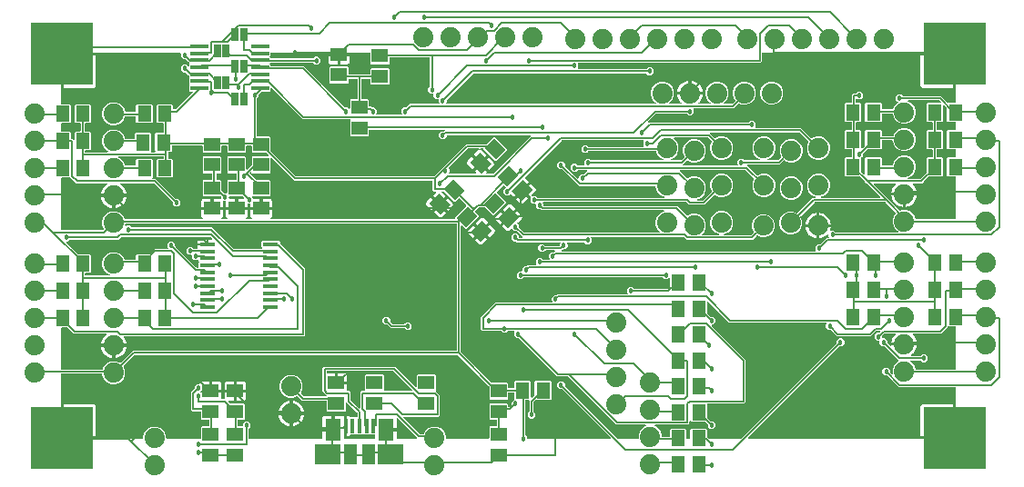
<source format=gbr>
G04 EAGLE Gerber RS-274X export*
G75*
%MOMM*%
%FSLAX34Y34*%
%LPD*%
%INBottom Copper*%
%IPPOS*%
%AMOC8*
5,1,8,0,0,1.08239X$1,22.5*%
G01*
%ADD10R,1.500000X1.300000*%
%ADD11C,1.879600*%
%ADD12R,1.473200X0.355600*%
%ADD13R,1.300000X1.500000*%
%ADD14R,1.676400X0.355600*%
%ADD15R,2.375000X1.900000*%
%ADD16R,1.175000X1.900000*%
%ADD17R,1.475000X2.100000*%
%ADD18R,0.450000X1.380000*%
%ADD19R,5.842000X5.842000*%
%ADD20R,0.635000X1.270000*%
%ADD21C,0.127000*%
%ADD22C,0.457200*%

G36*
X741297Y214417D02*
X741297Y214417D01*
X741369Y214419D01*
X741418Y214437D01*
X741469Y214445D01*
X741533Y214479D01*
X741600Y214504D01*
X741641Y214536D01*
X741687Y214561D01*
X741736Y214613D01*
X741792Y214657D01*
X741820Y214701D01*
X741856Y214739D01*
X741886Y214804D01*
X741925Y214864D01*
X741938Y214915D01*
X741960Y214962D01*
X741968Y215033D01*
X741985Y215103D01*
X741981Y215155D01*
X741987Y215206D01*
X741971Y215277D01*
X741966Y215348D01*
X741946Y215396D01*
X741934Y215447D01*
X741898Y215508D01*
X741870Y215574D01*
X741825Y215630D01*
X741808Y215658D01*
X741791Y215673D01*
X741765Y215705D01*
X741443Y216027D01*
X741443Y218973D01*
X743527Y221057D01*
X745546Y221057D01*
X745636Y221071D01*
X745727Y221079D01*
X745757Y221091D01*
X745789Y221096D01*
X745870Y221139D01*
X745954Y221175D01*
X745986Y221201D01*
X746006Y221212D01*
X746029Y221235D01*
X746085Y221280D01*
X751711Y226906D01*
X753726Y226906D01*
X753797Y226917D01*
X753869Y226919D01*
X753918Y226937D01*
X753969Y226945D01*
X754033Y226979D01*
X754100Y227004D01*
X754141Y227036D01*
X754187Y227061D01*
X754236Y227113D01*
X754292Y227157D01*
X754320Y227201D01*
X754356Y227239D01*
X754386Y227304D01*
X754425Y227364D01*
X754438Y227415D01*
X754460Y227462D01*
X754468Y227533D01*
X754485Y227603D01*
X754481Y227655D01*
X754487Y227706D01*
X754471Y227777D01*
X754466Y227848D01*
X754446Y227896D01*
X754434Y227947D01*
X754398Y228008D01*
X754370Y228074D01*
X754325Y228130D01*
X754308Y228158D01*
X754291Y228173D01*
X754265Y228205D01*
X753943Y228527D01*
X753943Y229722D01*
X753932Y229792D01*
X753930Y229864D01*
X753912Y229913D01*
X753904Y229964D01*
X753870Y230028D01*
X753845Y230095D01*
X753813Y230136D01*
X753788Y230182D01*
X753736Y230231D01*
X753692Y230287D01*
X753648Y230315D01*
X753610Y230351D01*
X753545Y230381D01*
X753485Y230420D01*
X753434Y230433D01*
X753387Y230455D01*
X753316Y230463D01*
X753246Y230480D01*
X753194Y230476D01*
X753143Y230482D01*
X753072Y230467D01*
X753001Y230461D01*
X752953Y230441D01*
X752902Y230430D01*
X752841Y230393D01*
X752775Y230365D01*
X752719Y230320D01*
X752691Y230303D01*
X752676Y230286D01*
X752644Y230260D01*
X751808Y229424D01*
X750287Y228319D01*
X748613Y227466D01*
X746826Y226885D01*
X745553Y226684D01*
X745553Y237007D01*
X755876Y237007D01*
X755675Y235734D01*
X755291Y234553D01*
X755289Y234537D01*
X755282Y234523D01*
X755270Y234417D01*
X755254Y234310D01*
X755257Y234294D01*
X755255Y234279D01*
X755278Y234174D01*
X755296Y234068D01*
X755304Y234054D01*
X755307Y234038D01*
X755362Y233946D01*
X755413Y233852D01*
X755425Y233841D01*
X755433Y233827D01*
X755515Y233757D01*
X755593Y233684D01*
X755608Y233678D01*
X755620Y233667D01*
X755720Y233627D01*
X755818Y233583D01*
X755833Y233581D01*
X755848Y233575D01*
X756015Y233557D01*
X758973Y233557D01*
X760401Y232129D01*
X760475Y232076D01*
X760545Y232016D01*
X760575Y232004D01*
X760601Y231985D01*
X760688Y231958D01*
X760773Y231924D01*
X760814Y231920D01*
X760836Y231913D01*
X760868Y231914D01*
X760940Y231906D01*
X818270Y231906D01*
X818366Y231921D01*
X818463Y231931D01*
X818487Y231941D01*
X818513Y231945D01*
X818599Y231991D01*
X818688Y232031D01*
X818707Y232048D01*
X818730Y232061D01*
X818797Y232131D01*
X818869Y232197D01*
X818881Y232220D01*
X818900Y232239D01*
X818941Y232327D01*
X818987Y232413D01*
X818992Y232438D01*
X819003Y232462D01*
X819014Y232559D01*
X819031Y232655D01*
X819027Y232681D01*
X819030Y232706D01*
X819010Y232801D01*
X818995Y232898D01*
X818984Y232921D01*
X818978Y232947D01*
X818928Y233030D01*
X818884Y233117D01*
X818865Y233136D01*
X818852Y233158D01*
X818778Y233221D01*
X818708Y233289D01*
X818680Y233305D01*
X818665Y233318D01*
X818634Y233330D01*
X818561Y233370D01*
X818187Y233525D01*
X815185Y236527D01*
X813561Y240448D01*
X813561Y244692D01*
X815185Y248613D01*
X816400Y249828D01*
X816412Y249844D01*
X816427Y249857D01*
X816483Y249944D01*
X816544Y250028D01*
X816550Y250047D01*
X816560Y250064D01*
X816586Y250164D01*
X816616Y250263D01*
X816616Y250283D01*
X816620Y250302D01*
X816612Y250405D01*
X816610Y250509D01*
X816603Y250528D01*
X816601Y250547D01*
X816561Y250642D01*
X816525Y250740D01*
X816513Y250755D01*
X816505Y250774D01*
X816400Y250905D01*
X806934Y260371D01*
X806860Y260424D01*
X806790Y260484D01*
X806760Y260496D01*
X806734Y260515D01*
X806647Y260542D01*
X806562Y260576D01*
X806521Y260580D01*
X806499Y260587D01*
X806467Y260586D01*
X806395Y260594D01*
X741105Y260594D01*
X741015Y260580D01*
X740924Y260572D01*
X740894Y260560D01*
X740862Y260555D01*
X740781Y260512D01*
X740697Y260476D01*
X740665Y260450D01*
X740645Y260439D01*
X740622Y260416D01*
X740566Y260371D01*
X727927Y247732D01*
X727859Y247638D01*
X727789Y247543D01*
X727787Y247537D01*
X727783Y247532D01*
X727749Y247421D01*
X727713Y247309D01*
X727713Y247303D01*
X727711Y247297D01*
X727714Y247180D01*
X727715Y247063D01*
X727717Y247056D01*
X727717Y247051D01*
X727724Y247034D01*
X727762Y246902D01*
X729299Y243192D01*
X729299Y238948D01*
X727675Y235027D01*
X724673Y232025D01*
X720752Y230401D01*
X716508Y230401D01*
X712587Y232025D01*
X709585Y235027D01*
X707961Y238948D01*
X707961Y243192D01*
X709585Y247113D01*
X712587Y250115D01*
X716508Y251739D01*
X720752Y251739D01*
X724377Y250237D01*
X724491Y250210D01*
X724605Y250182D01*
X724611Y250182D01*
X724617Y250181D01*
X724733Y250192D01*
X724850Y250201D01*
X724855Y250203D01*
X724862Y250204D01*
X724969Y250252D01*
X725076Y250297D01*
X725082Y250302D01*
X725086Y250304D01*
X725100Y250317D01*
X725207Y250402D01*
X737871Y263066D01*
X739211Y264406D01*
X741009Y264406D01*
X741105Y264421D01*
X741202Y264431D01*
X741226Y264441D01*
X741252Y264445D01*
X741338Y264491D01*
X741427Y264531D01*
X741446Y264548D01*
X741469Y264561D01*
X741536Y264631D01*
X741608Y264697D01*
X741621Y264720D01*
X741639Y264739D01*
X741680Y264827D01*
X741727Y264913D01*
X741731Y264938D01*
X741742Y264962D01*
X741753Y265059D01*
X741770Y265155D01*
X741766Y265181D01*
X741769Y265206D01*
X741749Y265302D01*
X741734Y265398D01*
X741723Y265421D01*
X741717Y265447D01*
X741667Y265530D01*
X741623Y265617D01*
X741604Y265636D01*
X741591Y265658D01*
X741517Y265721D01*
X741447Y265789D01*
X741419Y265805D01*
X741404Y265818D01*
X741373Y265830D01*
X741300Y265870D01*
X738367Y267085D01*
X735365Y270087D01*
X733741Y274008D01*
X733741Y278252D01*
X735365Y282173D01*
X738367Y285175D01*
X742288Y286799D01*
X746532Y286799D01*
X750453Y285175D01*
X753455Y282173D01*
X755079Y278252D01*
X755079Y274008D01*
X753455Y270087D01*
X750453Y267085D01*
X747520Y265870D01*
X747437Y265819D01*
X747351Y265773D01*
X747333Y265755D01*
X747311Y265741D01*
X747248Y265665D01*
X747181Y265595D01*
X747170Y265571D01*
X747154Y265551D01*
X747119Y265460D01*
X747078Y265372D01*
X747075Y265346D01*
X747066Y265322D01*
X747061Y265224D01*
X747051Y265128D01*
X747056Y265102D01*
X747055Y265076D01*
X747082Y264982D01*
X747103Y264887D01*
X747116Y264865D01*
X747124Y264840D01*
X747179Y264760D01*
X747229Y264676D01*
X747249Y264659D01*
X747264Y264638D01*
X747342Y264579D01*
X747416Y264516D01*
X747440Y264506D01*
X747461Y264491D01*
X747554Y264461D01*
X747644Y264424D01*
X747677Y264421D01*
X747695Y264415D01*
X747728Y264415D01*
X747811Y264406D01*
X801061Y264406D01*
X801132Y264417D01*
X801204Y264419D01*
X801253Y264437D01*
X801304Y264445D01*
X801367Y264479D01*
X801435Y264504D01*
X801476Y264536D01*
X801521Y264561D01*
X801571Y264612D01*
X801627Y264657D01*
X801655Y264701D01*
X801691Y264739D01*
X801721Y264804D01*
X801760Y264864D01*
X801773Y264915D01*
X801794Y264962D01*
X801802Y265033D01*
X801820Y265103D01*
X801816Y265155D01*
X801822Y265206D01*
X801806Y265277D01*
X801801Y265348D01*
X801780Y265396D01*
X801769Y265447D01*
X801732Y265508D01*
X801704Y265574D01*
X801660Y265630D01*
X801643Y265658D01*
X801625Y265673D01*
X801600Y265705D01*
X789434Y277871D01*
X789433Y277871D01*
X787871Y279433D01*
X787871Y279434D01*
X782929Y284376D01*
X782855Y284429D01*
X782785Y284489D01*
X782755Y284501D01*
X782729Y284520D01*
X782642Y284547D01*
X782557Y284581D01*
X782516Y284585D01*
X782494Y284592D01*
X782462Y284591D01*
X782390Y284599D01*
X769604Y284599D01*
X768859Y285344D01*
X768859Y301396D01*
X769604Y302141D01*
X774833Y302141D01*
X774853Y302144D01*
X774872Y302142D01*
X774974Y302164D01*
X775076Y302180D01*
X775093Y302190D01*
X775113Y302194D01*
X775202Y302247D01*
X775293Y302296D01*
X775307Y302310D01*
X775324Y302320D01*
X775391Y302399D01*
X775463Y302474D01*
X775471Y302492D01*
X775484Y302507D01*
X775523Y302603D01*
X775566Y302697D01*
X775568Y302717D01*
X775576Y302735D01*
X775594Y302902D01*
X775594Y309238D01*
X775591Y309258D01*
X775593Y309277D01*
X775571Y309379D01*
X775555Y309481D01*
X775545Y309498D01*
X775541Y309518D01*
X775488Y309607D01*
X775439Y309698D01*
X775425Y309712D01*
X775415Y309729D01*
X775336Y309796D01*
X775261Y309868D01*
X775243Y309876D01*
X775228Y309889D01*
X775132Y309928D01*
X775038Y309971D01*
X775018Y309973D01*
X775000Y309981D01*
X774833Y309999D01*
X769604Y309999D01*
X768859Y310744D01*
X768859Y326796D01*
X769604Y327541D01*
X774833Y327541D01*
X774853Y327544D01*
X774872Y327542D01*
X774974Y327564D01*
X775076Y327580D01*
X775093Y327590D01*
X775113Y327594D01*
X775202Y327647D01*
X775293Y327696D01*
X775307Y327710D01*
X775324Y327720D01*
X775391Y327799D01*
X775463Y327874D01*
X775471Y327892D01*
X775484Y327907D01*
X775523Y328003D01*
X775566Y328097D01*
X775568Y328117D01*
X775576Y328135D01*
X775594Y328302D01*
X775594Y334638D01*
X775591Y334658D01*
X775593Y334677D01*
X775571Y334779D01*
X775555Y334881D01*
X775545Y334898D01*
X775541Y334918D01*
X775488Y335007D01*
X775439Y335098D01*
X775425Y335112D01*
X775415Y335129D01*
X775336Y335196D01*
X775261Y335268D01*
X775243Y335276D01*
X775228Y335289D01*
X775132Y335328D01*
X775038Y335371D01*
X775018Y335373D01*
X775000Y335381D01*
X774833Y335399D01*
X769604Y335399D01*
X768859Y336144D01*
X768859Y352196D01*
X769604Y352941D01*
X774833Y352941D01*
X774853Y352944D01*
X774872Y352942D01*
X774974Y352964D01*
X775076Y352980D01*
X775093Y352990D01*
X775113Y352994D01*
X775202Y353047D01*
X775293Y353096D01*
X775307Y353110D01*
X775324Y353120D01*
X775391Y353199D01*
X775463Y353274D01*
X775471Y353292D01*
X775484Y353307D01*
X775523Y353403D01*
X775566Y353497D01*
X775568Y353517D01*
X775576Y353535D01*
X775594Y353702D01*
X775594Y360789D01*
X776711Y361906D01*
X779060Y361906D01*
X779151Y361920D01*
X779241Y361928D01*
X779271Y361940D01*
X779303Y361945D01*
X779384Y361988D01*
X779468Y362024D01*
X779500Y362050D01*
X779521Y362061D01*
X779543Y362084D01*
X779599Y362129D01*
X781027Y363557D01*
X783973Y363557D01*
X786057Y361473D01*
X786057Y358527D01*
X783973Y356443D01*
X781027Y356443D01*
X780705Y356765D01*
X780647Y356807D01*
X780595Y356856D01*
X780548Y356878D01*
X780506Y356908D01*
X780437Y356929D01*
X780372Y356960D01*
X780320Y356965D01*
X780270Y356981D01*
X780199Y356979D01*
X780128Y356987D01*
X780077Y356976D01*
X780025Y356974D01*
X779957Y356950D01*
X779887Y356934D01*
X779842Y356908D01*
X779794Y356890D01*
X779738Y356845D01*
X779676Y356808D01*
X779642Y356769D01*
X779602Y356736D01*
X779563Y356676D01*
X779516Y356621D01*
X779497Y356573D01*
X779469Y356529D01*
X779451Y356460D01*
X779424Y356393D01*
X779416Y356322D01*
X779408Y356291D01*
X779410Y356267D01*
X779406Y356226D01*
X779406Y353702D01*
X779409Y353682D01*
X779407Y353663D01*
X779429Y353561D01*
X779445Y353459D01*
X779455Y353442D01*
X779459Y353422D01*
X779512Y353333D01*
X779561Y353242D01*
X779575Y353228D01*
X779585Y353211D01*
X779664Y353144D01*
X779739Y353072D01*
X779757Y353064D01*
X779772Y353051D01*
X779868Y353012D01*
X779962Y352969D01*
X779982Y352967D01*
X780000Y352959D01*
X780167Y352941D01*
X783656Y352941D01*
X784401Y352196D01*
X784401Y336144D01*
X783656Y335399D01*
X780167Y335399D01*
X780147Y335396D01*
X780128Y335398D01*
X780026Y335376D01*
X779924Y335360D01*
X779907Y335350D01*
X779887Y335346D01*
X779798Y335293D01*
X779707Y335244D01*
X779693Y335230D01*
X779676Y335220D01*
X779609Y335141D01*
X779537Y335066D01*
X779529Y335048D01*
X779516Y335033D01*
X779477Y334937D01*
X779434Y334843D01*
X779432Y334823D01*
X779424Y334805D01*
X779406Y334638D01*
X779406Y328302D01*
X779409Y328282D01*
X779407Y328263D01*
X779429Y328161D01*
X779445Y328059D01*
X779455Y328042D01*
X779459Y328022D01*
X779512Y327933D01*
X779561Y327842D01*
X779575Y327828D01*
X779585Y327811D01*
X779664Y327744D01*
X779739Y327672D01*
X779757Y327664D01*
X779772Y327651D01*
X779868Y327612D01*
X779962Y327569D01*
X779982Y327567D01*
X780000Y327559D01*
X780167Y327541D01*
X783656Y327541D01*
X784401Y326796D01*
X784401Y311434D01*
X784412Y311363D01*
X784414Y311291D01*
X784432Y311242D01*
X784440Y311191D01*
X784474Y311128D01*
X784499Y311060D01*
X784531Y311019D01*
X784556Y310974D01*
X784607Y310924D01*
X784652Y310868D01*
X784696Y310840D01*
X784734Y310804D01*
X784799Y310774D01*
X784859Y310735D01*
X784910Y310722D01*
X784957Y310701D01*
X785028Y310693D01*
X785098Y310675D01*
X785150Y310679D01*
X785201Y310673D01*
X785272Y310689D01*
X785343Y310694D01*
X785391Y310715D01*
X785442Y310726D01*
X785503Y310763D01*
X785569Y310791D01*
X785625Y310835D01*
X785653Y310852D01*
X785668Y310870D01*
X785700Y310895D01*
X787636Y312831D01*
X787689Y312905D01*
X787749Y312975D01*
X787761Y313005D01*
X787780Y313031D01*
X787807Y313118D01*
X787841Y313203D01*
X787845Y313244D01*
X787852Y313266D01*
X787851Y313298D01*
X787859Y313370D01*
X787859Y326796D01*
X788604Y327541D01*
X802656Y327541D01*
X803401Y326796D01*
X803401Y322667D01*
X803404Y322647D01*
X803402Y322628D01*
X803424Y322526D01*
X803440Y322424D01*
X803450Y322407D01*
X803454Y322387D01*
X803507Y322298D01*
X803556Y322207D01*
X803570Y322193D01*
X803580Y322176D01*
X803659Y322109D01*
X803734Y322037D01*
X803752Y322029D01*
X803767Y322016D01*
X803863Y321977D01*
X803957Y321934D01*
X803977Y321932D01*
X803995Y321924D01*
X804162Y321906D01*
X813472Y321906D01*
X813587Y321925D01*
X813703Y321942D01*
X813709Y321944D01*
X813715Y321945D01*
X813818Y322000D01*
X813923Y322053D01*
X813927Y322058D01*
X813933Y322061D01*
X814012Y322145D01*
X814095Y322229D01*
X814099Y322235D01*
X814102Y322239D01*
X814110Y322256D01*
X814176Y322376D01*
X815185Y324813D01*
X818187Y327815D01*
X822108Y329439D01*
X826352Y329439D01*
X830273Y327815D01*
X833275Y324813D01*
X834899Y320892D01*
X834899Y316648D01*
X833275Y312727D01*
X830273Y309725D01*
X826352Y308101D01*
X822108Y308101D01*
X818187Y309725D01*
X815185Y312727D01*
X813561Y316648D01*
X813561Y317333D01*
X813558Y317353D01*
X813560Y317372D01*
X813538Y317474D01*
X813522Y317576D01*
X813512Y317593D01*
X813508Y317613D01*
X813455Y317702D01*
X813406Y317793D01*
X813392Y317807D01*
X813382Y317824D01*
X813303Y317891D01*
X813228Y317963D01*
X813210Y317971D01*
X813195Y317984D01*
X813099Y318023D01*
X813005Y318066D01*
X812985Y318068D01*
X812967Y318076D01*
X812800Y318094D01*
X804162Y318094D01*
X804142Y318091D01*
X804123Y318093D01*
X804021Y318071D01*
X803919Y318055D01*
X803902Y318045D01*
X803882Y318041D01*
X803793Y317988D01*
X803702Y317939D01*
X803688Y317925D01*
X803671Y317915D01*
X803604Y317836D01*
X803532Y317761D01*
X803524Y317743D01*
X803511Y317728D01*
X803472Y317632D01*
X803429Y317538D01*
X803427Y317518D01*
X803419Y317500D01*
X803401Y317333D01*
X803401Y310744D01*
X802656Y309999D01*
X790510Y309999D01*
X790420Y309985D01*
X790329Y309977D01*
X790299Y309965D01*
X790267Y309960D01*
X790186Y309917D01*
X790102Y309881D01*
X790070Y309855D01*
X790050Y309844D01*
X790027Y309821D01*
X789971Y309776D01*
X786280Y306085D01*
X786237Y306025D01*
X786197Y305983D01*
X786190Y305968D01*
X786167Y305941D01*
X786155Y305911D01*
X786136Y305885D01*
X786109Y305798D01*
X786098Y305770D01*
X786094Y305760D01*
X786093Y305758D01*
X786075Y305713D01*
X786071Y305672D01*
X786064Y305650D01*
X786065Y305618D01*
X786057Y305546D01*
X786057Y303527D01*
X784624Y302094D01*
X784571Y302020D01*
X784511Y301950D01*
X784499Y301920D01*
X784480Y301894D01*
X784453Y301807D01*
X784419Y301722D01*
X784415Y301681D01*
X784408Y301659D01*
X784409Y301627D01*
X784401Y301555D01*
X784401Y288610D01*
X784415Y288520D01*
X784423Y288429D01*
X784435Y288399D01*
X784440Y288367D01*
X784483Y288286D01*
X784519Y288202D01*
X784545Y288170D01*
X784556Y288150D01*
X784579Y288127D01*
X784624Y288071D01*
X786560Y286135D01*
X786618Y286094D01*
X786670Y286044D01*
X786717Y286022D01*
X786759Y285992D01*
X786828Y285971D01*
X786893Y285941D01*
X786945Y285935D01*
X786995Y285919D01*
X787066Y285921D01*
X787137Y285913D01*
X787188Y285924D01*
X787240Y285926D01*
X787308Y285950D01*
X787378Y285966D01*
X787422Y285992D01*
X787471Y286010D01*
X787527Y286055D01*
X787589Y286092D01*
X787623Y286131D01*
X787663Y286164D01*
X787702Y286224D01*
X787749Y286279D01*
X787768Y286327D01*
X787796Y286371D01*
X787814Y286440D01*
X787841Y286507D01*
X787849Y286578D01*
X787857Y286609D01*
X787855Y286633D01*
X787859Y286674D01*
X787859Y301396D01*
X788604Y302141D01*
X802656Y302141D01*
X803401Y301396D01*
X803401Y295167D01*
X803404Y295147D01*
X803402Y295128D01*
X803424Y295026D01*
X803440Y294924D01*
X803450Y294907D01*
X803454Y294887D01*
X803507Y294798D01*
X803556Y294707D01*
X803570Y294693D01*
X803580Y294676D01*
X803659Y294609D01*
X803734Y294537D01*
X803752Y294529D01*
X803767Y294516D01*
X803863Y294477D01*
X803957Y294434D01*
X803977Y294432D01*
X803995Y294424D01*
X804162Y294406D01*
X812800Y294406D01*
X812820Y294409D01*
X812839Y294407D01*
X812941Y294429D01*
X813043Y294445D01*
X813060Y294455D01*
X813080Y294459D01*
X813169Y294512D01*
X813260Y294561D01*
X813274Y294575D01*
X813291Y294585D01*
X813358Y294664D01*
X813430Y294739D01*
X813438Y294757D01*
X813451Y294772D01*
X813490Y294868D01*
X813533Y294962D01*
X813535Y294982D01*
X813543Y295000D01*
X813561Y295167D01*
X813561Y295492D01*
X815185Y299413D01*
X818187Y302415D01*
X822108Y304039D01*
X826352Y304039D01*
X830273Y302415D01*
X833275Y299413D01*
X834899Y295492D01*
X834899Y291248D01*
X833275Y287327D01*
X830273Y284325D01*
X827967Y283370D01*
X827884Y283319D01*
X827798Y283273D01*
X827781Y283255D01*
X827758Y283241D01*
X827696Y283165D01*
X827629Y283095D01*
X827618Y283071D01*
X827601Y283051D01*
X827566Y282960D01*
X827525Y282872D01*
X827523Y282846D01*
X827513Y282822D01*
X827509Y282724D01*
X827498Y282628D01*
X827504Y282602D01*
X827503Y282576D01*
X827530Y282482D01*
X827551Y282387D01*
X827564Y282365D01*
X827571Y282340D01*
X827627Y282260D01*
X827677Y282176D01*
X827697Y282159D01*
X827712Y282138D01*
X827790Y282079D01*
X827864Y282016D01*
X827888Y282006D01*
X827909Y281991D01*
X828001Y281961D01*
X828092Y281924D01*
X828124Y281921D01*
X828143Y281915D01*
X828176Y281915D01*
X828259Y281906D01*
X838895Y281906D01*
X838985Y281920D01*
X839076Y281928D01*
X839106Y281940D01*
X839138Y281945D01*
X839219Y281988D01*
X839303Y282024D01*
X839335Y282050D01*
X839355Y282061D01*
X839378Y282084D01*
X839434Y282129D01*
X844836Y287531D01*
X844882Y287595D01*
X844904Y287618D01*
X844908Y287628D01*
X844949Y287675D01*
X844961Y287705D01*
X844980Y287731D01*
X845007Y287818D01*
X845041Y287903D01*
X845045Y287944D01*
X845052Y287966D01*
X845051Y287998D01*
X845059Y288070D01*
X845059Y301396D01*
X845804Y302141D01*
X849833Y302141D01*
X849853Y302144D01*
X849872Y302142D01*
X849974Y302164D01*
X850076Y302180D01*
X850093Y302190D01*
X850113Y302194D01*
X850202Y302247D01*
X850293Y302296D01*
X850307Y302310D01*
X850324Y302320D01*
X850391Y302399D01*
X850463Y302474D01*
X850471Y302492D01*
X850484Y302507D01*
X850523Y302603D01*
X850566Y302697D01*
X850568Y302717D01*
X850576Y302735D01*
X850594Y302902D01*
X850594Y309238D01*
X850591Y309258D01*
X850593Y309277D01*
X850571Y309379D01*
X850555Y309481D01*
X850545Y309498D01*
X850541Y309518D01*
X850488Y309607D01*
X850439Y309698D01*
X850425Y309712D01*
X850415Y309729D01*
X850336Y309796D01*
X850261Y309868D01*
X850243Y309876D01*
X850228Y309889D01*
X850132Y309928D01*
X850038Y309971D01*
X850018Y309973D01*
X850000Y309981D01*
X849833Y309999D01*
X845804Y309999D01*
X845059Y310744D01*
X845059Y326796D01*
X845804Y327541D01*
X849833Y327541D01*
X849853Y327544D01*
X849872Y327542D01*
X849974Y327564D01*
X850076Y327580D01*
X850093Y327590D01*
X850113Y327594D01*
X850202Y327647D01*
X850293Y327696D01*
X850307Y327710D01*
X850324Y327720D01*
X850391Y327799D01*
X850463Y327874D01*
X850471Y327892D01*
X850484Y327907D01*
X850523Y328003D01*
X850566Y328097D01*
X850568Y328117D01*
X850576Y328135D01*
X850594Y328302D01*
X850594Y334638D01*
X850591Y334658D01*
X850593Y334677D01*
X850571Y334779D01*
X850555Y334881D01*
X850545Y334898D01*
X850541Y334918D01*
X850488Y335007D01*
X850439Y335098D01*
X850425Y335112D01*
X850415Y335129D01*
X850336Y335196D01*
X850261Y335268D01*
X850243Y335276D01*
X850228Y335289D01*
X850132Y335328D01*
X850038Y335371D01*
X850018Y335373D01*
X850000Y335381D01*
X849833Y335399D01*
X845804Y335399D01*
X845059Y336144D01*
X845059Y352196D01*
X845804Y352941D01*
X857526Y352941D01*
X857597Y352952D01*
X857669Y352954D01*
X857718Y352972D01*
X857769Y352980D01*
X857832Y353014D01*
X857900Y353039D01*
X857940Y353071D01*
X857986Y353096D01*
X858036Y353148D01*
X858092Y353192D01*
X858120Y353236D01*
X858156Y353274D01*
X858186Y353339D01*
X858225Y353399D01*
X858238Y353450D01*
X858259Y353497D01*
X858267Y353568D01*
X858285Y353638D01*
X858281Y353690D01*
X858287Y353741D01*
X858271Y353812D01*
X858266Y353883D01*
X858245Y353931D01*
X858234Y353982D01*
X858198Y354043D01*
X858169Y354109D01*
X858125Y354165D01*
X858108Y354193D01*
X858090Y354208D01*
X858065Y354240D01*
X856934Y355371D01*
X856860Y355424D01*
X856790Y355484D01*
X856760Y355496D01*
X856734Y355515D01*
X856647Y355542D01*
X856562Y355576D01*
X856521Y355580D01*
X856499Y355587D01*
X856467Y355586D01*
X856395Y355594D01*
X828355Y355594D01*
X828259Y355579D01*
X828162Y355569D01*
X828138Y355559D01*
X828112Y355555D01*
X828026Y355509D01*
X827937Y355469D01*
X827918Y355452D01*
X827895Y355439D01*
X827828Y355369D01*
X827756Y355303D01*
X827744Y355280D01*
X827726Y355261D01*
X827685Y355173D01*
X827638Y355087D01*
X827633Y355062D01*
X827622Y355038D01*
X827611Y354941D01*
X827594Y354845D01*
X827598Y354819D01*
X827595Y354794D01*
X827616Y354698D01*
X827630Y354602D01*
X827642Y354579D01*
X827647Y354553D01*
X827697Y354470D01*
X827741Y354383D01*
X827760Y354364D01*
X827773Y354342D01*
X827847Y354279D01*
X827917Y354211D01*
X827945Y354195D01*
X827960Y354182D01*
X827991Y354170D01*
X828064Y354130D01*
X830273Y353215D01*
X833275Y350213D01*
X834899Y346292D01*
X834899Y342048D01*
X833275Y338127D01*
X830273Y335125D01*
X826352Y333501D01*
X822108Y333501D01*
X818187Y335125D01*
X815185Y338127D01*
X813561Y342048D01*
X813561Y342333D01*
X813558Y342353D01*
X813560Y342372D01*
X813538Y342474D01*
X813522Y342576D01*
X813512Y342593D01*
X813508Y342613D01*
X813455Y342702D01*
X813406Y342793D01*
X813392Y342807D01*
X813382Y342824D01*
X813303Y342891D01*
X813228Y342963D01*
X813210Y342971D01*
X813195Y342984D01*
X813099Y343023D01*
X813005Y343066D01*
X812985Y343068D01*
X812967Y343076D01*
X812800Y343094D01*
X804162Y343094D01*
X804142Y343091D01*
X804123Y343093D01*
X804021Y343071D01*
X803919Y343055D01*
X803902Y343045D01*
X803882Y343041D01*
X803793Y342988D01*
X803702Y342939D01*
X803688Y342925D01*
X803671Y342915D01*
X803604Y342836D01*
X803532Y342761D01*
X803524Y342743D01*
X803511Y342728D01*
X803472Y342632D01*
X803429Y342538D01*
X803427Y342518D01*
X803419Y342500D01*
X803401Y342333D01*
X803401Y336144D01*
X802656Y335399D01*
X788604Y335399D01*
X787859Y336144D01*
X787859Y352196D01*
X788604Y352941D01*
X802656Y352941D01*
X803401Y352196D01*
X803401Y347667D01*
X803404Y347647D01*
X803402Y347628D01*
X803424Y347526D01*
X803440Y347424D01*
X803450Y347407D01*
X803454Y347387D01*
X803507Y347298D01*
X803556Y347207D01*
X803570Y347193D01*
X803580Y347176D01*
X803659Y347109D01*
X803734Y347037D01*
X803752Y347029D01*
X803767Y347016D01*
X803863Y346977D01*
X803957Y346934D01*
X803977Y346932D01*
X803995Y346924D01*
X804162Y346906D01*
X813307Y346906D01*
X813422Y346925D01*
X813538Y346942D01*
X813543Y346944D01*
X813550Y346945D01*
X813652Y347000D01*
X813757Y347053D01*
X813761Y347058D01*
X813767Y347061D01*
X813846Y347144D01*
X813929Y347229D01*
X813933Y347235D01*
X813936Y347239D01*
X813944Y347256D01*
X814010Y347376D01*
X815185Y350213D01*
X818183Y353211D01*
X818194Y353227D01*
X818210Y353239D01*
X818266Y353327D01*
X818326Y353410D01*
X818332Y353429D01*
X818343Y353446D01*
X818368Y353547D01*
X818399Y353645D01*
X818398Y353665D01*
X818403Y353685D01*
X818395Y353788D01*
X818392Y353891D01*
X818385Y353910D01*
X818384Y353930D01*
X818344Y354025D01*
X818308Y354122D01*
X818295Y354138D01*
X818288Y354156D01*
X818183Y354287D01*
X816443Y356027D01*
X816443Y358973D01*
X818527Y361057D01*
X821473Y361057D01*
X822901Y359629D01*
X822975Y359576D01*
X823045Y359516D01*
X823075Y359504D01*
X823101Y359485D01*
X823188Y359458D01*
X823273Y359424D01*
X823314Y359420D01*
X823336Y359413D01*
X823368Y359414D01*
X823440Y359406D01*
X858289Y359406D01*
X864531Y353164D01*
X864605Y353111D01*
X864675Y353051D01*
X864705Y353039D01*
X864731Y353020D01*
X864818Y352993D01*
X864903Y352959D01*
X864944Y352955D01*
X864966Y352948D01*
X864998Y352949D01*
X865070Y352941D01*
X871220Y352941D01*
X871240Y352944D01*
X871259Y352942D01*
X871361Y352964D01*
X871463Y352980D01*
X871480Y352990D01*
X871500Y352994D01*
X871589Y353047D01*
X871680Y353096D01*
X871694Y353110D01*
X871711Y353120D01*
X871778Y353199D01*
X871850Y353274D01*
X871858Y353292D01*
X871871Y353307D01*
X871910Y353403D01*
X871953Y353497D01*
X871955Y353517D01*
X871963Y353535D01*
X871981Y353702D01*
X871981Y398018D01*
X871978Y398038D01*
X871980Y398057D01*
X871958Y398159D01*
X871942Y398261D01*
X871932Y398278D01*
X871928Y398298D01*
X871875Y398387D01*
X871826Y398478D01*
X871812Y398492D01*
X871802Y398509D01*
X871723Y398576D01*
X871648Y398647D01*
X871630Y398656D01*
X871615Y398669D01*
X871519Y398707D01*
X871425Y398751D01*
X871405Y398753D01*
X871387Y398761D01*
X871220Y398779D01*
X871219Y398779D01*
X871219Y398780D01*
X871216Y398800D01*
X871218Y398819D01*
X871196Y398921D01*
X871179Y399023D01*
X871170Y399040D01*
X871166Y399060D01*
X871113Y399149D01*
X871064Y399240D01*
X871050Y399254D01*
X871040Y399271D01*
X870961Y399338D01*
X870886Y399410D01*
X870868Y399418D01*
X870853Y399431D01*
X870757Y399470D01*
X870663Y399513D01*
X870643Y399515D01*
X870625Y399523D01*
X870458Y399541D01*
X692667Y399541D01*
X692647Y399538D01*
X692628Y399540D01*
X692526Y399518D01*
X692424Y399502D01*
X692407Y399492D01*
X692387Y399488D01*
X692298Y399435D01*
X692207Y399386D01*
X692193Y399372D01*
X692176Y399362D01*
X692109Y399283D01*
X692037Y399208D01*
X692029Y399190D01*
X692016Y399175D01*
X691977Y399078D01*
X691934Y398985D01*
X691932Y398965D01*
X691924Y398947D01*
X691906Y398780D01*
X691906Y391711D01*
X690789Y390594D01*
X521274Y390594D01*
X521203Y390583D01*
X521131Y390581D01*
X521082Y390563D01*
X521031Y390555D01*
X520967Y390521D01*
X520900Y390496D01*
X520859Y390464D01*
X520813Y390439D01*
X520764Y390387D01*
X520708Y390343D01*
X520680Y390299D01*
X520644Y390261D01*
X520614Y390196D01*
X520575Y390136D01*
X520562Y390085D01*
X520540Y390038D01*
X520532Y389967D01*
X520515Y389897D01*
X520519Y389845D01*
X520513Y389794D01*
X520529Y389723D01*
X520534Y389652D01*
X520554Y389604D01*
X520566Y389553D01*
X520602Y389492D01*
X520630Y389426D01*
X520675Y389370D01*
X520692Y389342D01*
X520709Y389327D01*
X520735Y389295D01*
X521057Y388973D01*
X521057Y386027D01*
X520735Y385705D01*
X520693Y385647D01*
X520644Y385595D01*
X520622Y385548D01*
X520592Y385506D01*
X520571Y385437D01*
X520540Y385372D01*
X520535Y385320D01*
X520519Y385270D01*
X520521Y385199D01*
X520513Y385128D01*
X520524Y385077D01*
X520526Y385025D01*
X520550Y384957D01*
X520566Y384887D01*
X520592Y384842D01*
X520610Y384794D01*
X520655Y384738D01*
X520692Y384676D01*
X520731Y384642D01*
X520764Y384602D01*
X520824Y384563D01*
X520879Y384516D01*
X520927Y384497D01*
X520971Y384469D01*
X521040Y384451D01*
X521107Y384424D01*
X521178Y384416D01*
X521209Y384408D01*
X521233Y384410D01*
X521274Y384406D01*
X584060Y384406D01*
X584151Y384420D01*
X584241Y384428D01*
X584271Y384440D01*
X584303Y384445D01*
X584384Y384488D01*
X584468Y384524D01*
X584500Y384550D01*
X584521Y384561D01*
X584543Y384584D01*
X584599Y384629D01*
X586027Y386057D01*
X588973Y386057D01*
X591057Y383973D01*
X591057Y381027D01*
X588973Y378943D01*
X586027Y378943D01*
X584599Y380371D01*
X584525Y380424D01*
X584455Y380484D01*
X584425Y380496D01*
X584399Y380515D01*
X584312Y380542D01*
X584227Y380576D01*
X584186Y380580D01*
X584164Y380587D01*
X584132Y380586D01*
X584060Y380594D01*
X423605Y380594D01*
X423515Y380580D01*
X423424Y380572D01*
X423394Y380560D01*
X423362Y380555D01*
X423281Y380512D01*
X423197Y380476D01*
X423165Y380450D01*
X423145Y380439D01*
X423122Y380416D01*
X423066Y380371D01*
X398780Y356085D01*
X398727Y356011D01*
X398667Y355941D01*
X398655Y355911D01*
X398636Y355885D01*
X398609Y355798D01*
X398575Y355713D01*
X398571Y355672D01*
X398564Y355650D01*
X398565Y355618D01*
X398557Y355546D01*
X398557Y353527D01*
X398235Y353205D01*
X398193Y353147D01*
X398144Y353095D01*
X398122Y353048D01*
X398092Y353006D01*
X398071Y352937D01*
X398040Y352872D01*
X398035Y352820D01*
X398019Y352770D01*
X398021Y352699D01*
X398013Y352628D01*
X398024Y352577D01*
X398026Y352525D01*
X398050Y352457D01*
X398066Y352387D01*
X398092Y352342D01*
X398110Y352294D01*
X398155Y352238D01*
X398192Y352176D01*
X398231Y352142D01*
X398264Y352102D01*
X398324Y352063D01*
X398379Y352016D01*
X398427Y351997D01*
X398471Y351969D01*
X398540Y351951D01*
X398607Y351924D01*
X398678Y351916D01*
X398709Y351908D01*
X398733Y351910D01*
X398774Y351906D01*
X592559Y351906D01*
X592629Y351917D01*
X592701Y351919D01*
X592750Y351937D01*
X592801Y351945D01*
X592865Y351979D01*
X592932Y352004D01*
X592973Y352036D01*
X593019Y352061D01*
X593068Y352113D01*
X593124Y352157D01*
X593152Y352201D01*
X593188Y352239D01*
X593218Y352304D01*
X593257Y352364D01*
X593270Y352415D01*
X593292Y352462D01*
X593300Y352533D01*
X593317Y352603D01*
X593313Y352655D01*
X593319Y352706D01*
X593304Y352777D01*
X593298Y352848D01*
X593278Y352896D01*
X593267Y352947D01*
X593230Y353008D01*
X593202Y353074D01*
X593157Y353130D01*
X593140Y353158D01*
X593123Y353173D01*
X593097Y353205D01*
X590395Y355907D01*
X588771Y359828D01*
X588771Y364072D01*
X590395Y367993D01*
X593397Y370995D01*
X597318Y372619D01*
X601562Y372619D01*
X605483Y370995D01*
X608485Y367993D01*
X610109Y364072D01*
X610109Y359828D01*
X608485Y355907D01*
X605783Y353205D01*
X605741Y353147D01*
X605692Y353095D01*
X605670Y353048D01*
X605640Y353006D01*
X605619Y352937D01*
X605588Y352872D01*
X605583Y352820D01*
X605567Y352770D01*
X605569Y352699D01*
X605561Y352628D01*
X605572Y352577D01*
X605574Y352525D01*
X605598Y352457D01*
X605613Y352387D01*
X605640Y352342D01*
X605658Y352294D01*
X605703Y352238D01*
X605740Y352176D01*
X605779Y352142D01*
X605812Y352102D01*
X605872Y352063D01*
X605927Y352016D01*
X605975Y351997D01*
X606019Y351969D01*
X606088Y351951D01*
X606155Y351924D01*
X606226Y351916D01*
X606257Y351908D01*
X606280Y351910D01*
X606321Y351906D01*
X616163Y351906D01*
X616233Y351917D01*
X616305Y351919D01*
X616354Y351937D01*
X616405Y351945D01*
X616469Y351979D01*
X616536Y352004D01*
X616577Y352036D01*
X616623Y352061D01*
X616672Y352113D01*
X616728Y352157D01*
X616756Y352201D01*
X616792Y352239D01*
X616822Y352304D01*
X616861Y352364D01*
X616874Y352415D01*
X616896Y352462D01*
X616904Y352533D01*
X616921Y352603D01*
X616917Y352655D01*
X616923Y352706D01*
X616908Y352777D01*
X616902Y352848D01*
X616882Y352896D01*
X616871Y352947D01*
X616834Y353008D01*
X616806Y353074D01*
X616761Y353130D01*
X616744Y353158D01*
X616727Y353173D01*
X616701Y353205D01*
X615734Y354172D01*
X614629Y355693D01*
X613776Y357367D01*
X613195Y359154D01*
X612994Y360427D01*
X624078Y360427D01*
X624098Y360430D01*
X624117Y360428D01*
X624219Y360450D01*
X624321Y360467D01*
X624338Y360476D01*
X624358Y360480D01*
X624447Y360533D01*
X624538Y360582D01*
X624552Y360596D01*
X624569Y360606D01*
X624636Y360685D01*
X624707Y360760D01*
X624716Y360778D01*
X624729Y360793D01*
X624767Y360889D01*
X624811Y360983D01*
X624813Y361003D01*
X624821Y361021D01*
X624839Y361188D01*
X624839Y361951D01*
X624841Y361951D01*
X624841Y361188D01*
X624844Y361168D01*
X624842Y361149D01*
X624864Y361047D01*
X624881Y360945D01*
X624890Y360928D01*
X624894Y360908D01*
X624947Y360819D01*
X624996Y360728D01*
X625010Y360714D01*
X625020Y360697D01*
X625099Y360630D01*
X625174Y360559D01*
X625192Y360550D01*
X625207Y360537D01*
X625303Y360498D01*
X625397Y360455D01*
X625417Y360453D01*
X625435Y360445D01*
X625602Y360427D01*
X636686Y360427D01*
X636485Y359154D01*
X635904Y357367D01*
X635051Y355693D01*
X633946Y354172D01*
X632979Y353205D01*
X632937Y353147D01*
X632888Y353095D01*
X632866Y353048D01*
X632836Y353006D01*
X632815Y352937D01*
X632784Y352872D01*
X632779Y352820D01*
X632763Y352770D01*
X632765Y352699D01*
X632757Y352628D01*
X632768Y352577D01*
X632770Y352525D01*
X632794Y352457D01*
X632809Y352387D01*
X632836Y352342D01*
X632854Y352294D01*
X632899Y352238D01*
X632936Y352176D01*
X632975Y352142D01*
X633008Y352102D01*
X633068Y352063D01*
X633123Y352016D01*
X633171Y351997D01*
X633215Y351969D01*
X633284Y351951D01*
X633351Y351924D01*
X633422Y351916D01*
X633453Y351908D01*
X633477Y351910D01*
X633517Y351906D01*
X643359Y351906D01*
X643429Y351917D01*
X643501Y351919D01*
X643550Y351937D01*
X643601Y351945D01*
X643665Y351979D01*
X643732Y352004D01*
X643773Y352036D01*
X643819Y352061D01*
X643868Y352113D01*
X643924Y352157D01*
X643952Y352201D01*
X643988Y352239D01*
X644018Y352304D01*
X644057Y352364D01*
X644070Y352415D01*
X644092Y352462D01*
X644100Y352533D01*
X644117Y352603D01*
X644113Y352655D01*
X644119Y352706D01*
X644104Y352777D01*
X644098Y352848D01*
X644078Y352896D01*
X644067Y352947D01*
X644030Y353008D01*
X644002Y353074D01*
X643957Y353130D01*
X643940Y353158D01*
X643923Y353173D01*
X643897Y353205D01*
X641195Y355907D01*
X639571Y359828D01*
X639571Y364072D01*
X641195Y367993D01*
X644197Y370995D01*
X648118Y372619D01*
X652362Y372619D01*
X656283Y370995D01*
X659285Y367993D01*
X660909Y364072D01*
X660909Y359828D01*
X659285Y355907D01*
X656583Y353205D01*
X656541Y353147D01*
X656492Y353095D01*
X656470Y353048D01*
X656440Y353006D01*
X656419Y352937D01*
X656388Y352872D01*
X656383Y352820D01*
X656367Y352770D01*
X656369Y352699D01*
X656361Y352628D01*
X656372Y352577D01*
X656374Y352525D01*
X656398Y352457D01*
X656413Y352387D01*
X656440Y352342D01*
X656458Y352294D01*
X656503Y352238D01*
X656540Y352176D01*
X656579Y352142D01*
X656612Y352102D01*
X656672Y352063D01*
X656727Y352016D01*
X656775Y351997D01*
X656819Y351969D01*
X656888Y351951D01*
X656955Y351924D01*
X657026Y351916D01*
X657057Y351908D01*
X657080Y351910D01*
X657121Y351906D01*
X663895Y351906D01*
X663985Y351920D01*
X664076Y351928D01*
X664106Y351940D01*
X664138Y351945D01*
X664219Y351988D01*
X664303Y352024D01*
X664335Y352050D01*
X664355Y352061D01*
X664378Y352084D01*
X664434Y352129D01*
X666865Y354560D01*
X666877Y354576D01*
X666892Y354589D01*
X666948Y354676D01*
X667009Y354760D01*
X667015Y354779D01*
X667025Y354796D01*
X667051Y354896D01*
X667081Y354995D01*
X667081Y355015D01*
X667085Y355034D01*
X667077Y355137D01*
X667075Y355241D01*
X667068Y355260D01*
X667066Y355280D01*
X667026Y355375D01*
X666990Y355472D01*
X666978Y355488D01*
X666970Y355506D01*
X666865Y355637D01*
X666595Y355907D01*
X664971Y359828D01*
X664971Y364072D01*
X666595Y367993D01*
X669597Y370995D01*
X673518Y372619D01*
X677762Y372619D01*
X681683Y370995D01*
X684685Y367993D01*
X686309Y364072D01*
X686309Y359828D01*
X684685Y355907D01*
X681683Y352905D01*
X677762Y351281D01*
X673518Y351281D01*
X670776Y352417D01*
X670663Y352443D01*
X670549Y352472D01*
X670543Y352472D01*
X670537Y352473D01*
X670420Y352462D01*
X670304Y352453D01*
X670298Y352450D01*
X670292Y352450D01*
X670185Y352402D01*
X670078Y352357D01*
X670072Y352352D01*
X670067Y352350D01*
X670054Y352337D01*
X669947Y352252D01*
X665789Y348094D01*
X628774Y348094D01*
X628703Y348083D01*
X628631Y348081D01*
X628582Y348063D01*
X628531Y348055D01*
X628467Y348021D01*
X628400Y347996D01*
X628359Y347964D01*
X628313Y347939D01*
X628264Y347887D01*
X628208Y347843D01*
X628180Y347799D01*
X628144Y347761D01*
X628114Y347696D01*
X628075Y347636D01*
X628062Y347585D01*
X628040Y347538D01*
X628032Y347467D01*
X628015Y347397D01*
X628019Y347345D01*
X628013Y347294D01*
X628029Y347223D01*
X628034Y347152D01*
X628054Y347104D01*
X628066Y347053D01*
X628102Y346992D01*
X628130Y346926D01*
X628175Y346870D01*
X628192Y346842D01*
X628209Y346827D01*
X628235Y346795D01*
X628557Y346473D01*
X628557Y343527D01*
X626473Y341443D01*
X623527Y341443D01*
X622099Y342871D01*
X622025Y342924D01*
X621955Y342984D01*
X621925Y342996D01*
X621899Y343015D01*
X621812Y343042D01*
X621727Y343076D01*
X621686Y343080D01*
X621664Y343087D01*
X621632Y343086D01*
X621560Y343094D01*
X593605Y343094D01*
X593515Y343080D01*
X593424Y343072D01*
X593394Y343060D01*
X593362Y343055D01*
X593281Y343012D01*
X593197Y342976D01*
X593165Y342950D01*
X593145Y342939D01*
X593122Y342916D01*
X593066Y342871D01*
X585900Y335705D01*
X585859Y335647D01*
X585809Y335595D01*
X585787Y335548D01*
X585757Y335506D01*
X585736Y335437D01*
X585706Y335372D01*
X585700Y335320D01*
X585684Y335270D01*
X585686Y335199D01*
X585678Y335128D01*
X585689Y335077D01*
X585691Y335025D01*
X585715Y334957D01*
X585731Y334887D01*
X585757Y334842D01*
X585775Y334794D01*
X585820Y334738D01*
X585857Y334676D01*
X585896Y334642D01*
X585929Y334602D01*
X585989Y334563D01*
X586044Y334516D01*
X586092Y334497D01*
X586136Y334469D01*
X586205Y334451D01*
X586272Y334424D01*
X586343Y334416D01*
X586374Y334408D01*
X586398Y334410D01*
X586439Y334406D01*
X679060Y334406D01*
X679151Y334420D01*
X679241Y334428D01*
X679271Y334440D01*
X679303Y334445D01*
X679384Y334488D01*
X679468Y334524D01*
X679500Y334550D01*
X679521Y334561D01*
X679543Y334584D01*
X679599Y334629D01*
X681027Y336057D01*
X683973Y336057D01*
X686057Y333973D01*
X686057Y331027D01*
X685735Y330705D01*
X685693Y330647D01*
X685644Y330595D01*
X685622Y330548D01*
X685592Y330506D01*
X685571Y330437D01*
X685540Y330372D01*
X685535Y330320D01*
X685519Y330270D01*
X685521Y330199D01*
X685513Y330128D01*
X685524Y330077D01*
X685526Y330025D01*
X685550Y329957D01*
X685566Y329887D01*
X685592Y329842D01*
X685610Y329794D01*
X685655Y329738D01*
X685692Y329676D01*
X685731Y329642D01*
X685764Y329602D01*
X685824Y329563D01*
X685879Y329516D01*
X685927Y329497D01*
X685971Y329469D01*
X686040Y329451D01*
X686107Y329424D01*
X686178Y329416D01*
X686209Y329408D01*
X686233Y329410D01*
X686274Y329406D01*
X728289Y329406D01*
X737578Y320117D01*
X737673Y320049D01*
X737767Y319979D01*
X737773Y319977D01*
X737778Y319973D01*
X737889Y319939D01*
X738001Y319903D01*
X738007Y319903D01*
X738013Y319901D01*
X738130Y319904D01*
X738247Y319905D01*
X738254Y319907D01*
X738259Y319907D01*
X738277Y319914D01*
X738408Y319952D01*
X742288Y321559D01*
X746532Y321559D01*
X750453Y319935D01*
X753455Y316933D01*
X755079Y313012D01*
X755079Y308768D01*
X753455Y304847D01*
X750453Y301845D01*
X746532Y300221D01*
X742288Y300221D01*
X738367Y301845D01*
X735365Y304847D01*
X733741Y308768D01*
X733741Y313012D01*
X735173Y316468D01*
X735199Y316581D01*
X735228Y316695D01*
X735227Y316701D01*
X735229Y316707D01*
X735218Y316824D01*
X735209Y316940D01*
X735206Y316946D01*
X735206Y316952D01*
X735158Y317060D01*
X735112Y317166D01*
X735108Y317172D01*
X735106Y317177D01*
X735093Y317191D01*
X735008Y317297D01*
X726934Y325371D01*
X726860Y325424D01*
X726790Y325484D01*
X726760Y325496D01*
X726734Y325515D01*
X726647Y325542D01*
X726562Y325576D01*
X726521Y325580D01*
X726499Y325587D01*
X726467Y325586D01*
X726395Y325594D01*
X643939Y325594D01*
X643868Y325583D01*
X643796Y325581D01*
X643747Y325563D01*
X643696Y325555D01*
X643633Y325521D01*
X643565Y325496D01*
X643524Y325464D01*
X643479Y325439D01*
X643429Y325388D01*
X643373Y325343D01*
X643345Y325299D01*
X643309Y325261D01*
X643279Y325196D01*
X643240Y325136D01*
X643227Y325085D01*
X643206Y325038D01*
X643198Y324967D01*
X643180Y324897D01*
X643184Y324845D01*
X643178Y324794D01*
X643194Y324723D01*
X643199Y324652D01*
X643220Y324604D01*
X643231Y324553D01*
X643268Y324492D01*
X643296Y324426D01*
X643340Y324370D01*
X643357Y324342D01*
X643375Y324327D01*
X643400Y324295D01*
X647578Y320117D01*
X647672Y320049D01*
X647767Y319979D01*
X647773Y319977D01*
X647778Y319973D01*
X647889Y319939D01*
X648001Y319903D01*
X648007Y319903D01*
X648013Y319901D01*
X648130Y319904D01*
X648247Y319905D01*
X648254Y319907D01*
X648259Y319907D01*
X648277Y319914D01*
X648408Y319952D01*
X652288Y321559D01*
X656532Y321559D01*
X660453Y319935D01*
X663455Y316933D01*
X665079Y313012D01*
X665079Y308768D01*
X663455Y304847D01*
X660453Y301845D01*
X656532Y300221D01*
X652288Y300221D01*
X648367Y301845D01*
X645365Y304847D01*
X643741Y308768D01*
X643741Y313012D01*
X645173Y316468D01*
X645199Y316581D01*
X645228Y316695D01*
X645227Y316701D01*
X645229Y316707D01*
X645218Y316824D01*
X645209Y316940D01*
X645206Y316946D01*
X645206Y316952D01*
X645158Y317059D01*
X645112Y317166D01*
X645108Y317172D01*
X645106Y317177D01*
X645093Y317190D01*
X645008Y317297D01*
X641934Y320371D01*
X641860Y320424D01*
X641790Y320484D01*
X641760Y320496D01*
X641734Y320515D01*
X641647Y320542D01*
X641562Y320576D01*
X641521Y320580D01*
X641499Y320587D01*
X641467Y320586D01*
X641395Y320594D01*
X610831Y320594D01*
X610761Y320583D01*
X610689Y320581D01*
X610640Y320563D01*
X610589Y320555D01*
X610525Y320521D01*
X610458Y320496D01*
X610417Y320464D01*
X610371Y320439D01*
X610322Y320387D01*
X610266Y320343D01*
X610238Y320299D01*
X610202Y320261D01*
X610172Y320196D01*
X610133Y320136D01*
X610120Y320085D01*
X610098Y320038D01*
X610090Y319967D01*
X610073Y319897D01*
X610077Y319845D01*
X610071Y319794D01*
X610086Y319723D01*
X610092Y319652D01*
X610112Y319604D01*
X610123Y319553D01*
X610160Y319492D01*
X610188Y319426D01*
X610233Y319370D01*
X610250Y319342D01*
X610267Y319327D01*
X610293Y319295D01*
X612655Y316933D01*
X614279Y313012D01*
X614279Y308768D01*
X612655Y304847D01*
X609653Y301845D01*
X607299Y300870D01*
X607216Y300819D01*
X607130Y300773D01*
X607112Y300755D01*
X607090Y300741D01*
X607028Y300665D01*
X606961Y300595D01*
X606950Y300571D01*
X606933Y300551D01*
X606898Y300460D01*
X606857Y300372D01*
X606854Y300346D01*
X606845Y300322D01*
X606841Y300224D01*
X606830Y300128D01*
X606836Y300102D01*
X606835Y300076D01*
X606862Y299982D01*
X606882Y299887D01*
X606896Y299865D01*
X606903Y299840D01*
X606959Y299760D01*
X607009Y299676D01*
X607028Y299659D01*
X607043Y299638D01*
X607121Y299579D01*
X607195Y299516D01*
X607220Y299506D01*
X607241Y299491D01*
X607333Y299461D01*
X607424Y299424D01*
X607456Y299421D01*
X607475Y299415D01*
X607508Y299415D01*
X607590Y299406D01*
X616395Y299406D01*
X616485Y299420D01*
X616576Y299428D01*
X616606Y299440D01*
X616638Y299445D01*
X616719Y299488D01*
X616803Y299524D01*
X616835Y299550D01*
X616855Y299561D01*
X616878Y299584D01*
X616934Y299629D01*
X619502Y302197D01*
X619570Y302292D01*
X619640Y302386D01*
X619642Y302392D01*
X619646Y302397D01*
X619680Y302507D01*
X619716Y302620D01*
X619716Y302626D01*
X619718Y302632D01*
X619715Y302749D01*
X619714Y302866D01*
X619712Y302873D01*
X619712Y302878D01*
X619705Y302895D01*
X619667Y303027D01*
X618341Y306228D01*
X618341Y310472D01*
X619965Y314393D01*
X622967Y317395D01*
X626888Y319019D01*
X631132Y319019D01*
X635053Y317395D01*
X638055Y314393D01*
X639679Y310472D01*
X639679Y306228D01*
X638055Y302307D01*
X635053Y299305D01*
X631132Y297681D01*
X626888Y297681D01*
X622923Y299324D01*
X622887Y299355D01*
X622864Y299364D01*
X622822Y299394D01*
X622803Y299400D01*
X622786Y299410D01*
X622686Y299436D01*
X622684Y299436D01*
X622658Y299447D01*
X622646Y299448D01*
X622587Y299466D01*
X622567Y299466D01*
X622548Y299470D01*
X622478Y299465D01*
X622475Y299465D01*
X622473Y299465D01*
X622445Y299462D01*
X622341Y299460D01*
X622323Y299453D01*
X622303Y299451D01*
X622247Y299428D01*
X622233Y299425D01*
X622201Y299409D01*
X622110Y299375D01*
X622095Y299363D01*
X622076Y299355D01*
X622030Y299318D01*
X622015Y299310D01*
X622000Y299294D01*
X621945Y299250D01*
X618400Y295705D01*
X618359Y295647D01*
X618309Y295595D01*
X618287Y295548D01*
X618257Y295506D01*
X618236Y295437D01*
X618206Y295372D01*
X618200Y295320D01*
X618184Y295270D01*
X618186Y295199D01*
X618178Y295128D01*
X618189Y295077D01*
X618191Y295025D01*
X618215Y294957D01*
X618231Y294887D01*
X618257Y294843D01*
X618275Y294794D01*
X618320Y294738D01*
X618357Y294676D01*
X618396Y294642D01*
X618429Y294602D01*
X618489Y294563D01*
X618544Y294516D01*
X618592Y294497D01*
X618636Y294469D01*
X618705Y294451D01*
X618772Y294424D01*
X618843Y294416D01*
X618874Y294408D01*
X618898Y294410D01*
X618939Y294406D01*
X668726Y294406D01*
X668797Y294417D01*
X668869Y294419D01*
X668918Y294437D01*
X668969Y294445D01*
X669033Y294479D01*
X669100Y294504D01*
X669141Y294536D01*
X669187Y294561D01*
X669236Y294613D01*
X669292Y294657D01*
X669320Y294701D01*
X669356Y294739D01*
X669386Y294804D01*
X669425Y294864D01*
X669438Y294915D01*
X669460Y294962D01*
X669468Y295033D01*
X669485Y295103D01*
X669481Y295155D01*
X669487Y295206D01*
X669471Y295277D01*
X669466Y295348D01*
X669446Y295396D01*
X669434Y295447D01*
X669398Y295508D01*
X669370Y295574D01*
X669325Y295630D01*
X669308Y295658D01*
X669291Y295673D01*
X669265Y295705D01*
X668943Y296027D01*
X668943Y298973D01*
X671027Y301057D01*
X673973Y301057D01*
X675401Y299629D01*
X675475Y299576D01*
X675545Y299516D01*
X675575Y299504D01*
X675601Y299485D01*
X675688Y299458D01*
X675773Y299424D01*
X675814Y299420D01*
X675836Y299413D01*
X675868Y299414D01*
X675940Y299406D01*
X689630Y299406D01*
X689726Y299421D01*
X689823Y299431D01*
X689847Y299441D01*
X689872Y299445D01*
X689958Y299491D01*
X690047Y299531D01*
X690067Y299548D01*
X690090Y299561D01*
X690157Y299631D01*
X690229Y299697D01*
X690241Y299720D01*
X690259Y299739D01*
X690300Y299827D01*
X690347Y299913D01*
X690352Y299938D01*
X690363Y299962D01*
X690374Y300059D01*
X690391Y300155D01*
X690387Y300181D01*
X690390Y300206D01*
X690369Y300302D01*
X690355Y300398D01*
X690343Y300421D01*
X690338Y300447D01*
X690288Y300530D01*
X690244Y300617D01*
X690225Y300636D01*
X690211Y300658D01*
X690138Y300721D01*
X690068Y300789D01*
X690039Y300805D01*
X690025Y300818D01*
X689994Y300830D01*
X689921Y300870D01*
X687567Y301845D01*
X684565Y304847D01*
X682941Y308768D01*
X682941Y313012D01*
X684565Y316933D01*
X687567Y319935D01*
X691488Y321559D01*
X695732Y321559D01*
X699653Y319935D01*
X702655Y316933D01*
X704279Y313012D01*
X704279Y308768D01*
X702655Y304847D01*
X699653Y301845D01*
X697299Y300870D01*
X697216Y300819D01*
X697130Y300773D01*
X697112Y300755D01*
X697090Y300741D01*
X697028Y300665D01*
X696961Y300595D01*
X696950Y300571D01*
X696933Y300551D01*
X696898Y300460D01*
X696857Y300372D01*
X696854Y300346D01*
X696845Y300322D01*
X696841Y300224D01*
X696830Y300128D01*
X696836Y300102D01*
X696835Y300076D01*
X696862Y299982D01*
X696882Y299887D01*
X696896Y299865D01*
X696903Y299840D01*
X696959Y299760D01*
X697009Y299676D01*
X697028Y299659D01*
X697043Y299638D01*
X697121Y299579D01*
X697195Y299516D01*
X697220Y299506D01*
X697241Y299491D01*
X697333Y299461D01*
X697424Y299424D01*
X697456Y299421D01*
X697475Y299415D01*
X697508Y299415D01*
X697590Y299406D01*
X706395Y299406D01*
X706485Y299420D01*
X706576Y299428D01*
X706606Y299440D01*
X706638Y299445D01*
X706719Y299488D01*
X706803Y299524D01*
X706835Y299550D01*
X706855Y299561D01*
X706878Y299584D01*
X706934Y299629D01*
X709502Y302197D01*
X709570Y302292D01*
X709640Y302386D01*
X709642Y302392D01*
X709646Y302397D01*
X709680Y302507D01*
X709716Y302620D01*
X709716Y302626D01*
X709718Y302632D01*
X709715Y302749D01*
X709714Y302866D01*
X709712Y302873D01*
X709712Y302878D01*
X709705Y302895D01*
X709667Y303027D01*
X708341Y306228D01*
X708341Y310472D01*
X709965Y314393D01*
X712967Y317395D01*
X716888Y319019D01*
X721132Y319019D01*
X725053Y317395D01*
X728055Y314393D01*
X729679Y310472D01*
X729679Y306228D01*
X728055Y302307D01*
X725053Y299305D01*
X721132Y297681D01*
X716888Y297681D01*
X712923Y299324D01*
X712887Y299355D01*
X712864Y299364D01*
X712822Y299394D01*
X712803Y299400D01*
X712786Y299410D01*
X712686Y299436D01*
X712684Y299436D01*
X712658Y299447D01*
X712646Y299448D01*
X712587Y299466D01*
X712567Y299466D01*
X712548Y299470D01*
X712478Y299465D01*
X712475Y299465D01*
X712473Y299465D01*
X712445Y299462D01*
X712341Y299460D01*
X712323Y299453D01*
X712303Y299451D01*
X712247Y299428D01*
X712233Y299425D01*
X712201Y299409D01*
X712110Y299375D01*
X712095Y299363D01*
X712076Y299355D01*
X712030Y299318D01*
X712015Y299310D01*
X712000Y299294D01*
X711945Y299250D01*
X708289Y295594D01*
X678939Y295594D01*
X678868Y295583D01*
X678796Y295581D01*
X678747Y295563D01*
X678696Y295555D01*
X678633Y295521D01*
X678565Y295496D01*
X678524Y295464D01*
X678479Y295439D01*
X678429Y295388D01*
X678373Y295343D01*
X678345Y295299D01*
X678309Y295261D01*
X678279Y295196D01*
X678240Y295136D01*
X678227Y295085D01*
X678206Y295038D01*
X678198Y294967D01*
X678180Y294897D01*
X678184Y294845D01*
X678178Y294794D01*
X678194Y294723D01*
X678199Y294652D01*
X678220Y294604D01*
X678231Y294553D01*
X678268Y294492D01*
X678296Y294426D01*
X678340Y294370D01*
X678357Y294342D01*
X678375Y294327D01*
X678400Y294295D01*
X687174Y285521D01*
X687268Y285453D01*
X687363Y285383D01*
X687369Y285381D01*
X687374Y285377D01*
X687485Y285343D01*
X687597Y285307D01*
X687603Y285307D01*
X687609Y285305D01*
X687726Y285308D01*
X687843Y285309D01*
X687850Y285311D01*
X687855Y285311D01*
X687873Y285318D01*
X688004Y285356D01*
X691488Y286799D01*
X695732Y286799D01*
X699653Y285175D01*
X702655Y282173D01*
X704279Y278252D01*
X704279Y274008D01*
X702655Y270087D01*
X699653Y267085D01*
X695732Y265461D01*
X691488Y265461D01*
X687567Y267085D01*
X684565Y270087D01*
X682941Y274008D01*
X682941Y278252D01*
X684537Y282104D01*
X684563Y282217D01*
X684592Y282331D01*
X684591Y282337D01*
X684593Y282343D01*
X684582Y282460D01*
X684573Y282576D01*
X684570Y282582D01*
X684570Y282588D01*
X684522Y282695D01*
X684476Y282802D01*
X684472Y282808D01*
X684470Y282813D01*
X684457Y282827D01*
X684372Y282933D01*
X676934Y290371D01*
X676860Y290424D01*
X676790Y290484D01*
X676760Y290496D01*
X676734Y290515D01*
X676647Y290542D01*
X676562Y290576D01*
X676521Y290580D01*
X676499Y290587D01*
X676467Y290586D01*
X676395Y290594D01*
X616439Y290594D01*
X616368Y290583D01*
X616296Y290581D01*
X616247Y290563D01*
X616196Y290555D01*
X616133Y290521D01*
X616065Y290496D01*
X616025Y290464D01*
X615979Y290439D01*
X615929Y290387D01*
X615873Y290343D01*
X615845Y290299D01*
X615809Y290261D01*
X615779Y290196D01*
X615740Y290136D01*
X615727Y290085D01*
X615706Y290038D01*
X615698Y289967D01*
X615680Y289897D01*
X615684Y289845D01*
X615678Y289794D01*
X615694Y289723D01*
X615699Y289652D01*
X615720Y289604D01*
X615731Y289553D01*
X615768Y289492D01*
X615796Y289426D01*
X615840Y289370D01*
X615857Y289342D01*
X615875Y289327D01*
X615900Y289295D01*
X622320Y282875D01*
X622414Y282808D01*
X622509Y282737D01*
X622515Y282735D01*
X622520Y282732D01*
X622630Y282698D01*
X622742Y282661D01*
X622749Y282661D01*
X622755Y282659D01*
X622871Y282662D01*
X622988Y282664D01*
X622996Y282666D01*
X623001Y282666D01*
X623018Y282672D01*
X623149Y282710D01*
X626888Y284259D01*
X631132Y284259D01*
X635053Y282635D01*
X638055Y279633D01*
X639679Y275712D01*
X639679Y271468D01*
X638055Y267547D01*
X635053Y264545D01*
X632216Y263370D01*
X632133Y263319D01*
X632047Y263273D01*
X632029Y263255D01*
X632007Y263241D01*
X631945Y263165D01*
X631878Y263095D01*
X631867Y263071D01*
X631850Y263051D01*
X631815Y262960D01*
X631774Y262872D01*
X631771Y262846D01*
X631762Y262822D01*
X631758Y262724D01*
X631747Y262628D01*
X631753Y262602D01*
X631752Y262576D01*
X631779Y262482D01*
X631800Y262387D01*
X631813Y262365D01*
X631820Y262340D01*
X631876Y262260D01*
X631926Y262176D01*
X631946Y262159D01*
X631960Y262138D01*
X632039Y262079D01*
X632113Y262016D01*
X632137Y262006D01*
X632158Y261991D01*
X632250Y261961D01*
X632341Y261924D01*
X632373Y261921D01*
X632392Y261915D01*
X632425Y261915D01*
X632507Y261906D01*
X636395Y261906D01*
X636485Y261920D01*
X636576Y261928D01*
X636606Y261940D01*
X636638Y261945D01*
X636719Y261988D01*
X636803Y262024D01*
X636835Y262050D01*
X636855Y262061D01*
X636878Y262084D01*
X636934Y262129D01*
X644867Y270062D01*
X644934Y270156D01*
X645005Y270251D01*
X645007Y270257D01*
X645011Y270262D01*
X645045Y270373D01*
X645081Y270485D01*
X645081Y270491D01*
X645083Y270497D01*
X645080Y270614D01*
X645079Y270731D01*
X645077Y270738D01*
X645077Y270743D01*
X645070Y270760D01*
X645032Y270892D01*
X643741Y274008D01*
X643741Y278252D01*
X645365Y282173D01*
X648367Y285175D01*
X652288Y286799D01*
X656532Y286799D01*
X660453Y285175D01*
X663455Y282173D01*
X665079Y278252D01*
X665079Y274008D01*
X663455Y270087D01*
X660453Y267085D01*
X656532Y265461D01*
X652288Y265461D01*
X648367Y267085D01*
X648362Y267090D01*
X648346Y267102D01*
X648333Y267117D01*
X648246Y267173D01*
X648162Y267234D01*
X648143Y267240D01*
X648126Y267250D01*
X648026Y267276D01*
X647927Y267306D01*
X647907Y267306D01*
X647888Y267310D01*
X647785Y267302D01*
X647681Y267300D01*
X647662Y267293D01*
X647643Y267291D01*
X647548Y267251D01*
X647450Y267215D01*
X647435Y267203D01*
X647416Y267195D01*
X647285Y267090D01*
X639629Y259434D01*
X639629Y259433D01*
X638289Y258094D01*
X624211Y258094D01*
X621934Y260371D01*
X621860Y260424D01*
X621790Y260484D01*
X621760Y260496D01*
X621734Y260515D01*
X621647Y260542D01*
X621562Y260576D01*
X621521Y260580D01*
X621499Y260587D01*
X621467Y260586D01*
X621395Y260594D01*
X488774Y260594D01*
X488703Y260583D01*
X488631Y260581D01*
X488582Y260563D01*
X488531Y260555D01*
X488467Y260521D01*
X488400Y260496D01*
X488359Y260464D01*
X488313Y260439D01*
X488264Y260387D01*
X488208Y260343D01*
X488180Y260299D01*
X488144Y260261D01*
X488114Y260196D01*
X488075Y260136D01*
X488062Y260085D01*
X488040Y260038D01*
X488032Y259967D01*
X488015Y259897D01*
X488019Y259845D01*
X488013Y259794D01*
X488029Y259723D01*
X488034Y259652D01*
X488054Y259604D01*
X488066Y259553D01*
X488102Y259492D01*
X488130Y259426D01*
X488175Y259370D01*
X488192Y259342D01*
X488209Y259327D01*
X488235Y259295D01*
X488557Y258973D01*
X488557Y257667D01*
X488560Y257647D01*
X488558Y257628D01*
X488580Y257526D01*
X488596Y257424D01*
X488606Y257407D01*
X488610Y257387D01*
X488663Y257298D01*
X488712Y257207D01*
X488726Y257193D01*
X488736Y257176D01*
X488815Y257109D01*
X488890Y257037D01*
X488908Y257029D01*
X488923Y257016D01*
X489019Y256977D01*
X489113Y256934D01*
X489133Y256932D01*
X489151Y256924D01*
X489318Y256906D01*
X613289Y256906D01*
X622150Y248045D01*
X622245Y247977D01*
X622339Y247907D01*
X622345Y247905D01*
X622350Y247901D01*
X622461Y247867D01*
X622573Y247831D01*
X622579Y247831D01*
X622585Y247829D01*
X622702Y247832D01*
X622819Y247833D01*
X622826Y247835D01*
X622831Y247835D01*
X622848Y247842D01*
X622980Y247880D01*
X626888Y249499D01*
X631132Y249499D01*
X635053Y247875D01*
X638055Y244873D01*
X639679Y240952D01*
X639679Y236708D01*
X638055Y232787D01*
X635973Y230705D01*
X635931Y230647D01*
X635882Y230595D01*
X635860Y230548D01*
X635830Y230506D01*
X635809Y230437D01*
X635778Y230372D01*
X635773Y230320D01*
X635757Y230270D01*
X635759Y230199D01*
X635751Y230128D01*
X635762Y230077D01*
X635764Y230025D01*
X635788Y229957D01*
X635803Y229887D01*
X635830Y229842D01*
X635848Y229794D01*
X635893Y229738D01*
X635930Y229676D01*
X635969Y229642D01*
X636002Y229602D01*
X636062Y229563D01*
X636117Y229516D01*
X636165Y229497D01*
X636209Y229469D01*
X636278Y229451D01*
X636345Y229424D01*
X636416Y229416D01*
X636447Y229408D01*
X636470Y229410D01*
X636511Y229406D01*
X651589Y229406D01*
X651685Y229421D01*
X651782Y229431D01*
X651805Y229441D01*
X651831Y229445D01*
X651917Y229491D01*
X652006Y229531D01*
X652026Y229548D01*
X652049Y229561D01*
X652116Y229631D01*
X652187Y229697D01*
X652200Y229720D01*
X652218Y229739D01*
X652259Y229827D01*
X652306Y229913D01*
X652311Y229938D01*
X652322Y229962D01*
X652332Y230059D01*
X652350Y230155D01*
X652346Y230181D01*
X652349Y230206D01*
X652328Y230302D01*
X652314Y230398D01*
X652302Y230421D01*
X652296Y230447D01*
X652247Y230530D01*
X652202Y230617D01*
X652184Y230636D01*
X652170Y230658D01*
X652096Y230721D01*
X652027Y230789D01*
X651998Y230805D01*
X651983Y230818D01*
X651953Y230830D01*
X651880Y230870D01*
X648367Y232325D01*
X645365Y235327D01*
X643741Y239248D01*
X643741Y243492D01*
X645365Y247413D01*
X648367Y250415D01*
X652288Y252039D01*
X656532Y252039D01*
X660453Y250415D01*
X663455Y247413D01*
X665079Y243492D01*
X665079Y239248D01*
X663455Y235327D01*
X660453Y232325D01*
X656940Y230870D01*
X656857Y230819D01*
X656771Y230773D01*
X656753Y230755D01*
X656731Y230741D01*
X656669Y230665D01*
X656602Y230595D01*
X656591Y230571D01*
X656574Y230551D01*
X656539Y230460D01*
X656498Y230372D01*
X656495Y230346D01*
X656486Y230322D01*
X656482Y230224D01*
X656471Y230128D01*
X656477Y230102D01*
X656476Y230076D01*
X656503Y229982D01*
X656524Y229887D01*
X656537Y229865D01*
X656544Y229840D01*
X656600Y229760D01*
X656650Y229676D01*
X656670Y229659D01*
X656684Y229638D01*
X656763Y229579D01*
X656837Y229516D01*
X656861Y229506D01*
X656882Y229491D01*
X656974Y229461D01*
X657065Y229424D01*
X657097Y229421D01*
X657116Y229415D01*
X657149Y229415D01*
X657231Y229406D01*
X681395Y229406D01*
X681485Y229420D01*
X681576Y229428D01*
X681606Y229440D01*
X681638Y229445D01*
X681719Y229488D01*
X681803Y229524D01*
X681835Y229550D01*
X681855Y229561D01*
X681877Y229583D01*
X681880Y229585D01*
X681883Y229588D01*
X681934Y229629D01*
X684003Y231698D01*
X684071Y231793D01*
X684141Y231887D01*
X684143Y231893D01*
X684147Y231898D01*
X684181Y232009D01*
X684217Y232121D01*
X684217Y232127D01*
X684219Y232133D01*
X684216Y232250D01*
X684215Y232367D01*
X684213Y232374D01*
X684213Y232379D01*
X684206Y232397D01*
X684168Y232528D01*
X682561Y236408D01*
X682561Y240652D01*
X684185Y244573D01*
X687187Y247575D01*
X691108Y249199D01*
X695352Y249199D01*
X699273Y247575D01*
X702275Y244573D01*
X703899Y240652D01*
X703899Y236408D01*
X702275Y232487D01*
X699273Y229485D01*
X695352Y227861D01*
X691108Y227861D01*
X687652Y229293D01*
X687539Y229319D01*
X687425Y229348D01*
X687419Y229347D01*
X687413Y229349D01*
X687296Y229338D01*
X687180Y229329D01*
X687174Y229326D01*
X687168Y229326D01*
X687060Y229278D01*
X686954Y229232D01*
X686948Y229228D01*
X686943Y229226D01*
X686929Y229213D01*
X686823Y229128D01*
X683289Y225594D01*
X621711Y225594D01*
X619434Y227871D01*
X619360Y227924D01*
X619290Y227984D01*
X619260Y227996D01*
X619234Y228015D01*
X619147Y228042D01*
X619062Y228076D01*
X619021Y228080D01*
X618999Y228087D01*
X618967Y228086D01*
X618895Y228094D01*
X533774Y228094D01*
X533703Y228083D01*
X533631Y228081D01*
X533582Y228063D01*
X533531Y228055D01*
X533467Y228021D01*
X533400Y227996D01*
X533359Y227964D01*
X533313Y227939D01*
X533264Y227887D01*
X533208Y227843D01*
X533180Y227799D01*
X533144Y227761D01*
X533114Y227696D01*
X533075Y227636D01*
X533062Y227585D01*
X533040Y227538D01*
X533032Y227467D01*
X533015Y227397D01*
X533019Y227345D01*
X533013Y227294D01*
X533029Y227223D01*
X533034Y227152D01*
X533054Y227104D01*
X533066Y227053D01*
X533102Y226992D01*
X533130Y226926D01*
X533175Y226870D01*
X533192Y226842D01*
X533209Y226827D01*
X533235Y226795D01*
X533557Y226473D01*
X533557Y223527D01*
X531473Y221443D01*
X528527Y221443D01*
X527099Y222871D01*
X527025Y222924D01*
X526955Y222984D01*
X526925Y222996D01*
X526899Y223015D01*
X526812Y223042D01*
X526727Y223076D01*
X526686Y223080D01*
X526664Y223087D01*
X526632Y223086D01*
X526560Y223094D01*
X511274Y223094D01*
X511203Y223083D01*
X511131Y223081D01*
X511082Y223063D01*
X511031Y223055D01*
X510967Y223021D01*
X510900Y222996D01*
X510859Y222964D01*
X510813Y222939D01*
X510764Y222887D01*
X510708Y222843D01*
X510680Y222799D01*
X510644Y222761D01*
X510614Y222696D01*
X510575Y222636D01*
X510562Y222585D01*
X510540Y222538D01*
X510532Y222467D01*
X510515Y222397D01*
X510519Y222345D01*
X510513Y222294D01*
X510529Y222223D01*
X510534Y222152D01*
X510554Y222104D01*
X510566Y222053D01*
X510602Y221992D01*
X510630Y221926D01*
X510675Y221870D01*
X510692Y221842D01*
X510709Y221827D01*
X510735Y221795D01*
X511057Y221473D01*
X511057Y218527D01*
X508973Y216443D01*
X506954Y216443D01*
X506864Y216429D01*
X506773Y216421D01*
X506743Y216409D01*
X506711Y216404D01*
X506631Y216361D01*
X506546Y216325D01*
X506514Y216299D01*
X506494Y216288D01*
X506472Y216265D01*
X506415Y216220D01*
X505900Y215705D01*
X505858Y215647D01*
X505809Y215595D01*
X505787Y215548D01*
X505757Y215506D01*
X505736Y215437D01*
X505706Y215372D01*
X505700Y215320D01*
X505684Y215270D01*
X505686Y215199D01*
X505678Y215128D01*
X505689Y215077D01*
X505691Y215025D01*
X505715Y214957D01*
X505731Y214887D01*
X505757Y214842D01*
X505775Y214794D01*
X505820Y214738D01*
X505857Y214676D01*
X505896Y214642D01*
X505929Y214602D01*
X505989Y214563D01*
X506044Y214516D01*
X506092Y214497D01*
X506136Y214469D01*
X506205Y214451D01*
X506272Y214424D01*
X506343Y214416D01*
X506374Y214408D01*
X506398Y214410D01*
X506439Y214406D01*
X741226Y214406D01*
X741297Y214417D01*
G37*
G36*
X78121Y104425D02*
X78121Y104425D01*
X78237Y104442D01*
X78242Y104444D01*
X78249Y104445D01*
X78351Y104500D01*
X78456Y104553D01*
X78460Y104558D01*
X78466Y104561D01*
X78546Y104645D01*
X78628Y104729D01*
X78632Y104735D01*
X78635Y104739D01*
X78643Y104756D01*
X78709Y104876D01*
X79855Y107643D01*
X82857Y110645D01*
X86778Y112269D01*
X91022Y112269D01*
X94831Y110691D01*
X94945Y110664D01*
X95058Y110636D01*
X95065Y110636D01*
X95071Y110635D01*
X95187Y110646D01*
X95304Y110655D01*
X95309Y110657D01*
X95316Y110658D01*
X95423Y110706D01*
X95530Y110751D01*
X95536Y110756D01*
X95540Y110758D01*
X95554Y110771D01*
X95661Y110856D01*
X106711Y121906D01*
X407333Y121906D01*
X407353Y121909D01*
X407372Y121907D01*
X407474Y121929D01*
X407576Y121945D01*
X407593Y121955D01*
X407613Y121959D01*
X407702Y122012D01*
X407793Y122061D01*
X407807Y122075D01*
X407824Y122085D01*
X407891Y122164D01*
X407963Y122239D01*
X407971Y122257D01*
X407984Y122272D01*
X408023Y122368D01*
X408066Y122462D01*
X408068Y122482D01*
X408076Y122500D01*
X408094Y122667D01*
X408094Y239833D01*
X408091Y239853D01*
X408093Y239872D01*
X408071Y239974D01*
X408055Y240076D01*
X408045Y240093D01*
X408041Y240113D01*
X407988Y240202D01*
X407939Y240293D01*
X407925Y240307D01*
X407915Y240324D01*
X407836Y240391D01*
X407761Y240463D01*
X407743Y240471D01*
X407728Y240484D01*
X407632Y240523D01*
X407538Y240566D01*
X407518Y240568D01*
X407500Y240576D01*
X407333Y240594D01*
X100330Y240594D01*
X100310Y240591D01*
X100291Y240593D01*
X100189Y240571D01*
X100087Y240555D01*
X100070Y240545D01*
X100050Y240541D01*
X99961Y240488D01*
X99870Y240439D01*
X99856Y240425D01*
X99839Y240415D01*
X99772Y240336D01*
X99700Y240261D01*
X99692Y240243D01*
X99679Y240228D01*
X99640Y240132D01*
X99597Y240038D01*
X99595Y240018D01*
X99587Y240000D01*
X99569Y239833D01*
X99569Y239178D01*
X99563Y239164D01*
X99541Y239070D01*
X99512Y238976D01*
X99513Y238950D01*
X99507Y238925D01*
X99516Y238828D01*
X99519Y238731D01*
X99528Y238706D01*
X99530Y238680D01*
X99570Y238591D01*
X99603Y238500D01*
X99619Y238479D01*
X99630Y238455D01*
X99696Y238384D01*
X99757Y238307D01*
X99779Y238293D01*
X99796Y238274D01*
X99882Y238227D01*
X99964Y238174D01*
X99989Y238168D01*
X100012Y238156D01*
X100108Y238138D01*
X100202Y238114D01*
X100228Y238116D01*
X100254Y238112D01*
X100351Y238126D01*
X100447Y238134D01*
X100471Y238144D01*
X100497Y238148D01*
X100584Y238192D01*
X100674Y238230D01*
X100699Y238250D01*
X100716Y238259D01*
X100740Y238283D01*
X100805Y238335D01*
X101027Y238557D01*
X103973Y238557D01*
X105401Y237129D01*
X105475Y237076D01*
X105545Y237016D01*
X105575Y237004D01*
X105601Y236985D01*
X105688Y236958D01*
X105773Y236924D01*
X105814Y236920D01*
X105836Y236913D01*
X105868Y236914D01*
X105940Y236906D01*
X180789Y236906D01*
X200566Y217129D01*
X200640Y217076D01*
X200710Y217016D01*
X200740Y217004D01*
X200766Y216985D01*
X200853Y216958D01*
X200938Y216924D01*
X200979Y216920D01*
X201001Y216913D01*
X201033Y216914D01*
X201105Y216906D01*
X226079Y216906D01*
X226169Y216920D01*
X226260Y216928D01*
X226290Y216940D01*
X226322Y216945D01*
X226403Y216988D01*
X226487Y217024D01*
X226519Y217050D01*
X226539Y217061D01*
X226562Y217084D01*
X226618Y217129D01*
X226721Y217232D01*
X226732Y217248D01*
X226748Y217260D01*
X226804Y217348D01*
X226864Y217431D01*
X226870Y217450D01*
X226881Y217467D01*
X226906Y217568D01*
X226937Y217667D01*
X226936Y217686D01*
X226941Y217706D01*
X226933Y217809D01*
X226930Y217912D01*
X226923Y217931D01*
X226922Y217951D01*
X226881Y218046D01*
X226846Y218143D01*
X226833Y218159D01*
X226825Y218177D01*
X226721Y218308D01*
X226313Y218716D01*
X226313Y223324D01*
X227058Y224069D01*
X242842Y224069D01*
X243587Y223324D01*
X243587Y221924D01*
X243601Y221834D01*
X243609Y221743D01*
X243621Y221713D01*
X243626Y221681D01*
X243669Y221600D01*
X243705Y221516D01*
X243731Y221484D01*
X243742Y221464D01*
X243765Y221441D01*
X243810Y221385D01*
X265566Y199629D01*
X266906Y198289D01*
X266906Y136711D01*
X265789Y135594D01*
X98907Y135594D01*
X98895Y135592D01*
X98883Y135594D01*
X98774Y135573D01*
X98664Y135555D01*
X98654Y135549D01*
X98642Y135547D01*
X98545Y135491D01*
X98447Y135439D01*
X98439Y135431D01*
X98428Y135425D01*
X98354Y135342D01*
X98278Y135261D01*
X98272Y135250D01*
X98265Y135241D01*
X98221Y135139D01*
X98174Y135038D01*
X98173Y135026D01*
X98168Y135015D01*
X98159Y134904D01*
X98147Y134794D01*
X98149Y134782D01*
X98148Y134770D01*
X98175Y134662D01*
X98199Y134553D01*
X98205Y134543D01*
X98208Y134531D01*
X98291Y134386D01*
X99111Y133257D01*
X99964Y131583D01*
X100545Y129796D01*
X100746Y128523D01*
X89662Y128523D01*
X89642Y128520D01*
X89623Y128522D01*
X89521Y128500D01*
X89419Y128483D01*
X89402Y128474D01*
X89382Y128470D01*
X89293Y128417D01*
X89202Y128368D01*
X89188Y128354D01*
X89171Y128344D01*
X89104Y128265D01*
X89033Y128190D01*
X89024Y128172D01*
X89011Y128157D01*
X88973Y128061D01*
X88929Y127967D01*
X88927Y127947D01*
X88919Y127929D01*
X88901Y127762D01*
X88901Y126999D01*
X88899Y126999D01*
X88899Y127762D01*
X88896Y127782D01*
X88898Y127801D01*
X88876Y127903D01*
X88859Y128005D01*
X88850Y128022D01*
X88846Y128042D01*
X88793Y128131D01*
X88744Y128222D01*
X88730Y128236D01*
X88720Y128253D01*
X88641Y128320D01*
X88566Y128391D01*
X88548Y128400D01*
X88533Y128413D01*
X88437Y128452D01*
X88343Y128495D01*
X88323Y128497D01*
X88305Y128505D01*
X88138Y128523D01*
X77054Y128523D01*
X77255Y129796D01*
X77836Y131583D01*
X78689Y133257D01*
X79794Y134778D01*
X81122Y136106D01*
X81963Y136717D01*
X81969Y136723D01*
X81976Y136727D01*
X82055Y136810D01*
X82136Y136892D01*
X82140Y136899D01*
X82145Y136905D01*
X82194Y137009D01*
X82244Y137113D01*
X82245Y137121D01*
X82249Y137128D01*
X82261Y137242D01*
X82277Y137357D01*
X82275Y137365D01*
X82276Y137372D01*
X82251Y137485D01*
X82229Y137598D01*
X82225Y137605D01*
X82224Y137613D01*
X82165Y137712D01*
X82108Y137812D01*
X82102Y137817D01*
X82097Y137824D01*
X82010Y137899D01*
X81924Y137976D01*
X81917Y137979D01*
X81911Y137984D01*
X81804Y138027D01*
X81698Y138072D01*
X81690Y138073D01*
X81682Y138076D01*
X81516Y138094D01*
X51711Y138094D01*
X46399Y143406D01*
X46325Y143459D01*
X46255Y143519D01*
X46225Y143531D01*
X46199Y143550D01*
X46112Y143577D01*
X46027Y143611D01*
X45986Y143615D01*
X45964Y143622D01*
X45932Y143621D01*
X45860Y143629D01*
X40640Y143629D01*
X40620Y143626D01*
X40601Y143628D01*
X40499Y143606D01*
X40397Y143590D01*
X40380Y143580D01*
X40360Y143576D01*
X40271Y143523D01*
X40180Y143474D01*
X40166Y143460D01*
X40149Y143450D01*
X40082Y143371D01*
X40011Y143296D01*
X40002Y143278D01*
X39989Y143263D01*
X39950Y143167D01*
X39907Y143073D01*
X39905Y143053D01*
X39897Y143035D01*
X39879Y142868D01*
X39879Y105167D01*
X39882Y105147D01*
X39880Y105128D01*
X39902Y105026D01*
X39919Y104924D01*
X39928Y104907D01*
X39932Y104887D01*
X39985Y104798D01*
X40034Y104707D01*
X40048Y104693D01*
X40058Y104676D01*
X40137Y104609D01*
X40212Y104537D01*
X40230Y104529D01*
X40245Y104516D01*
X40341Y104477D01*
X40435Y104434D01*
X40455Y104432D01*
X40473Y104424D01*
X40640Y104406D01*
X78006Y104406D01*
X78121Y104425D01*
G37*
G36*
X115590Y39882D02*
X115590Y39882D01*
X115609Y39880D01*
X115711Y39902D01*
X115813Y39919D01*
X115830Y39928D01*
X115850Y39932D01*
X115939Y39985D01*
X116030Y40034D01*
X116044Y40048D01*
X116061Y40058D01*
X116128Y40137D01*
X116200Y40212D01*
X116208Y40230D01*
X116221Y40245D01*
X116260Y40341D01*
X116303Y40435D01*
X116305Y40455D01*
X116313Y40473D01*
X116331Y40640D01*
X116331Y42762D01*
X117955Y46683D01*
X120957Y49685D01*
X124878Y51309D01*
X129122Y51309D01*
X133043Y49685D01*
X136045Y46683D01*
X137669Y42762D01*
X137669Y40640D01*
X137672Y40620D01*
X137670Y40601D01*
X137692Y40499D01*
X137708Y40397D01*
X137718Y40380D01*
X137722Y40360D01*
X137775Y40271D01*
X137824Y40180D01*
X137838Y40166D01*
X137848Y40149D01*
X137927Y40082D01*
X138002Y40011D01*
X138020Y40002D01*
X138035Y39989D01*
X138131Y39950D01*
X138225Y39907D01*
X138245Y39905D01*
X138263Y39897D01*
X138430Y39879D01*
X169538Y39879D01*
X169558Y39882D01*
X169577Y39880D01*
X169679Y39902D01*
X169781Y39919D01*
X169798Y39928D01*
X169818Y39932D01*
X169907Y39985D01*
X169998Y40034D01*
X170012Y40048D01*
X170029Y40058D01*
X170096Y40137D01*
X170168Y40212D01*
X170176Y40230D01*
X170189Y40245D01*
X170228Y40341D01*
X170271Y40435D01*
X170273Y40455D01*
X170281Y40473D01*
X170299Y40640D01*
X170299Y50816D01*
X171044Y51561D01*
X177333Y51561D01*
X177353Y51564D01*
X177372Y51562D01*
X177474Y51584D01*
X177576Y51600D01*
X177593Y51610D01*
X177613Y51614D01*
X177702Y51667D01*
X177793Y51716D01*
X177807Y51730D01*
X177824Y51740D01*
X177891Y51819D01*
X177963Y51894D01*
X177971Y51912D01*
X177984Y51927D01*
X178023Y52023D01*
X178066Y52117D01*
X178068Y52137D01*
X178076Y52155D01*
X178094Y52322D01*
X178094Y56898D01*
X178091Y56918D01*
X178093Y56937D01*
X178071Y57039D01*
X178055Y57141D01*
X178045Y57158D01*
X178041Y57178D01*
X177988Y57267D01*
X177939Y57358D01*
X177925Y57372D01*
X177915Y57389D01*
X177836Y57456D01*
X177761Y57528D01*
X177743Y57536D01*
X177728Y57549D01*
X177632Y57588D01*
X177538Y57631D01*
X177518Y57633D01*
X177500Y57641D01*
X177333Y57659D01*
X171044Y57659D01*
X170299Y58404D01*
X170299Y64833D01*
X170296Y64853D01*
X170298Y64872D01*
X170276Y64974D01*
X170260Y65076D01*
X170250Y65093D01*
X170246Y65113D01*
X170193Y65202D01*
X170144Y65293D01*
X170130Y65307D01*
X170120Y65324D01*
X170041Y65391D01*
X169966Y65463D01*
X169948Y65471D01*
X169933Y65484D01*
X169837Y65523D01*
X169743Y65566D01*
X169723Y65568D01*
X169705Y65576D01*
X169538Y65594D01*
X161711Y65594D01*
X160594Y66711D01*
X160594Y83289D01*
X163720Y86415D01*
X163773Y86489D01*
X163833Y86559D01*
X163845Y86589D01*
X163864Y86615D01*
X163891Y86702D01*
X163925Y86787D01*
X163929Y86828D01*
X163936Y86850D01*
X163935Y86882D01*
X163943Y86954D01*
X163943Y88973D01*
X166027Y91057D01*
X168389Y91057D01*
X168433Y91064D01*
X168477Y91062D01*
X168553Y91084D01*
X168632Y91096D01*
X168671Y91117D01*
X168713Y91129D01*
X168779Y91174D01*
X168850Y91212D01*
X168880Y91243D01*
X168916Y91268D01*
X168964Y91332D01*
X169019Y91390D01*
X169037Y91430D01*
X169064Y91465D01*
X169117Y91600D01*
X169123Y91613D01*
X169123Y91616D01*
X169125Y91621D01*
X169202Y91911D01*
X169537Y92490D01*
X170010Y92963D01*
X170589Y93298D01*
X171236Y93471D01*
X177547Y93471D01*
X177547Y85953D01*
X171298Y85953D01*
X171208Y85938D01*
X171117Y85931D01*
X171088Y85919D01*
X171056Y85913D01*
X170975Y85871D01*
X170891Y85835D01*
X170859Y85809D01*
X170838Y85798D01*
X170816Y85775D01*
X170760Y85730D01*
X169318Y84288D01*
X169307Y84272D01*
X169291Y84260D01*
X169235Y84172D01*
X169175Y84089D01*
X169169Y84070D01*
X169158Y84053D01*
X169133Y83952D01*
X169102Y83853D01*
X169103Y83834D01*
X169098Y83814D01*
X169106Y83711D01*
X169109Y83608D01*
X169116Y83589D01*
X169117Y83569D01*
X169158Y83474D01*
X169193Y83377D01*
X169206Y83361D01*
X169213Y83343D01*
X169318Y83212D01*
X169400Y83130D01*
X169474Y83077D01*
X169544Y83017D01*
X169574Y83005D01*
X169600Y82986D01*
X169687Y82959D01*
X169772Y82925D01*
X169813Y82921D01*
X169835Y82914D01*
X169867Y82915D01*
X169939Y82907D01*
X178308Y82907D01*
X178328Y82910D01*
X178347Y82908D01*
X178449Y82930D01*
X178551Y82947D01*
X178568Y82956D01*
X178588Y82960D01*
X178677Y83013D01*
X178768Y83062D01*
X178782Y83076D01*
X178799Y83086D01*
X178866Y83165D01*
X178937Y83240D01*
X178946Y83258D01*
X178959Y83273D01*
X178998Y83369D01*
X179041Y83463D01*
X179043Y83483D01*
X179051Y83501D01*
X179069Y83668D01*
X179069Y84431D01*
X179071Y84431D01*
X179071Y83668D01*
X179074Y83648D01*
X179072Y83629D01*
X179094Y83527D01*
X179111Y83425D01*
X179120Y83408D01*
X179124Y83388D01*
X179177Y83299D01*
X179226Y83208D01*
X179240Y83194D01*
X179250Y83177D01*
X179329Y83110D01*
X179404Y83039D01*
X179422Y83030D01*
X179437Y83017D01*
X179533Y82978D01*
X179627Y82935D01*
X179647Y82933D01*
X179665Y82925D01*
X179832Y82907D01*
X189111Y82907D01*
X189111Y77667D01*
X189114Y77647D01*
X189112Y77628D01*
X189134Y77526D01*
X189150Y77424D01*
X189160Y77407D01*
X189164Y77387D01*
X189217Y77298D01*
X189266Y77207D01*
X189280Y77193D01*
X189290Y77176D01*
X189369Y77109D01*
X189444Y77037D01*
X189462Y77029D01*
X189477Y77016D01*
X189573Y76977D01*
X189667Y76934D01*
X189687Y76932D01*
X189705Y76924D01*
X189872Y76906D01*
X191128Y76906D01*
X191148Y76909D01*
X191167Y76907D01*
X191269Y76929D01*
X191371Y76945D01*
X191388Y76955D01*
X191408Y76959D01*
X191497Y77012D01*
X191588Y77061D01*
X191602Y77075D01*
X191619Y77085D01*
X191686Y77164D01*
X191758Y77239D01*
X191766Y77257D01*
X191779Y77272D01*
X191818Y77368D01*
X191861Y77462D01*
X191863Y77482D01*
X191871Y77500D01*
X191889Y77667D01*
X191889Y82907D01*
X200407Y82907D01*
X200407Y75389D01*
X196644Y75389D01*
X196573Y75378D01*
X196501Y75376D01*
X196452Y75358D01*
X196401Y75350D01*
X196338Y75316D01*
X196270Y75291D01*
X196229Y75259D01*
X196184Y75234D01*
X196134Y75183D01*
X196078Y75138D01*
X196050Y75094D01*
X196014Y75056D01*
X195984Y74991D01*
X195945Y74931D01*
X195932Y74880D01*
X195911Y74833D01*
X195903Y74762D01*
X195885Y74692D01*
X195889Y74640D01*
X195883Y74589D01*
X195899Y74518D01*
X195904Y74447D01*
X195925Y74399D01*
X195936Y74348D01*
X195972Y74287D01*
X196001Y74221D01*
X196045Y74165D01*
X196062Y74137D01*
X196080Y74122D01*
X196105Y74090D01*
X196771Y73424D01*
X196846Y73370D01*
X196915Y73311D01*
X196945Y73299D01*
X196971Y73280D01*
X197058Y73253D01*
X197143Y73219D01*
X197184Y73215D01*
X197206Y73208D01*
X197238Y73209D01*
X197310Y73201D01*
X209956Y73201D01*
X210701Y72456D01*
X210701Y58404D01*
X209956Y57659D01*
X205167Y57659D01*
X205147Y57656D01*
X205128Y57658D01*
X205026Y57636D01*
X204924Y57620D01*
X204907Y57610D01*
X204887Y57606D01*
X204798Y57553D01*
X204707Y57504D01*
X204693Y57490D01*
X204676Y57480D01*
X204609Y57401D01*
X204537Y57326D01*
X204529Y57308D01*
X204516Y57293D01*
X204477Y57197D01*
X204434Y57103D01*
X204432Y57083D01*
X204424Y57065D01*
X204406Y56898D01*
X204406Y52322D01*
X204409Y52302D01*
X204407Y52283D01*
X204429Y52181D01*
X204445Y52079D01*
X204455Y52062D01*
X204459Y52042D01*
X204512Y51953D01*
X204561Y51862D01*
X204575Y51848D01*
X204585Y51831D01*
X204664Y51764D01*
X204739Y51692D01*
X204757Y51684D01*
X204772Y51671D01*
X204868Y51632D01*
X204962Y51589D01*
X204982Y51587D01*
X205000Y51579D01*
X205167Y51561D01*
X208182Y51561D01*
X208202Y51564D01*
X208221Y51562D01*
X208323Y51584D01*
X208425Y51600D01*
X208442Y51610D01*
X208462Y51614D01*
X208551Y51667D01*
X208642Y51716D01*
X208656Y51730D01*
X208673Y51740D01*
X208740Y51819D01*
X208812Y51894D01*
X208820Y51912D01*
X208833Y51927D01*
X208872Y52023D01*
X208915Y52117D01*
X208917Y52137D01*
X208925Y52155D01*
X208943Y52322D01*
X208943Y53973D01*
X211027Y56057D01*
X213973Y56057D01*
X216057Y53973D01*
X216057Y51027D01*
X214629Y49599D01*
X214576Y49525D01*
X214516Y49455D01*
X214504Y49425D01*
X214485Y49399D01*
X214458Y49312D01*
X214424Y49227D01*
X214420Y49186D01*
X214413Y49164D01*
X214414Y49132D01*
X214406Y49060D01*
X214406Y40640D01*
X214409Y40620D01*
X214407Y40601D01*
X214429Y40499D01*
X214445Y40397D01*
X214455Y40380D01*
X214459Y40360D01*
X214512Y40271D01*
X214561Y40180D01*
X214575Y40166D01*
X214585Y40149D01*
X214664Y40082D01*
X214739Y40011D01*
X214757Y40002D01*
X214772Y39989D01*
X214868Y39950D01*
X214962Y39907D01*
X214982Y39905D01*
X215000Y39897D01*
X215167Y39879D01*
X282198Y39879D01*
X282218Y39882D01*
X282237Y39880D01*
X282339Y39902D01*
X282441Y39919D01*
X282458Y39928D01*
X282478Y39932D01*
X282567Y39985D01*
X282658Y40034D01*
X282672Y40048D01*
X282689Y40058D01*
X282756Y40137D01*
X282828Y40212D01*
X282836Y40230D01*
X282849Y40245D01*
X282888Y40341D01*
X282931Y40435D01*
X282933Y40455D01*
X282941Y40473D01*
X282959Y40640D01*
X282959Y46877D01*
X291352Y46877D01*
X291352Y40640D01*
X291355Y40620D01*
X291353Y40601D01*
X291375Y40499D01*
X291392Y40397D01*
X291401Y40380D01*
X291405Y40360D01*
X291458Y40271D01*
X291507Y40180D01*
X291521Y40166D01*
X291531Y40149D01*
X291610Y40082D01*
X291685Y40011D01*
X291703Y40002D01*
X291718Y39989D01*
X291814Y39950D01*
X291908Y39907D01*
X291928Y39905D01*
X291946Y39897D01*
X292113Y39879D01*
X293637Y39879D01*
X293657Y39882D01*
X293676Y39880D01*
X293778Y39902D01*
X293880Y39919D01*
X293897Y39928D01*
X293917Y39932D01*
X294006Y39985D01*
X294097Y40034D01*
X294111Y40048D01*
X294128Y40058D01*
X294195Y40137D01*
X294266Y40212D01*
X294275Y40230D01*
X294288Y40245D01*
X294327Y40341D01*
X294370Y40435D01*
X294372Y40455D01*
X294380Y40473D01*
X294398Y40640D01*
X294398Y47638D01*
X294395Y47658D01*
X294397Y47677D01*
X294375Y47779D01*
X294358Y47881D01*
X294349Y47898D01*
X294345Y47918D01*
X294292Y48007D01*
X294243Y48098D01*
X294229Y48112D01*
X294219Y48129D01*
X294140Y48196D01*
X294065Y48267D01*
X294047Y48276D01*
X294032Y48289D01*
X293936Y48328D01*
X293842Y48371D01*
X293822Y48373D01*
X293804Y48381D01*
X293637Y48399D01*
X292874Y48399D01*
X292874Y48401D01*
X293637Y48401D01*
X293657Y48404D01*
X293676Y48402D01*
X293778Y48424D01*
X293880Y48441D01*
X293897Y48450D01*
X293917Y48454D01*
X294006Y48507D01*
X294097Y48556D01*
X294111Y48570D01*
X294128Y48580D01*
X294195Y48659D01*
X294266Y48734D01*
X294275Y48752D01*
X294288Y48767D01*
X294327Y48863D01*
X294370Y48957D01*
X294372Y48977D01*
X294380Y48995D01*
X294398Y49162D01*
X294398Y61441D01*
X300584Y61441D01*
X301053Y61315D01*
X301168Y61304D01*
X301281Y61290D01*
X301291Y61291D01*
X301298Y61291D01*
X301319Y61296D01*
X301447Y61315D01*
X301916Y61441D01*
X303376Y61441D01*
X303376Y52363D01*
X303379Y52344D01*
X303377Y52324D01*
X303399Y52222D01*
X303415Y52120D01*
X303425Y52103D01*
X303429Y52083D01*
X303476Y52005D01*
X303447Y51935D01*
X303404Y51842D01*
X303402Y51822D01*
X303394Y51804D01*
X303376Y51637D01*
X303376Y42530D01*
X303309Y42520D01*
X303292Y42510D01*
X303272Y42506D01*
X303183Y42453D01*
X303092Y42404D01*
X303078Y42390D01*
X303061Y42380D01*
X302994Y42301D01*
X302922Y42226D01*
X302914Y42208D01*
X302901Y42193D01*
X302862Y42097D01*
X302819Y42003D01*
X302817Y41983D01*
X302809Y41965D01*
X302791Y41798D01*
X302791Y40640D01*
X302794Y40620D01*
X302792Y40601D01*
X302814Y40499D01*
X302830Y40397D01*
X302840Y40380D01*
X302844Y40360D01*
X302897Y40271D01*
X302946Y40180D01*
X302960Y40166D01*
X302970Y40149D01*
X303049Y40082D01*
X303124Y40011D01*
X303142Y40002D01*
X303157Y39989D01*
X303253Y39950D01*
X303347Y39907D01*
X303367Y39905D01*
X303385Y39897D01*
X303552Y39879D01*
X331448Y39879D01*
X331468Y39882D01*
X331487Y39880D01*
X331589Y39902D01*
X331691Y39919D01*
X331708Y39928D01*
X331728Y39932D01*
X331817Y39985D01*
X331908Y40034D01*
X331922Y40048D01*
X331939Y40058D01*
X332006Y40137D01*
X332078Y40212D01*
X332086Y40230D01*
X332099Y40245D01*
X332138Y40341D01*
X332181Y40435D01*
X332183Y40455D01*
X332191Y40473D01*
X332209Y40640D01*
X332209Y43068D01*
X332206Y43088D01*
X332208Y43107D01*
X332186Y43209D01*
X332170Y43311D01*
X332160Y43328D01*
X332156Y43348D01*
X332103Y43437D01*
X332054Y43528D01*
X332040Y43542D01*
X332030Y43559D01*
X331951Y43626D01*
X331876Y43698D01*
X331858Y43706D01*
X331843Y43719D01*
X331747Y43758D01*
X331653Y43801D01*
X331633Y43803D01*
X331615Y43811D01*
X331448Y43829D01*
X327701Y43829D01*
X327672Y43848D01*
X327589Y43908D01*
X327570Y43914D01*
X327553Y43925D01*
X327452Y43950D01*
X327353Y43981D01*
X327333Y43980D01*
X327314Y43985D01*
X327211Y43977D01*
X327108Y43974D01*
X327089Y43967D01*
X327069Y43966D01*
X326974Y43925D01*
X326877Y43890D01*
X326861Y43877D01*
X326843Y43869D01*
X326792Y43829D01*
X321201Y43829D01*
X321172Y43848D01*
X321089Y43908D01*
X321070Y43914D01*
X321053Y43925D01*
X320952Y43950D01*
X320853Y43981D01*
X320833Y43980D01*
X320814Y43985D01*
X320711Y43977D01*
X320608Y43974D01*
X320589Y43967D01*
X320569Y43966D01*
X320474Y43925D01*
X320377Y43890D01*
X320361Y43877D01*
X320343Y43869D01*
X320292Y43829D01*
X314701Y43829D01*
X314672Y43848D01*
X314589Y43908D01*
X314570Y43914D01*
X314553Y43925D01*
X314452Y43950D01*
X314354Y43981D01*
X314334Y43980D01*
X314314Y43985D01*
X314211Y43977D01*
X314108Y43974D01*
X314089Y43967D01*
X314069Y43966D01*
X313974Y43925D01*
X313877Y43890D01*
X313861Y43877D01*
X313843Y43869D01*
X313792Y43829D01*
X309388Y43829D01*
X309298Y43815D01*
X309207Y43807D01*
X309177Y43795D01*
X309145Y43790D01*
X309064Y43747D01*
X308980Y43711D01*
X308948Y43685D01*
X308928Y43674D01*
X308905Y43651D01*
X308849Y43606D01*
X308310Y43067D01*
X307731Y42732D01*
X307084Y42559D01*
X305624Y42559D01*
X305624Y51637D01*
X305621Y51656D01*
X305623Y51676D01*
X305601Y51778D01*
X305585Y51880D01*
X305575Y51897D01*
X305571Y51917D01*
X305524Y51995D01*
X305553Y52065D01*
X305596Y52158D01*
X305598Y52178D01*
X305606Y52196D01*
X305624Y52363D01*
X305624Y61441D01*
X307084Y61441D01*
X307731Y61268D01*
X308310Y60933D01*
X308849Y60394D01*
X308923Y60341D01*
X308993Y60281D01*
X309023Y60269D01*
X309049Y60250D01*
X309136Y60223D01*
X309221Y60189D01*
X309262Y60185D01*
X309284Y60178D01*
X309316Y60179D01*
X309388Y60171D01*
X313799Y60171D01*
X313828Y60152D01*
X313911Y60092D01*
X313930Y60086D01*
X313947Y60075D01*
X314048Y60050D01*
X314147Y60019D01*
X314167Y60020D01*
X314186Y60015D01*
X314289Y60023D01*
X314392Y60026D01*
X314411Y60033D01*
X314431Y60034D01*
X314526Y60075D01*
X314623Y60110D01*
X314639Y60123D01*
X314657Y60131D01*
X314708Y60171D01*
X314833Y60171D01*
X314853Y60174D01*
X314872Y60172D01*
X314974Y60194D01*
X315076Y60210D01*
X315093Y60220D01*
X315113Y60224D01*
X315202Y60277D01*
X315293Y60326D01*
X315307Y60340D01*
X315324Y60350D01*
X315391Y60429D01*
X315463Y60504D01*
X315471Y60522D01*
X315484Y60537D01*
X315523Y60633D01*
X315566Y60727D01*
X315568Y60747D01*
X315576Y60765D01*
X315594Y60932D01*
X315594Y63895D01*
X315580Y63985D01*
X315572Y64076D01*
X315560Y64106D01*
X315555Y64138D01*
X315512Y64219D01*
X315476Y64303D01*
X315450Y64335D01*
X315439Y64355D01*
X315416Y64378D01*
X315371Y64434D01*
X306934Y72871D01*
X305980Y73825D01*
X305922Y73866D01*
X305870Y73916D01*
X305823Y73938D01*
X305781Y73968D01*
X305712Y73989D01*
X305647Y74019D01*
X305595Y74025D01*
X305545Y74041D01*
X305474Y74039D01*
X305403Y74047D01*
X305352Y74036D01*
X305300Y74034D01*
X305232Y74010D01*
X305162Y73994D01*
X305117Y73968D01*
X305069Y73950D01*
X305013Y73905D01*
X304951Y73868D01*
X304917Y73829D01*
X304877Y73796D01*
X304838Y73736D01*
X304791Y73681D01*
X304772Y73633D01*
X304744Y73589D01*
X304726Y73520D01*
X304699Y73453D01*
X304691Y73382D01*
X304683Y73351D01*
X304685Y73327D01*
X304681Y73286D01*
X304681Y66024D01*
X303936Y65279D01*
X287884Y65279D01*
X287139Y66024D01*
X287139Y74833D01*
X287136Y74853D01*
X287138Y74872D01*
X287116Y74974D01*
X287100Y75076D01*
X287090Y75093D01*
X287086Y75113D01*
X287033Y75202D01*
X286984Y75293D01*
X286970Y75307D01*
X286960Y75324D01*
X286881Y75391D01*
X286806Y75463D01*
X286788Y75471D01*
X286773Y75484D01*
X286677Y75523D01*
X286583Y75566D01*
X286563Y75568D01*
X286545Y75576D01*
X286378Y75594D01*
X264211Y75594D01*
X260337Y79468D01*
X260242Y79536D01*
X260148Y79606D01*
X260142Y79608D01*
X260137Y79612D01*
X260026Y79646D01*
X259914Y79682D01*
X259908Y79682D01*
X259902Y79684D01*
X259785Y79681D01*
X259668Y79680D01*
X259661Y79678D01*
X259656Y79678D01*
X259638Y79671D01*
X259507Y79633D01*
X256122Y78231D01*
X251878Y78231D01*
X247957Y79855D01*
X244955Y82857D01*
X243331Y86778D01*
X243331Y91022D01*
X244955Y94943D01*
X247957Y97945D01*
X251878Y99569D01*
X256122Y99569D01*
X260043Y97945D01*
X263045Y94943D01*
X264669Y91022D01*
X264669Y86778D01*
X263032Y82827D01*
X263006Y82714D01*
X262977Y82600D01*
X262978Y82594D01*
X262976Y82588D01*
X262987Y82471D01*
X262996Y82355D01*
X262999Y82349D01*
X262999Y82343D01*
X263047Y82236D01*
X263093Y82129D01*
X263097Y82123D01*
X263099Y82118D01*
X263112Y82105D01*
X263181Y82019D01*
X263181Y82018D01*
X263182Y82017D01*
X263197Y81998D01*
X265566Y79629D01*
X265640Y79576D01*
X265710Y79516D01*
X265740Y79504D01*
X265766Y79485D01*
X265853Y79458D01*
X265938Y79424D01*
X265979Y79420D01*
X266001Y79413D01*
X266033Y79414D01*
X266105Y79406D01*
X286061Y79406D01*
X286132Y79417D01*
X286204Y79419D01*
X286253Y79437D01*
X286304Y79445D01*
X286367Y79479D01*
X286435Y79504D01*
X286475Y79536D01*
X286521Y79561D01*
X286571Y79613D01*
X286627Y79657D01*
X286655Y79701D01*
X286691Y79739D01*
X286721Y79804D01*
X286760Y79864D01*
X286773Y79915D01*
X286794Y79962D01*
X286802Y80033D01*
X286820Y80103D01*
X286816Y80155D01*
X286822Y80206D01*
X286806Y80277D01*
X286801Y80348D01*
X286780Y80396D01*
X286769Y80447D01*
X286733Y80508D01*
X286704Y80574D01*
X286660Y80630D01*
X286643Y80658D01*
X286625Y80673D01*
X286600Y80705D01*
X284434Y82871D01*
X283094Y84211D01*
X283094Y105789D01*
X284211Y106906D01*
X350789Y106906D01*
X369660Y88035D01*
X369718Y87994D01*
X369770Y87944D01*
X369817Y87922D01*
X369859Y87892D01*
X369928Y87871D01*
X369993Y87841D01*
X370045Y87835D01*
X370095Y87819D01*
X370166Y87821D01*
X370237Y87813D01*
X370288Y87824D01*
X370340Y87826D01*
X370408Y87850D01*
X370478Y87866D01*
X370523Y87892D01*
X370571Y87910D01*
X370627Y87955D01*
X370689Y87992D01*
X370723Y88031D01*
X370763Y88064D01*
X370802Y88124D01*
X370849Y88179D01*
X370868Y88227D01*
X370896Y88271D01*
X370914Y88340D01*
X370941Y88407D01*
X370949Y88478D01*
X370957Y88509D01*
X370955Y88533D01*
X370959Y88574D01*
X370959Y99076D01*
X371704Y99821D01*
X387756Y99821D01*
X388501Y99076D01*
X388501Y84975D01*
X388481Y84948D01*
X388475Y84929D01*
X388464Y84912D01*
X388439Y84811D01*
X388408Y84713D01*
X388409Y84693D01*
X388404Y84673D01*
X388412Y84570D01*
X388415Y84467D01*
X388422Y84448D01*
X388423Y84428D01*
X388464Y84333D01*
X388499Y84236D01*
X388512Y84220D01*
X388520Y84202D01*
X388624Y84071D01*
X390566Y82129D01*
X390567Y82129D01*
X391906Y80789D01*
X391906Y61711D01*
X390789Y60594D01*
X358939Y60594D01*
X358868Y60583D01*
X358796Y60581D01*
X358747Y60563D01*
X358696Y60555D01*
X358633Y60521D01*
X358565Y60496D01*
X358525Y60464D01*
X358479Y60439D01*
X358429Y60387D01*
X358373Y60343D01*
X358345Y60299D01*
X358309Y60261D01*
X358279Y60196D01*
X358240Y60136D01*
X358227Y60085D01*
X358206Y60038D01*
X358198Y59967D01*
X358180Y59897D01*
X358184Y59845D01*
X358178Y59794D01*
X358194Y59723D01*
X358199Y59652D01*
X358220Y59604D01*
X358231Y59553D01*
X358268Y59492D01*
X358296Y59426D01*
X358340Y59370D01*
X358357Y59342D01*
X358375Y59327D01*
X358400Y59295D01*
X373066Y44629D01*
X373140Y44576D01*
X373210Y44516D01*
X373240Y44504D01*
X373266Y44485D01*
X373353Y44458D01*
X373438Y44424D01*
X373479Y44420D01*
X373501Y44413D01*
X373533Y44414D01*
X373605Y44406D01*
X376853Y44406D01*
X376968Y44425D01*
X377084Y44442D01*
X377090Y44444D01*
X377096Y44445D01*
X377199Y44500D01*
X377304Y44553D01*
X377308Y44558D01*
X377314Y44561D01*
X377393Y44645D01*
X377476Y44729D01*
X377479Y44735D01*
X377483Y44739D01*
X377491Y44756D01*
X377557Y44876D01*
X378305Y46683D01*
X381307Y49685D01*
X385228Y51309D01*
X389472Y51309D01*
X393393Y49685D01*
X396395Y46683D01*
X398019Y42762D01*
X398019Y40640D01*
X398022Y40620D01*
X398020Y40601D01*
X398042Y40499D01*
X398058Y40397D01*
X398068Y40380D01*
X398072Y40360D01*
X398125Y40271D01*
X398174Y40180D01*
X398188Y40166D01*
X398198Y40149D01*
X398277Y40082D01*
X398352Y40011D01*
X398370Y40002D01*
X398385Y39989D01*
X398481Y39950D01*
X398575Y39907D01*
X398595Y39905D01*
X398613Y39897D01*
X398780Y39879D01*
X437508Y39879D01*
X437528Y39882D01*
X437547Y39880D01*
X437649Y39902D01*
X437751Y39919D01*
X437768Y39928D01*
X437788Y39932D01*
X437877Y39985D01*
X437968Y40034D01*
X437982Y40048D01*
X437999Y40058D01*
X438066Y40137D01*
X438138Y40212D01*
X438146Y40230D01*
X438159Y40245D01*
X438198Y40341D01*
X438241Y40435D01*
X438243Y40455D01*
X438251Y40473D01*
X438269Y40640D01*
X438269Y50816D01*
X439014Y51561D01*
X444833Y51561D01*
X444853Y51564D01*
X444872Y51562D01*
X444974Y51584D01*
X445076Y51600D01*
X445093Y51610D01*
X445113Y51614D01*
X445202Y51667D01*
X445293Y51716D01*
X445307Y51730D01*
X445324Y51740D01*
X445391Y51819D01*
X445463Y51894D01*
X445471Y51912D01*
X445484Y51927D01*
X445523Y52023D01*
X445566Y52117D01*
X445568Y52137D01*
X445576Y52155D01*
X445594Y52322D01*
X445594Y56898D01*
X445591Y56918D01*
X445593Y56937D01*
X445571Y57039D01*
X445555Y57141D01*
X445545Y57158D01*
X445541Y57178D01*
X445488Y57267D01*
X445439Y57358D01*
X445425Y57372D01*
X445415Y57389D01*
X445336Y57456D01*
X445261Y57528D01*
X445243Y57536D01*
X445228Y57549D01*
X445132Y57588D01*
X445038Y57631D01*
X445018Y57633D01*
X445000Y57641D01*
X444833Y57659D01*
X439014Y57659D01*
X438269Y58404D01*
X438269Y72456D01*
X439014Y73201D01*
X455066Y73201D01*
X455811Y72456D01*
X455811Y70344D01*
X455822Y70273D01*
X455824Y70201D01*
X455842Y70152D01*
X455850Y70101D01*
X455884Y70038D01*
X455909Y69970D01*
X455941Y69929D01*
X455966Y69884D01*
X456017Y69834D01*
X456062Y69778D01*
X456106Y69750D01*
X456144Y69714D01*
X456209Y69684D01*
X456269Y69645D01*
X456320Y69632D01*
X456367Y69611D01*
X456438Y69603D01*
X456508Y69585D01*
X456560Y69589D01*
X456611Y69583D01*
X456682Y69599D01*
X456753Y69604D01*
X456801Y69625D01*
X456852Y69636D01*
X456913Y69673D01*
X456979Y69701D01*
X457035Y69745D01*
X457063Y69762D01*
X457078Y69780D01*
X457110Y69805D01*
X458720Y71415D01*
X458773Y71489D01*
X458833Y71559D01*
X458845Y71589D01*
X458864Y71615D01*
X458891Y71702D01*
X458925Y71787D01*
X458929Y71828D01*
X458936Y71850D01*
X458935Y71882D01*
X458943Y71954D01*
X458943Y73973D01*
X461140Y76170D01*
X461218Y76212D01*
X461232Y76226D01*
X461249Y76236D01*
X461316Y76315D01*
X461388Y76390D01*
X461396Y76408D01*
X461409Y76423D01*
X461448Y76519D01*
X461491Y76613D01*
X461493Y76633D01*
X461501Y76651D01*
X461519Y76818D01*
X461519Y82333D01*
X461516Y82353D01*
X461518Y82372D01*
X461496Y82474D01*
X461480Y82576D01*
X461470Y82593D01*
X461466Y82613D01*
X461413Y82702D01*
X461364Y82793D01*
X461350Y82807D01*
X461340Y82824D01*
X461261Y82891D01*
X461186Y82963D01*
X461168Y82971D01*
X461153Y82984D01*
X461057Y83023D01*
X460963Y83066D01*
X460943Y83068D01*
X460925Y83076D01*
X460758Y83094D01*
X456572Y83094D01*
X456552Y83091D01*
X456533Y83093D01*
X456431Y83071D01*
X456329Y83055D01*
X456312Y83045D01*
X456292Y83041D01*
X456203Y82988D01*
X456112Y82939D01*
X456098Y82925D01*
X456081Y82915D01*
X456014Y82836D01*
X455942Y82761D01*
X455934Y82743D01*
X455921Y82728D01*
X455882Y82632D01*
X455839Y82538D01*
X455837Y82518D01*
X455829Y82500D01*
X455811Y82333D01*
X455811Y77404D01*
X455066Y76659D01*
X439014Y76659D01*
X438269Y77404D01*
X438269Y88720D01*
X438255Y88810D01*
X438247Y88901D01*
X438235Y88931D01*
X438230Y88963D01*
X438187Y89044D01*
X438151Y89128D01*
X438125Y89160D01*
X438114Y89180D01*
X438091Y89203D01*
X438046Y89259D01*
X409434Y117871D01*
X409360Y117924D01*
X409290Y117984D01*
X409260Y117996D01*
X409234Y118015D01*
X409147Y118042D01*
X409062Y118076D01*
X409021Y118080D01*
X408999Y118087D01*
X408967Y118086D01*
X408895Y118094D01*
X108605Y118094D01*
X108515Y118080D01*
X108424Y118072D01*
X108394Y118060D01*
X108362Y118055D01*
X108281Y118012D01*
X108197Y117976D01*
X108165Y117950D01*
X108145Y117939D01*
X108122Y117916D01*
X108066Y117871D01*
X98273Y108078D01*
X98206Y107984D01*
X98135Y107889D01*
X98133Y107883D01*
X98130Y107878D01*
X98095Y107767D01*
X98059Y107655D01*
X98059Y107649D01*
X98057Y107643D01*
X98060Y107526D01*
X98061Y107410D01*
X98063Y107402D01*
X98064Y107397D01*
X98070Y107380D01*
X98108Y107248D01*
X99569Y103722D01*
X99569Y99478D01*
X97945Y95557D01*
X94943Y92555D01*
X91022Y90931D01*
X86778Y90931D01*
X82857Y92555D01*
X79855Y95557D01*
X78231Y99478D01*
X78231Y99833D01*
X78228Y99853D01*
X78230Y99872D01*
X78208Y99974D01*
X78192Y100076D01*
X78182Y100093D01*
X78178Y100113D01*
X78125Y100202D01*
X78076Y100293D01*
X78062Y100307D01*
X78052Y100324D01*
X77973Y100391D01*
X77898Y100463D01*
X77880Y100471D01*
X77865Y100484D01*
X77769Y100523D01*
X77675Y100566D01*
X77655Y100568D01*
X77637Y100576D01*
X77470Y100594D01*
X40640Y100594D01*
X40620Y100591D01*
X40601Y100593D01*
X40499Y100571D01*
X40397Y100555D01*
X40380Y100545D01*
X40360Y100541D01*
X40271Y100488D01*
X40180Y100439D01*
X40166Y100425D01*
X40149Y100415D01*
X40082Y100336D01*
X40011Y100261D01*
X40002Y100243D01*
X39989Y100228D01*
X39950Y100132D01*
X39907Y100038D01*
X39905Y100018D01*
X39897Y100000D01*
X39879Y99833D01*
X39879Y41402D01*
X39882Y41382D01*
X39880Y41363D01*
X39902Y41261D01*
X39919Y41159D01*
X39928Y41142D01*
X39932Y41122D01*
X39985Y41033D01*
X40034Y40942D01*
X40048Y40928D01*
X40058Y40911D01*
X40137Y40844D01*
X40212Y40773D01*
X40230Y40764D01*
X40245Y40751D01*
X40341Y40713D01*
X40435Y40669D01*
X40455Y40667D01*
X40473Y40659D01*
X40640Y40641D01*
X40641Y40641D01*
X40641Y40640D01*
X40644Y40620D01*
X40642Y40601D01*
X40664Y40499D01*
X40681Y40397D01*
X40690Y40380D01*
X40694Y40360D01*
X40747Y40271D01*
X40796Y40180D01*
X40810Y40166D01*
X40820Y40149D01*
X40899Y40082D01*
X40974Y40011D01*
X40992Y40002D01*
X41007Y39989D01*
X41103Y39950D01*
X41197Y39907D01*
X41217Y39905D01*
X41235Y39897D01*
X41402Y39879D01*
X115570Y39879D01*
X115590Y39882D01*
G37*
G36*
X550659Y39890D02*
X550659Y39890D01*
X550731Y39892D01*
X550780Y39910D01*
X550831Y39919D01*
X550894Y39952D01*
X550962Y39977D01*
X551002Y40009D01*
X551048Y40034D01*
X551098Y40086D01*
X551154Y40130D01*
X551182Y40174D01*
X551218Y40212D01*
X551248Y40277D01*
X551287Y40337D01*
X551300Y40388D01*
X551321Y40435D01*
X551329Y40506D01*
X551347Y40576D01*
X551343Y40628D01*
X551349Y40679D01*
X551333Y40750D01*
X551328Y40821D01*
X551307Y40869D01*
X551296Y40920D01*
X551259Y40981D01*
X551231Y41047D01*
X551187Y41103D01*
X551170Y41131D01*
X551152Y41146D01*
X551127Y41178D01*
X506085Y86220D01*
X506011Y86273D01*
X505941Y86333D01*
X505911Y86345D01*
X505885Y86364D01*
X505798Y86391D01*
X505713Y86425D01*
X505672Y86429D01*
X505650Y86436D01*
X505618Y86435D01*
X505546Y86443D01*
X503527Y86443D01*
X501443Y88527D01*
X501443Y91473D01*
X503527Y93557D01*
X506473Y93557D01*
X508557Y91473D01*
X508557Y89454D01*
X508571Y89364D01*
X508579Y89273D01*
X508591Y89243D01*
X508596Y89211D01*
X508639Y89130D01*
X508675Y89046D01*
X508701Y89014D01*
X508712Y88994D01*
X508735Y88971D01*
X508780Y88915D01*
X557593Y40102D01*
X557667Y40049D01*
X557737Y39989D01*
X557767Y39977D01*
X557793Y39958D01*
X557880Y39931D01*
X557965Y39897D01*
X558006Y39893D01*
X558028Y39886D01*
X558060Y39887D01*
X558132Y39879D01*
X576580Y39879D01*
X576600Y39882D01*
X576619Y39880D01*
X576721Y39902D01*
X576823Y39919D01*
X576840Y39928D01*
X576860Y39932D01*
X576949Y39985D01*
X577040Y40034D01*
X577054Y40048D01*
X577071Y40058D01*
X577138Y40137D01*
X577210Y40212D01*
X577218Y40230D01*
X577231Y40245D01*
X577270Y40341D01*
X577313Y40435D01*
X577315Y40455D01*
X577323Y40473D01*
X577341Y40640D01*
X577341Y44032D01*
X578965Y47953D01*
X581967Y50955D01*
X583597Y51630D01*
X583680Y51681D01*
X583766Y51727D01*
X583783Y51745D01*
X583806Y51759D01*
X583868Y51835D01*
X583935Y51905D01*
X583946Y51929D01*
X583963Y51949D01*
X583998Y52040D01*
X584039Y52128D01*
X584041Y52154D01*
X584051Y52178D01*
X584055Y52276D01*
X584066Y52372D01*
X584060Y52398D01*
X584061Y52424D01*
X584034Y52518D01*
X584013Y52613D01*
X584000Y52635D01*
X583993Y52660D01*
X583937Y52740D01*
X583887Y52824D01*
X583867Y52841D01*
X583852Y52862D01*
X583774Y52921D01*
X583700Y52984D01*
X583676Y52994D01*
X583655Y53009D01*
X583563Y53039D01*
X583472Y53076D01*
X583440Y53079D01*
X583421Y53085D01*
X583388Y53085D01*
X583305Y53094D01*
X556711Y53094D01*
X511934Y97871D01*
X511860Y97924D01*
X511790Y97984D01*
X511760Y97996D01*
X511734Y98015D01*
X511647Y98042D01*
X511562Y98076D01*
X511521Y98080D01*
X511499Y98087D01*
X511467Y98086D01*
X511395Y98094D01*
X501711Y98094D01*
X466085Y133720D01*
X466011Y133773D01*
X465941Y133833D01*
X465911Y133845D01*
X465885Y133864D01*
X465798Y133891D01*
X465713Y133925D01*
X465672Y133929D01*
X465650Y133936D01*
X465618Y133935D01*
X465546Y133943D01*
X463527Y133943D01*
X461443Y136027D01*
X461443Y138973D01*
X461765Y139295D01*
X461807Y139353D01*
X461856Y139405D01*
X461878Y139452D01*
X461908Y139494D01*
X461929Y139563D01*
X461960Y139628D01*
X461965Y139680D01*
X461981Y139730D01*
X461979Y139801D01*
X461987Y139872D01*
X461976Y139923D01*
X461974Y139975D01*
X461950Y140043D01*
X461934Y140113D01*
X461908Y140158D01*
X461890Y140206D01*
X461845Y140262D01*
X461808Y140324D01*
X461769Y140358D01*
X461736Y140398D01*
X461676Y140437D01*
X461621Y140484D01*
X461573Y140503D01*
X461529Y140531D01*
X461460Y140549D01*
X461393Y140576D01*
X461322Y140584D01*
X461291Y140592D01*
X461267Y140590D01*
X461226Y140594D01*
X455940Y140594D01*
X455849Y140580D01*
X455759Y140572D01*
X455729Y140560D01*
X455697Y140555D01*
X455616Y140512D01*
X455532Y140476D01*
X455500Y140450D01*
X455479Y140439D01*
X455457Y140416D01*
X455401Y140371D01*
X453973Y138943D01*
X451027Y138943D01*
X449599Y140371D01*
X449525Y140424D01*
X449455Y140484D01*
X449425Y140496D01*
X449399Y140515D01*
X449312Y140542D01*
X449227Y140576D01*
X449186Y140580D01*
X449164Y140587D01*
X449132Y140586D01*
X449060Y140594D01*
X431711Y140594D01*
X430594Y141711D01*
X430594Y153289D01*
X444211Y166906D01*
X496226Y166906D01*
X496297Y166917D01*
X496369Y166919D01*
X496418Y166937D01*
X496469Y166945D01*
X496533Y166979D01*
X496600Y167004D01*
X496641Y167036D01*
X496687Y167061D01*
X496736Y167113D01*
X496792Y167157D01*
X496820Y167201D01*
X496856Y167239D01*
X496886Y167304D01*
X496925Y167364D01*
X496938Y167415D01*
X496960Y167462D01*
X496968Y167533D01*
X496985Y167603D01*
X496981Y167655D01*
X496987Y167706D01*
X496971Y167777D01*
X496966Y167848D01*
X496946Y167896D01*
X496934Y167947D01*
X496898Y168008D01*
X496870Y168074D01*
X496825Y168130D01*
X496808Y168158D01*
X496791Y168173D01*
X496765Y168205D01*
X496443Y168527D01*
X496443Y171473D01*
X498527Y173557D01*
X500546Y173557D01*
X500636Y173571D01*
X500727Y173579D01*
X500757Y173591D01*
X500789Y173596D01*
X500870Y173639D01*
X500954Y173675D01*
X500986Y173701D01*
X501006Y173712D01*
X501029Y173735D01*
X501085Y173780D01*
X501711Y174406D01*
X566226Y174406D01*
X566297Y174417D01*
X566369Y174419D01*
X566418Y174437D01*
X566469Y174445D01*
X566533Y174479D01*
X566600Y174504D01*
X566641Y174536D01*
X566687Y174561D01*
X566736Y174613D01*
X566792Y174657D01*
X566820Y174701D01*
X566856Y174739D01*
X566886Y174804D01*
X566925Y174864D01*
X566938Y174915D01*
X566960Y174962D01*
X566968Y175033D01*
X566985Y175103D01*
X566981Y175155D01*
X566987Y175206D01*
X566971Y175277D01*
X566966Y175348D01*
X566946Y175396D01*
X566934Y175447D01*
X566898Y175508D01*
X566870Y175574D01*
X566825Y175630D01*
X566808Y175658D01*
X566791Y175673D01*
X566765Y175705D01*
X566443Y176027D01*
X566443Y178973D01*
X568527Y181057D01*
X571473Y181057D01*
X572901Y179629D01*
X572975Y179576D01*
X573045Y179516D01*
X573075Y179504D01*
X573101Y179485D01*
X573188Y179458D01*
X573273Y179424D01*
X573314Y179420D01*
X573336Y179413D01*
X573368Y179414D01*
X573440Y179406D01*
X603895Y179406D01*
X603985Y179420D01*
X604076Y179428D01*
X604106Y179440D01*
X604138Y179445D01*
X604219Y179488D01*
X604303Y179524D01*
X604335Y179550D01*
X604355Y179561D01*
X604378Y179584D01*
X604434Y179629D01*
X606076Y181271D01*
X606129Y181345D01*
X606189Y181415D01*
X606201Y181445D01*
X606220Y181471D01*
X606247Y181558D01*
X606281Y181643D01*
X606285Y181684D01*
X606292Y181706D01*
X606291Y181738D01*
X606299Y181810D01*
X606299Y189431D01*
X606288Y189502D01*
X606286Y189574D01*
X606268Y189623D01*
X606260Y189674D01*
X606226Y189738D01*
X606201Y189805D01*
X606169Y189846D01*
X606144Y189892D01*
X606092Y189941D01*
X606048Y189997D01*
X606004Y190025D01*
X605966Y190061D01*
X605901Y190091D01*
X605841Y190130D01*
X605790Y190143D01*
X605743Y190165D01*
X605672Y190173D01*
X605602Y190190D01*
X605550Y190186D01*
X605499Y190192D01*
X605428Y190176D01*
X605357Y190171D01*
X605309Y190151D01*
X605258Y190139D01*
X605197Y190103D01*
X605131Y190075D01*
X605075Y190030D01*
X605047Y190013D01*
X605032Y189995D01*
X605000Y189970D01*
X603973Y188943D01*
X601027Y188943D01*
X599599Y190371D01*
X599525Y190424D01*
X599455Y190484D01*
X599425Y190496D01*
X599399Y190515D01*
X599312Y190542D01*
X599227Y190576D01*
X599186Y190580D01*
X599164Y190587D01*
X599132Y190586D01*
X599060Y190594D01*
X470940Y190594D01*
X470849Y190580D01*
X470759Y190572D01*
X470729Y190560D01*
X470697Y190555D01*
X470616Y190512D01*
X470532Y190476D01*
X470500Y190450D01*
X470479Y190439D01*
X470457Y190416D01*
X470401Y190371D01*
X468973Y188943D01*
X466027Y188943D01*
X463943Y191027D01*
X463943Y193973D01*
X466027Y196057D01*
X468182Y196057D01*
X468202Y196060D01*
X468221Y196058D01*
X468323Y196080D01*
X468425Y196096D01*
X468442Y196106D01*
X468462Y196110D01*
X468551Y196163D01*
X468642Y196212D01*
X468656Y196226D01*
X468673Y196236D01*
X468740Y196315D01*
X468812Y196390D01*
X468820Y196408D01*
X468833Y196423D01*
X468872Y196519D01*
X468915Y196613D01*
X468917Y196633D01*
X468925Y196651D01*
X468943Y196818D01*
X468943Y198973D01*
X471027Y201057D01*
X473046Y201057D01*
X473136Y201071D01*
X473227Y201079D01*
X473257Y201091D01*
X473289Y201096D01*
X473370Y201139D01*
X473454Y201175D01*
X473486Y201201D01*
X473506Y201212D01*
X473529Y201235D01*
X473585Y201280D01*
X474211Y201906D01*
X481226Y201906D01*
X481297Y201917D01*
X481369Y201919D01*
X481418Y201937D01*
X481469Y201945D01*
X481533Y201979D01*
X481600Y202004D01*
X481641Y202036D01*
X481687Y202061D01*
X481736Y202113D01*
X481792Y202157D01*
X481820Y202201D01*
X481856Y202239D01*
X481886Y202304D01*
X481925Y202364D01*
X481938Y202415D01*
X481960Y202462D01*
X481968Y202533D01*
X481985Y202603D01*
X481981Y202655D01*
X481987Y202706D01*
X481971Y202777D01*
X481966Y202848D01*
X481946Y202896D01*
X481934Y202947D01*
X481898Y203008D01*
X481870Y203074D01*
X481825Y203130D01*
X481808Y203158D01*
X481791Y203173D01*
X481765Y203205D01*
X481443Y203527D01*
X481443Y206473D01*
X483527Y208557D01*
X486473Y208557D01*
X487901Y207129D01*
X487975Y207076D01*
X488045Y207016D01*
X488075Y207004D01*
X488101Y206985D01*
X488188Y206958D01*
X488273Y206924D01*
X488314Y206920D01*
X488336Y206913D01*
X488368Y206914D01*
X488440Y206906D01*
X493726Y206906D01*
X493797Y206917D01*
X493869Y206919D01*
X493918Y206937D01*
X493969Y206945D01*
X494033Y206979D01*
X494100Y207004D01*
X494141Y207036D01*
X494187Y207061D01*
X494236Y207113D01*
X494292Y207157D01*
X494320Y207201D01*
X494356Y207239D01*
X494386Y207304D01*
X494425Y207364D01*
X494438Y207415D01*
X494460Y207462D01*
X494468Y207533D01*
X494485Y207603D01*
X494481Y207655D01*
X494487Y207706D01*
X494471Y207777D01*
X494466Y207848D01*
X494446Y207896D01*
X494434Y207947D01*
X494398Y208008D01*
X494370Y208074D01*
X494325Y208130D01*
X494308Y208158D01*
X494291Y208173D01*
X494265Y208205D01*
X493943Y208527D01*
X493943Y211473D01*
X496027Y213557D01*
X498046Y213557D01*
X498136Y213571D01*
X498227Y213579D01*
X498257Y213591D01*
X498289Y213596D01*
X498369Y213639D01*
X498454Y213675D01*
X498486Y213701D01*
X498506Y213712D01*
X498528Y213735D01*
X498585Y213780D01*
X499100Y214295D01*
X499142Y214353D01*
X499191Y214405D01*
X499213Y214452D01*
X499243Y214494D01*
X499264Y214563D01*
X499294Y214628D01*
X499300Y214680D01*
X499316Y214730D01*
X499314Y214801D01*
X499322Y214872D01*
X499311Y214923D01*
X499309Y214975D01*
X499285Y215043D01*
X499269Y215113D01*
X499243Y215158D01*
X499225Y215206D01*
X499180Y215262D01*
X499143Y215324D01*
X499104Y215358D01*
X499071Y215398D01*
X499011Y215437D01*
X498956Y215484D01*
X498908Y215503D01*
X498864Y215531D01*
X498795Y215549D01*
X498728Y215576D01*
X498657Y215584D01*
X498626Y215592D01*
X498602Y215590D01*
X498561Y215594D01*
X490940Y215594D01*
X490849Y215580D01*
X490759Y215572D01*
X490729Y215560D01*
X490697Y215555D01*
X490616Y215512D01*
X490532Y215476D01*
X490500Y215450D01*
X490479Y215439D01*
X490457Y215416D01*
X490401Y215371D01*
X488973Y213943D01*
X486027Y213943D01*
X483943Y216027D01*
X483943Y218973D01*
X486027Y221057D01*
X488973Y221057D01*
X490401Y219629D01*
X490475Y219576D01*
X490545Y219516D01*
X490575Y219504D01*
X490601Y219485D01*
X490688Y219458D01*
X490773Y219424D01*
X490814Y219420D01*
X490836Y219413D01*
X490868Y219414D01*
X490940Y219406D01*
X503182Y219406D01*
X503202Y219409D01*
X503221Y219407D01*
X503323Y219429D01*
X503425Y219445D01*
X503442Y219455D01*
X503462Y219459D01*
X503551Y219512D01*
X503642Y219561D01*
X503656Y219575D01*
X503673Y219585D01*
X503740Y219664D01*
X503812Y219739D01*
X503820Y219757D01*
X503833Y219772D01*
X503872Y219868D01*
X503915Y219962D01*
X503917Y219982D01*
X503925Y220000D01*
X503943Y220167D01*
X503943Y221473D01*
X504265Y221795D01*
X504307Y221853D01*
X504356Y221905D01*
X504378Y221952D01*
X504408Y221994D01*
X504429Y222063D01*
X504460Y222128D01*
X504465Y222180D01*
X504481Y222230D01*
X504479Y222301D01*
X504487Y222372D01*
X504476Y222423D01*
X504474Y222475D01*
X504450Y222543D01*
X504434Y222613D01*
X504408Y222658D01*
X504390Y222706D01*
X504345Y222762D01*
X504308Y222824D01*
X504269Y222858D01*
X504236Y222898D01*
X504176Y222937D01*
X504121Y222984D01*
X504073Y223003D01*
X504029Y223031D01*
X503960Y223049D01*
X503893Y223076D01*
X503822Y223084D01*
X503791Y223092D01*
X503767Y223090D01*
X503726Y223094D01*
X464211Y223094D01*
X463585Y223720D01*
X463511Y223773D01*
X463441Y223833D01*
X463411Y223845D01*
X463385Y223864D01*
X463298Y223891D01*
X463213Y223925D01*
X463172Y223929D01*
X463150Y223936D01*
X463118Y223935D01*
X463046Y223943D01*
X461027Y223943D01*
X458943Y226027D01*
X458943Y228973D01*
X461027Y231057D01*
X463973Y231057D01*
X466057Y228973D01*
X466057Y227667D01*
X466060Y227647D01*
X466058Y227628D01*
X466080Y227526D01*
X466096Y227424D01*
X466106Y227407D01*
X466110Y227387D01*
X466163Y227298D01*
X466212Y227207D01*
X466226Y227193D01*
X466236Y227176D01*
X466315Y227109D01*
X466390Y227037D01*
X466408Y227029D01*
X466423Y227016D01*
X466519Y226977D01*
X466613Y226934D01*
X466633Y226932D01*
X466651Y226924D01*
X466818Y226906D01*
X468561Y226906D01*
X468632Y226917D01*
X468704Y226919D01*
X468753Y226937D01*
X468804Y226945D01*
X468867Y226979D01*
X468935Y227004D01*
X468975Y227036D01*
X469021Y227061D01*
X469071Y227113D01*
X469127Y227157D01*
X469155Y227201D01*
X469191Y227239D01*
X469221Y227304D01*
X469260Y227364D01*
X469273Y227415D01*
X469294Y227462D01*
X469302Y227533D01*
X469320Y227603D01*
X469316Y227655D01*
X469322Y227706D01*
X469306Y227777D01*
X469301Y227848D01*
X469280Y227896D01*
X469269Y227947D01*
X469233Y228008D01*
X469204Y228074D01*
X469160Y228130D01*
X469143Y228158D01*
X469125Y228173D01*
X469100Y228205D01*
X467871Y229434D01*
X463585Y233720D01*
X463511Y233773D01*
X463441Y233833D01*
X463411Y233845D01*
X463385Y233864D01*
X463298Y233891D01*
X463213Y233925D01*
X463172Y233929D01*
X463150Y233936D01*
X463118Y233935D01*
X463046Y233943D01*
X461027Y233943D01*
X459559Y235411D01*
X459542Y235423D01*
X459530Y235439D01*
X459443Y235495D01*
X459359Y235555D01*
X459340Y235561D01*
X459323Y235572D01*
X459223Y235597D01*
X459124Y235627D01*
X459104Y235627D01*
X459085Y235632D01*
X458982Y235624D01*
X458878Y235621D01*
X458859Y235614D01*
X458839Y235613D01*
X458744Y235572D01*
X458647Y235537D01*
X458631Y235524D01*
X458613Y235516D01*
X458482Y235411D01*
X457150Y234080D01*
X456571Y233745D01*
X455925Y233572D01*
X455256Y233572D01*
X454610Y233745D01*
X454030Y234080D01*
X450275Y237836D01*
X456836Y244397D01*
X456847Y244413D01*
X456863Y244425D01*
X456919Y244513D01*
X456979Y244596D01*
X456985Y244615D01*
X456996Y244632D01*
X457021Y244733D01*
X457052Y244831D01*
X457051Y244851D01*
X457056Y244871D01*
X457048Y244974D01*
X457045Y245077D01*
X457038Y245096D01*
X457037Y245116D01*
X456997Y245211D01*
X456961Y245308D01*
X456948Y245324D01*
X456941Y245342D01*
X456836Y245473D01*
X456296Y246012D01*
X456298Y246014D01*
X456837Y245474D01*
X456853Y245463D01*
X456866Y245447D01*
X456953Y245391D01*
X457037Y245331D01*
X457056Y245325D01*
X457072Y245314D01*
X457173Y245289D01*
X457272Y245258D01*
X457292Y245259D01*
X457311Y245254D01*
X457414Y245262D01*
X457518Y245265D01*
X457536Y245272D01*
X457556Y245273D01*
X457651Y245313D01*
X457749Y245349D01*
X457764Y245362D01*
X457782Y245369D01*
X457913Y245474D01*
X464474Y252035D01*
X468230Y248280D01*
X468565Y247700D01*
X468738Y247054D01*
X468738Y246385D01*
X468565Y245739D01*
X468230Y245160D01*
X464589Y241518D01*
X464577Y241502D01*
X464561Y241489D01*
X464505Y241402D01*
X464445Y241318D01*
X464439Y241299D01*
X464428Y241282D01*
X464403Y241182D01*
X464373Y241083D01*
X464373Y241063D01*
X464368Y241044D01*
X464376Y240941D01*
X464379Y240837D01*
X464386Y240819D01*
X464387Y240799D01*
X464428Y240704D01*
X464463Y240606D01*
X464476Y240591D01*
X464484Y240572D01*
X464589Y240441D01*
X466057Y238973D01*
X466057Y236954D01*
X466071Y236864D01*
X466079Y236773D01*
X466091Y236743D01*
X466096Y236711D01*
X466139Y236630D01*
X466175Y236546D01*
X466201Y236514D01*
X466212Y236494D01*
X466235Y236471D01*
X466280Y236415D01*
X470566Y232129D01*
X470640Y232076D01*
X470710Y232016D01*
X470740Y232004D01*
X470766Y231985D01*
X470853Y231958D01*
X470938Y231924D01*
X470979Y231920D01*
X471001Y231913D01*
X471033Y231914D01*
X471105Y231906D01*
X596149Y231906D01*
X596219Y231917D01*
X596291Y231919D01*
X596340Y231937D01*
X596391Y231945D01*
X596455Y231979D01*
X596522Y232004D01*
X596563Y232036D01*
X596609Y232061D01*
X596658Y232113D01*
X596714Y232157D01*
X596742Y232201D01*
X596778Y232239D01*
X596808Y232304D01*
X596847Y232364D01*
X596860Y232415D01*
X596882Y232462D01*
X596890Y232533D01*
X596907Y232603D01*
X596903Y232655D01*
X596909Y232706D01*
X596894Y232777D01*
X596888Y232848D01*
X596868Y232896D01*
X596857Y232947D01*
X596820Y233008D01*
X596792Y233074D01*
X596747Y233130D01*
X596730Y233158D01*
X596713Y233173D01*
X596687Y233205D01*
X594565Y235327D01*
X592941Y239248D01*
X592941Y243492D01*
X594565Y247413D01*
X597567Y250415D01*
X600500Y251630D01*
X600583Y251681D01*
X600669Y251727D01*
X600687Y251745D01*
X600709Y251759D01*
X600772Y251835D01*
X600839Y251905D01*
X600850Y251929D01*
X600866Y251949D01*
X600901Y252040D01*
X600942Y252128D01*
X600945Y252154D01*
X600954Y252178D01*
X600959Y252276D01*
X600969Y252372D01*
X600964Y252398D01*
X600965Y252424D01*
X600938Y252518D01*
X600917Y252613D01*
X600904Y252635D01*
X600896Y252660D01*
X600841Y252740D01*
X600791Y252824D01*
X600771Y252841D01*
X600756Y252862D01*
X600678Y252921D01*
X600604Y252984D01*
X600580Y252994D01*
X600559Y253009D01*
X600466Y253039D01*
X600376Y253076D01*
X600343Y253079D01*
X600325Y253085D01*
X600292Y253085D01*
X600209Y253094D01*
X486711Y253094D01*
X486085Y253720D01*
X486011Y253773D01*
X485941Y253833D01*
X485911Y253845D01*
X485885Y253864D01*
X485798Y253891D01*
X485713Y253925D01*
X485672Y253929D01*
X485650Y253936D01*
X485618Y253935D01*
X485546Y253943D01*
X483527Y253943D01*
X481443Y256027D01*
X481443Y258182D01*
X481440Y258202D01*
X481442Y258221D01*
X481420Y258323D01*
X481404Y258425D01*
X481394Y258442D01*
X481390Y258462D01*
X481337Y258551D01*
X481288Y258642D01*
X481274Y258656D01*
X481264Y258673D01*
X481185Y258740D01*
X481110Y258812D01*
X481092Y258820D01*
X481077Y258833D01*
X480981Y258872D01*
X480887Y258915D01*
X480867Y258917D01*
X480849Y258925D01*
X480682Y258943D01*
X478527Y258943D01*
X476443Y261027D01*
X476443Y263973D01*
X476979Y264509D01*
X476990Y264525D01*
X477006Y264537D01*
X477062Y264625D01*
X477122Y264708D01*
X477128Y264727D01*
X477139Y264744D01*
X477164Y264845D01*
X477195Y264944D01*
X477194Y264963D01*
X477199Y264983D01*
X477191Y265086D01*
X477188Y265189D01*
X477181Y265208D01*
X477180Y265228D01*
X477140Y265323D01*
X477104Y265420D01*
X477091Y265436D01*
X477084Y265454D01*
X476979Y265585D01*
X471152Y271412D01*
X477174Y277435D01*
X480930Y273680D01*
X481265Y273100D01*
X481438Y272454D01*
X481438Y271785D01*
X481265Y271139D01*
X480930Y270560D01*
X477727Y267356D01*
X477685Y267298D01*
X477636Y267246D01*
X477614Y267199D01*
X477583Y267157D01*
X477562Y267088D01*
X477532Y267023D01*
X477526Y266971D01*
X477511Y266921D01*
X477513Y266850D01*
X477505Y266779D01*
X477516Y266728D01*
X477517Y266676D01*
X477542Y266608D01*
X477557Y266538D01*
X477584Y266493D01*
X477602Y266445D01*
X477647Y266389D01*
X477683Y266327D01*
X477723Y266293D01*
X477755Y266253D01*
X477816Y266214D01*
X477870Y266167D01*
X477919Y266148D01*
X477962Y266120D01*
X478032Y266102D01*
X478098Y266075D01*
X478170Y266067D01*
X478201Y266059D01*
X478224Y266061D01*
X478265Y266057D01*
X481473Y266057D01*
X482901Y264629D01*
X482975Y264576D01*
X483045Y264516D01*
X483075Y264504D01*
X483101Y264485D01*
X483188Y264458D01*
X483273Y264424D01*
X483314Y264420D01*
X483336Y264413D01*
X483368Y264414D01*
X483440Y264406D01*
X600209Y264406D01*
X600305Y264421D01*
X600402Y264431D01*
X600426Y264441D01*
X600452Y264445D01*
X600538Y264491D01*
X600627Y264531D01*
X600646Y264548D01*
X600669Y264561D01*
X600736Y264631D01*
X600808Y264697D01*
X600821Y264720D01*
X600839Y264739D01*
X600880Y264827D01*
X600927Y264913D01*
X600931Y264938D01*
X600942Y264962D01*
X600953Y265059D01*
X600970Y265155D01*
X600966Y265181D01*
X600969Y265206D01*
X600949Y265302D01*
X600934Y265398D01*
X600923Y265421D01*
X600917Y265447D01*
X600867Y265530D01*
X600823Y265617D01*
X600804Y265636D01*
X600791Y265658D01*
X600717Y265721D01*
X600647Y265789D01*
X600619Y265805D01*
X600604Y265818D01*
X600573Y265830D01*
X600500Y265870D01*
X597567Y267085D01*
X594565Y270087D01*
X592941Y274008D01*
X592941Y274833D01*
X592938Y274853D01*
X592940Y274872D01*
X592918Y274974D01*
X592902Y275076D01*
X592892Y275093D01*
X592888Y275113D01*
X592835Y275202D01*
X592786Y275293D01*
X592772Y275307D01*
X592762Y275324D01*
X592683Y275391D01*
X592608Y275463D01*
X592590Y275471D01*
X592575Y275484D01*
X592479Y275523D01*
X592385Y275566D01*
X592365Y275568D01*
X592347Y275576D01*
X592180Y275594D01*
X521711Y275594D01*
X520371Y276934D01*
X506085Y291220D01*
X506011Y291273D01*
X505941Y291333D01*
X505911Y291345D01*
X505885Y291364D01*
X505798Y291391D01*
X505713Y291425D01*
X505672Y291429D01*
X505650Y291436D01*
X505618Y291435D01*
X505546Y291443D01*
X503527Y291443D01*
X501443Y293527D01*
X501443Y296473D01*
X503527Y298557D01*
X506473Y298557D01*
X508557Y296473D01*
X508557Y294454D01*
X508571Y294364D01*
X508579Y294273D01*
X508591Y294243D01*
X508596Y294211D01*
X508639Y294130D01*
X508675Y294046D01*
X508701Y294014D01*
X508712Y293994D01*
X508735Y293971D01*
X508780Y293915D01*
X520144Y282551D01*
X520202Y282510D01*
X520254Y282460D01*
X520301Y282438D01*
X520343Y282408D01*
X520412Y282387D01*
X520477Y282357D01*
X520529Y282351D01*
X520579Y282335D01*
X520650Y282337D01*
X520721Y282329D01*
X520772Y282340D01*
X520824Y282342D01*
X520892Y282366D01*
X520962Y282382D01*
X521006Y282408D01*
X521055Y282426D01*
X521111Y282471D01*
X521173Y282508D01*
X521207Y282547D01*
X521247Y282580D01*
X521286Y282640D01*
X521333Y282695D01*
X521352Y282743D01*
X521380Y282787D01*
X521398Y282856D01*
X521425Y282923D01*
X521433Y282994D01*
X521441Y283025D01*
X521439Y283049D01*
X521443Y283090D01*
X521443Y283973D01*
X523527Y286057D01*
X525546Y286057D01*
X525636Y286071D01*
X525727Y286079D01*
X525757Y286091D01*
X525789Y286096D01*
X525870Y286139D01*
X525954Y286175D01*
X525986Y286201D01*
X526006Y286212D01*
X526029Y286235D01*
X526085Y286280D01*
X527871Y288066D01*
X529100Y289295D01*
X529141Y289353D01*
X529191Y289405D01*
X529213Y289452D01*
X529243Y289494D01*
X529264Y289563D01*
X529294Y289628D01*
X529300Y289680D01*
X529316Y289730D01*
X529314Y289801D01*
X529322Y289872D01*
X529311Y289923D01*
X529309Y289975D01*
X529285Y290043D01*
X529269Y290113D01*
X529243Y290158D01*
X529225Y290206D01*
X529180Y290262D01*
X529143Y290324D01*
X529104Y290358D01*
X529071Y290398D01*
X529011Y290437D01*
X528956Y290484D01*
X528908Y290503D01*
X528864Y290531D01*
X528795Y290549D01*
X528728Y290576D01*
X528657Y290584D01*
X528626Y290592D01*
X528602Y290590D01*
X528561Y290594D01*
X520940Y290594D01*
X520849Y290580D01*
X520759Y290572D01*
X520729Y290560D01*
X520697Y290555D01*
X520616Y290512D01*
X520532Y290476D01*
X520500Y290450D01*
X520479Y290439D01*
X520457Y290416D01*
X520401Y290371D01*
X518973Y288943D01*
X516027Y288943D01*
X513943Y291027D01*
X513943Y293973D01*
X516027Y296057D01*
X518973Y296057D01*
X520401Y294629D01*
X520475Y294576D01*
X520545Y294516D01*
X520575Y294504D01*
X520601Y294485D01*
X520688Y294458D01*
X520773Y294424D01*
X520814Y294420D01*
X520836Y294413D01*
X520868Y294414D01*
X520940Y294406D01*
X526226Y294406D01*
X526297Y294417D01*
X526369Y294419D01*
X526418Y294437D01*
X526469Y294445D01*
X526533Y294479D01*
X526600Y294504D01*
X526641Y294536D01*
X526687Y294561D01*
X526736Y294613D01*
X526792Y294657D01*
X526820Y294701D01*
X526856Y294739D01*
X526886Y294804D01*
X526925Y294864D01*
X526938Y294915D01*
X526960Y294962D01*
X526968Y295033D01*
X526985Y295103D01*
X526981Y295155D01*
X526987Y295206D01*
X526971Y295277D01*
X526966Y295348D01*
X526946Y295396D01*
X526934Y295447D01*
X526898Y295508D01*
X526870Y295574D01*
X526825Y295630D01*
X526808Y295658D01*
X526791Y295673D01*
X526765Y295705D01*
X526443Y296027D01*
X526443Y298973D01*
X528527Y301057D01*
X531473Y301057D01*
X532901Y299629D01*
X532975Y299576D01*
X533045Y299516D01*
X533075Y299504D01*
X533101Y299485D01*
X533188Y299458D01*
X533273Y299424D01*
X533314Y299420D01*
X533336Y299413D01*
X533368Y299414D01*
X533440Y299406D01*
X599630Y299406D01*
X599726Y299421D01*
X599823Y299431D01*
X599847Y299441D01*
X599872Y299445D01*
X599958Y299491D01*
X600047Y299531D01*
X600067Y299548D01*
X600090Y299561D01*
X600157Y299631D01*
X600229Y299697D01*
X600241Y299720D01*
X600259Y299739D01*
X600300Y299827D01*
X600347Y299913D01*
X600352Y299938D01*
X600363Y299962D01*
X600374Y300059D01*
X600391Y300155D01*
X600387Y300181D01*
X600390Y300206D01*
X600369Y300302D01*
X600355Y300398D01*
X600343Y300421D01*
X600338Y300447D01*
X600288Y300530D01*
X600244Y300617D01*
X600225Y300636D01*
X600211Y300658D01*
X600138Y300721D01*
X600068Y300789D01*
X600039Y300805D01*
X600025Y300818D01*
X599994Y300830D01*
X599921Y300870D01*
X597567Y301845D01*
X594565Y304847D01*
X593415Y307624D01*
X593353Y307724D01*
X593293Y307824D01*
X593289Y307828D01*
X593285Y307833D01*
X593196Y307908D01*
X593106Y307984D01*
X593101Y307986D01*
X593096Y307990D01*
X592988Y308032D01*
X592878Y308076D01*
X592871Y308077D01*
X592866Y308078D01*
X592848Y308079D01*
X592712Y308094D01*
X530940Y308094D01*
X530849Y308080D01*
X530759Y308072D01*
X530729Y308060D01*
X530697Y308055D01*
X530616Y308012D01*
X530532Y307976D01*
X530500Y307950D01*
X530479Y307939D01*
X530457Y307916D01*
X530401Y307871D01*
X528973Y306443D01*
X526027Y306443D01*
X523943Y308527D01*
X523943Y311473D01*
X526027Y313557D01*
X528973Y313557D01*
X530401Y312129D01*
X530475Y312076D01*
X530545Y312016D01*
X530575Y312004D01*
X530601Y311985D01*
X530688Y311958D01*
X530773Y311924D01*
X530814Y311920D01*
X530836Y311913D01*
X530868Y311914D01*
X530940Y311906D01*
X581226Y311906D01*
X581297Y311917D01*
X581369Y311919D01*
X581418Y311937D01*
X581469Y311945D01*
X581533Y311979D01*
X581600Y312004D01*
X581641Y312036D01*
X581687Y312061D01*
X581736Y312113D01*
X581792Y312157D01*
X581820Y312201D01*
X581856Y312239D01*
X581886Y312304D01*
X581925Y312364D01*
X581938Y312415D01*
X581960Y312462D01*
X581968Y312533D01*
X581985Y312603D01*
X581981Y312655D01*
X581987Y312706D01*
X581971Y312777D01*
X581966Y312848D01*
X581946Y312896D01*
X581934Y312947D01*
X581898Y313008D01*
X581870Y313074D01*
X581825Y313130D01*
X581808Y313158D01*
X581791Y313173D01*
X581765Y313205D01*
X581443Y313527D01*
X581443Y316473D01*
X581765Y316795D01*
X581807Y316853D01*
X581856Y316905D01*
X581878Y316952D01*
X581908Y316994D01*
X581929Y317063D01*
X581960Y317128D01*
X581965Y317180D01*
X581981Y317230D01*
X581979Y317301D01*
X581987Y317372D01*
X581976Y317423D01*
X581974Y317475D01*
X581950Y317543D01*
X581934Y317613D01*
X581908Y317658D01*
X581890Y317706D01*
X581845Y317762D01*
X581808Y317824D01*
X581769Y317858D01*
X581736Y317898D01*
X581676Y317937D01*
X581621Y317984D01*
X581573Y318003D01*
X581529Y318031D01*
X581460Y318049D01*
X581393Y318076D01*
X581322Y318084D01*
X581291Y318092D01*
X581267Y318090D01*
X581226Y318094D01*
X506105Y318094D01*
X506015Y318080D01*
X505924Y318072D01*
X505894Y318060D01*
X505862Y318055D01*
X505781Y318012D01*
X505697Y317976D01*
X505665Y317950D01*
X505645Y317939D01*
X505622Y317916D01*
X505566Y317871D01*
X471691Y283996D01*
X471679Y283979D01*
X471663Y283967D01*
X471633Y283920D01*
X471621Y283907D01*
X471611Y283885D01*
X471607Y283880D01*
X471547Y283796D01*
X471541Y283777D01*
X471530Y283760D01*
X471505Y283660D01*
X471475Y283561D01*
X471475Y283541D01*
X471470Y283522D01*
X471478Y283419D01*
X471481Y283315D01*
X471488Y283296D01*
X471490Y283276D01*
X471530Y283181D01*
X471566Y283084D01*
X471578Y283068D01*
X471586Y283050D01*
X471691Y282919D01*
X475020Y279589D01*
X468459Y273028D01*
X468448Y273012D01*
X468432Y273000D01*
X468376Y272913D01*
X468316Y272829D01*
X468310Y272810D01*
X468299Y272793D01*
X468274Y272692D01*
X468243Y272594D01*
X468244Y272574D01*
X468239Y272554D01*
X468247Y272451D01*
X468250Y272348D01*
X468257Y272329D01*
X468258Y272309D01*
X468299Y272214D01*
X468334Y272117D01*
X468347Y272101D01*
X468355Y272083D01*
X468459Y271952D01*
X468999Y271412D01*
X468998Y271411D01*
X468458Y271951D01*
X468442Y271962D01*
X468430Y271978D01*
X468342Y272034D01*
X468258Y272094D01*
X468239Y272100D01*
X468223Y272111D01*
X468122Y272136D01*
X468023Y272167D01*
X468003Y272166D01*
X467984Y272171D01*
X467881Y272163D01*
X467777Y272160D01*
X467759Y272153D01*
X467739Y272152D01*
X467644Y272111D01*
X467546Y272076D01*
X467531Y272063D01*
X467513Y272055D01*
X467382Y271951D01*
X460821Y265390D01*
X458658Y267552D01*
X458642Y267563D01*
X458630Y267579D01*
X458543Y267635D01*
X458459Y267695D01*
X458440Y267701D01*
X458423Y267712D01*
X458322Y267737D01*
X458224Y267768D01*
X458204Y267767D01*
X458184Y267772D01*
X458081Y267764D01*
X457978Y267761D01*
X457959Y267755D01*
X457939Y267753D01*
X457844Y267713D01*
X457747Y267677D01*
X457731Y267664D01*
X457713Y267657D01*
X457582Y267552D01*
X456473Y266443D01*
X453527Y266443D01*
X451443Y268527D01*
X451443Y271473D01*
X453450Y273480D01*
X453462Y273496D01*
X453477Y273509D01*
X453533Y273596D01*
X453593Y273680D01*
X453599Y273699D01*
X453610Y273715D01*
X453635Y273816D01*
X453666Y273915D01*
X453665Y273935D01*
X453670Y273954D01*
X453662Y274057D01*
X453659Y274161D01*
X453653Y274179D01*
X453651Y274199D01*
X453611Y274294D01*
X453575Y274392D01*
X453562Y274407D01*
X453555Y274425D01*
X453450Y274556D01*
X452139Y275867D01*
X452123Y275879D01*
X452110Y275895D01*
X452023Y275951D01*
X451939Y276011D01*
X451920Y276017D01*
X451903Y276028D01*
X451803Y276053D01*
X451704Y276083D01*
X451684Y276083D01*
X451665Y276088D01*
X451562Y276080D01*
X451458Y276077D01*
X451440Y276070D01*
X451420Y276068D01*
X451325Y276028D01*
X451227Y275992D01*
X451212Y275980D01*
X451193Y275972D01*
X451062Y275867D01*
X445493Y270298D01*
X445481Y270281D01*
X445465Y270269D01*
X445435Y270222D01*
X445418Y270204D01*
X445405Y270176D01*
X445349Y270098D01*
X445343Y270079D01*
X445332Y270062D01*
X445307Y269961D01*
X445277Y269863D01*
X445277Y269843D01*
X445272Y269823D01*
X445280Y269721D01*
X445283Y269617D01*
X445290Y269598D01*
X445292Y269578D01*
X445332Y269484D01*
X445368Y269386D01*
X445380Y269370D01*
X445388Y269352D01*
X445493Y269221D01*
X454033Y260681D01*
X454033Y259628D01*
X442682Y248277D01*
X441629Y248277D01*
X434535Y255371D01*
X434461Y255424D01*
X434392Y255484D01*
X434362Y255496D01*
X434335Y255515D01*
X434248Y255542D01*
X434164Y255576D01*
X434123Y255580D01*
X434100Y255587D01*
X434068Y255586D01*
X433997Y255594D01*
X428605Y255594D01*
X428515Y255580D01*
X428424Y255572D01*
X428394Y255560D01*
X428362Y255555D01*
X428281Y255512D01*
X428197Y255476D01*
X428165Y255450D01*
X428145Y255439D01*
X428122Y255416D01*
X428066Y255371D01*
X425566Y252871D01*
X425193Y252498D01*
X425181Y252481D01*
X425165Y252469D01*
X425109Y252382D01*
X425049Y252298D01*
X425043Y252279D01*
X425032Y252262D01*
X425007Y252162D01*
X424977Y252063D01*
X424977Y252043D01*
X424972Y252023D01*
X424980Y251920D01*
X424983Y251817D01*
X424990Y251798D01*
X424992Y251778D01*
X425032Y251683D01*
X425068Y251586D01*
X425080Y251570D01*
X425088Y251552D01*
X425193Y251421D01*
X428633Y247981D01*
X428633Y246928D01*
X417282Y235577D01*
X416229Y235577D01*
X413205Y238601D01*
X413147Y238643D01*
X413095Y238692D01*
X413048Y238714D01*
X413006Y238745D01*
X412937Y238766D01*
X412872Y238796D01*
X412820Y238802D01*
X412770Y238817D01*
X412699Y238815D01*
X412628Y238823D01*
X412577Y238812D01*
X412525Y238811D01*
X412457Y238786D01*
X412387Y238771D01*
X412342Y238744D01*
X412294Y238726D01*
X412238Y238681D01*
X412176Y238645D01*
X412142Y238605D01*
X412102Y238572D01*
X412063Y238512D01*
X412016Y238458D01*
X411997Y238409D01*
X411969Y238366D01*
X411951Y238296D01*
X411924Y238230D01*
X411916Y238158D01*
X411908Y238127D01*
X411910Y238104D01*
X411906Y238063D01*
X411906Y121105D01*
X411920Y121015D01*
X411928Y120924D01*
X411940Y120894D01*
X411945Y120862D01*
X411988Y120781D01*
X412024Y120697D01*
X412050Y120665D01*
X412061Y120645D01*
X412084Y120622D01*
X412129Y120566D01*
X440271Y92424D01*
X440345Y92371D01*
X440415Y92311D01*
X440445Y92299D01*
X440471Y92280D01*
X440558Y92253D01*
X440643Y92219D01*
X440684Y92215D01*
X440706Y92208D01*
X440738Y92209D01*
X440810Y92201D01*
X455066Y92201D01*
X455811Y91456D01*
X455811Y87667D01*
X455814Y87647D01*
X455812Y87628D01*
X455834Y87526D01*
X455850Y87424D01*
X455860Y87407D01*
X455864Y87387D01*
X455917Y87298D01*
X455966Y87207D01*
X455980Y87193D01*
X455990Y87176D01*
X456069Y87109D01*
X456144Y87037D01*
X456162Y87029D01*
X456177Y87016D01*
X456273Y86977D01*
X456367Y86934D01*
X456387Y86932D01*
X456405Y86924D01*
X456572Y86906D01*
X460758Y86906D01*
X460778Y86909D01*
X460797Y86907D01*
X460899Y86929D01*
X461001Y86945D01*
X461018Y86955D01*
X461038Y86959D01*
X461127Y87012D01*
X461218Y87061D01*
X461232Y87075D01*
X461249Y87085D01*
X461316Y87164D01*
X461388Y87239D01*
X461396Y87257D01*
X461409Y87272D01*
X461448Y87368D01*
X461491Y87462D01*
X461493Y87482D01*
X461501Y87500D01*
X461519Y87667D01*
X461519Y93116D01*
X462264Y93861D01*
X476316Y93861D01*
X477061Y93116D01*
X477061Y79094D01*
X477072Y79023D01*
X477074Y78951D01*
X477092Y78902D01*
X477100Y78851D01*
X477134Y78788D01*
X477159Y78720D01*
X477191Y78679D01*
X477216Y78634D01*
X477267Y78584D01*
X477312Y78528D01*
X477356Y78500D01*
X477394Y78464D01*
X477459Y78434D01*
X477519Y78395D01*
X477570Y78382D01*
X477617Y78361D01*
X477688Y78353D01*
X477758Y78335D01*
X477810Y78339D01*
X477861Y78333D01*
X477932Y78349D01*
X478003Y78354D01*
X478051Y78375D01*
X478102Y78386D01*
X478163Y78423D01*
X478229Y78451D01*
X478285Y78495D01*
X478313Y78512D01*
X478328Y78530D01*
X478360Y78555D01*
X480296Y80491D01*
X480349Y80565D01*
X480409Y80635D01*
X480421Y80665D01*
X480440Y80691D01*
X480467Y80778D01*
X480501Y80863D01*
X480505Y80904D01*
X480512Y80926D01*
X480511Y80958D01*
X480519Y81030D01*
X480519Y93116D01*
X481264Y93861D01*
X495316Y93861D01*
X496061Y93116D01*
X496061Y77064D01*
X495316Y76319D01*
X481830Y76319D01*
X481740Y76305D01*
X481649Y76297D01*
X481619Y76285D01*
X481587Y76280D01*
X481506Y76237D01*
X481422Y76201D01*
X481390Y76175D01*
X481370Y76164D01*
X481347Y76141D01*
X481291Y76096D01*
X479629Y74434D01*
X479576Y74360D01*
X479516Y74290D01*
X479504Y74260D01*
X479485Y74234D01*
X479458Y74147D01*
X479424Y74062D01*
X479420Y74021D01*
X479413Y73999D01*
X479414Y73967D01*
X479406Y73895D01*
X479406Y65940D01*
X479420Y65849D01*
X479428Y65759D01*
X479440Y65729D01*
X479445Y65697D01*
X479488Y65616D01*
X479524Y65532D01*
X479550Y65500D01*
X479561Y65479D01*
X479584Y65457D01*
X479629Y65401D01*
X481057Y63973D01*
X481057Y61027D01*
X478973Y58943D01*
X476027Y58943D01*
X473943Y61027D01*
X473943Y63973D01*
X475371Y65401D01*
X475424Y65475D01*
X475484Y65545D01*
X475496Y65575D01*
X475515Y65601D01*
X475542Y65688D01*
X475576Y65773D01*
X475580Y65814D01*
X475587Y65836D01*
X475586Y65868D01*
X475594Y65940D01*
X475594Y75558D01*
X475591Y75578D01*
X475593Y75597D01*
X475571Y75699D01*
X475555Y75801D01*
X475545Y75818D01*
X475541Y75838D01*
X475488Y75927D01*
X475439Y76018D01*
X475425Y76032D01*
X475415Y76049D01*
X475336Y76116D01*
X475261Y76188D01*
X475243Y76196D01*
X475228Y76209D01*
X475132Y76248D01*
X475038Y76291D01*
X475018Y76293D01*
X475000Y76301D01*
X474833Y76319D01*
X472667Y76319D01*
X472647Y76316D01*
X472628Y76318D01*
X472526Y76296D01*
X472424Y76280D01*
X472407Y76270D01*
X472387Y76266D01*
X472298Y76213D01*
X472207Y76164D01*
X472193Y76150D01*
X472176Y76140D01*
X472109Y76061D01*
X472037Y75986D01*
X472029Y75968D01*
X472016Y75953D01*
X471977Y75857D01*
X471934Y75763D01*
X471932Y75743D01*
X471924Y75725D01*
X471906Y75558D01*
X471906Y43440D01*
X471920Y43349D01*
X471928Y43259D01*
X471940Y43229D01*
X471945Y43197D01*
X471988Y43116D01*
X472024Y43032D01*
X472050Y43000D01*
X472061Y42979D01*
X472084Y42957D01*
X472129Y42901D01*
X473557Y41473D01*
X473557Y40640D01*
X473560Y40620D01*
X473558Y40601D01*
X473580Y40499D01*
X473596Y40397D01*
X473606Y40380D01*
X473610Y40360D01*
X473663Y40271D01*
X473712Y40180D01*
X473726Y40166D01*
X473736Y40149D01*
X473815Y40082D01*
X473890Y40011D01*
X473908Y40002D01*
X473923Y39989D01*
X474019Y39950D01*
X474113Y39907D01*
X474133Y39905D01*
X474151Y39897D01*
X474318Y39879D01*
X550588Y39879D01*
X550659Y39890D01*
G37*
G36*
X624558Y39882D02*
X624558Y39882D01*
X624577Y39880D01*
X624679Y39902D01*
X624781Y39919D01*
X624798Y39928D01*
X624818Y39932D01*
X624907Y39985D01*
X624998Y40034D01*
X625012Y40048D01*
X625029Y40058D01*
X625096Y40137D01*
X625168Y40212D01*
X625176Y40230D01*
X625189Y40245D01*
X625228Y40341D01*
X625271Y40435D01*
X625273Y40455D01*
X625281Y40473D01*
X625299Y40640D01*
X625299Y48666D01*
X626044Y49411D01*
X640096Y49411D01*
X640841Y48666D01*
X640841Y42170D01*
X640855Y42080D01*
X640863Y41989D01*
X640875Y41959D01*
X640880Y41927D01*
X640899Y41891D01*
X640901Y41883D01*
X640924Y41845D01*
X640959Y41762D01*
X640985Y41730D01*
X640996Y41710D01*
X641017Y41689D01*
X641027Y41672D01*
X641041Y41660D01*
X641064Y41631D01*
X642129Y40566D01*
X642593Y40102D01*
X642667Y40049D01*
X642737Y39989D01*
X642767Y39977D01*
X642793Y39958D01*
X642880Y39931D01*
X642965Y39897D01*
X643006Y39893D01*
X643028Y39886D01*
X643060Y39887D01*
X643132Y39879D01*
X671868Y39879D01*
X671958Y39894D01*
X672049Y39901D01*
X672079Y39913D01*
X672111Y39919D01*
X672192Y39961D01*
X672276Y39997D01*
X672308Y40023D01*
X672328Y40034D01*
X672351Y40057D01*
X672407Y40102D01*
X761220Y128915D01*
X761273Y128989D01*
X761333Y129059D01*
X761345Y129089D01*
X761364Y129115D01*
X761391Y129202D01*
X761425Y129287D01*
X761429Y129328D01*
X761436Y129350D01*
X761435Y129382D01*
X761443Y129454D01*
X761443Y131473D01*
X763527Y133557D01*
X766473Y133557D01*
X768557Y131473D01*
X768557Y128527D01*
X766473Y126443D01*
X764454Y126443D01*
X764364Y126429D01*
X764273Y126421D01*
X764243Y126409D01*
X764211Y126404D01*
X764130Y126361D01*
X764046Y126325D01*
X764014Y126299D01*
X763994Y126288D01*
X763971Y126265D01*
X763915Y126220D01*
X678873Y41178D01*
X678832Y41120D01*
X678782Y41068D01*
X678760Y41021D01*
X678730Y40979D01*
X678709Y40910D01*
X678679Y40845D01*
X678673Y40793D01*
X678657Y40743D01*
X678659Y40672D01*
X678651Y40601D01*
X678663Y40550D01*
X678664Y40498D01*
X678688Y40430D01*
X678704Y40360D01*
X678730Y40316D01*
X678748Y40267D01*
X678793Y40211D01*
X678830Y40149D01*
X678869Y40115D01*
X678902Y40075D01*
X678962Y40036D01*
X679017Y39989D01*
X679065Y39970D01*
X679109Y39942D01*
X679178Y39924D01*
X679245Y39897D01*
X679316Y39889D01*
X679347Y39881D01*
X679371Y39883D01*
X679412Y39879D01*
X870458Y39879D01*
X870478Y39882D01*
X870497Y39880D01*
X870599Y39902D01*
X870701Y39919D01*
X870718Y39928D01*
X870738Y39932D01*
X870827Y39985D01*
X870918Y40034D01*
X870932Y40048D01*
X870949Y40058D01*
X871016Y40137D01*
X871087Y40212D01*
X871096Y40230D01*
X871109Y40245D01*
X871147Y40341D01*
X871191Y40435D01*
X871193Y40455D01*
X871201Y40473D01*
X871219Y40640D01*
X871219Y40641D01*
X871220Y40641D01*
X871240Y40644D01*
X871259Y40642D01*
X871361Y40664D01*
X871463Y40681D01*
X871480Y40690D01*
X871500Y40694D01*
X871589Y40747D01*
X871680Y40796D01*
X871694Y40810D01*
X871711Y40820D01*
X871778Y40899D01*
X871850Y40974D01*
X871858Y40992D01*
X871871Y41007D01*
X871910Y41103D01*
X871953Y41197D01*
X871955Y41217D01*
X871963Y41235D01*
X871981Y41402D01*
X871981Y87333D01*
X871978Y87353D01*
X871980Y87372D01*
X871958Y87474D01*
X871942Y87576D01*
X871932Y87593D01*
X871928Y87613D01*
X871875Y87702D01*
X871826Y87793D01*
X871812Y87807D01*
X871802Y87824D01*
X871723Y87891D01*
X871648Y87963D01*
X871630Y87971D01*
X871615Y87984D01*
X871519Y88023D01*
X871425Y88066D01*
X871405Y88068D01*
X871387Y88076D01*
X871220Y88094D01*
X819211Y88094D01*
X817871Y89434D01*
X808585Y98720D01*
X808511Y98773D01*
X808441Y98833D01*
X808411Y98845D01*
X808385Y98864D01*
X808298Y98891D01*
X808213Y98925D01*
X808172Y98929D01*
X808150Y98936D01*
X808118Y98935D01*
X808046Y98943D01*
X806027Y98943D01*
X803943Y101027D01*
X803943Y103973D01*
X806027Y106057D01*
X808973Y106057D01*
X811057Y103973D01*
X811057Y101954D01*
X811071Y101864D01*
X811079Y101773D01*
X811091Y101743D01*
X811096Y101711D01*
X811139Y101630D01*
X811175Y101546D01*
X811201Y101514D01*
X811212Y101494D01*
X811235Y101471D01*
X811280Y101415D01*
X812262Y100433D01*
X812320Y100392D01*
X812372Y100342D01*
X812419Y100320D01*
X812461Y100290D01*
X812530Y100269D01*
X812595Y100239D01*
X812647Y100233D01*
X812697Y100217D01*
X812768Y100219D01*
X812839Y100211D01*
X812890Y100222D01*
X812942Y100224D01*
X813010Y100248D01*
X813080Y100264D01*
X813124Y100290D01*
X813173Y100308D01*
X813229Y100353D01*
X813291Y100390D01*
X813325Y100429D01*
X813365Y100462D01*
X813404Y100522D01*
X813451Y100577D01*
X813470Y100625D01*
X813498Y100669D01*
X813516Y100738D01*
X813543Y100805D01*
X813551Y100876D01*
X813559Y100907D01*
X813557Y100931D01*
X813561Y100972D01*
X813561Y104992D01*
X815185Y108913D01*
X818187Y111915D01*
X818692Y112124D01*
X818731Y112148D01*
X818774Y112164D01*
X818835Y112213D01*
X818901Y112254D01*
X818931Y112289D01*
X818966Y112318D01*
X819009Y112383D01*
X819058Y112443D01*
X819075Y112486D01*
X819099Y112525D01*
X819119Y112600D01*
X819146Y112673D01*
X819148Y112719D01*
X819160Y112763D01*
X819154Y112841D01*
X819157Y112918D01*
X819144Y112963D01*
X819140Y113008D01*
X819110Y113080D01*
X819088Y113155D01*
X819062Y113192D01*
X819044Y113235D01*
X818959Y113341D01*
X818948Y113357D01*
X818944Y113360D01*
X818939Y113366D01*
X806085Y126220D01*
X806011Y126273D01*
X805941Y126333D01*
X805911Y126345D01*
X805885Y126364D01*
X805798Y126391D01*
X805713Y126425D01*
X805672Y126429D01*
X805650Y126436D01*
X805618Y126435D01*
X805546Y126443D01*
X803527Y126443D01*
X801443Y128527D01*
X801443Y130682D01*
X801440Y130702D01*
X801442Y130721D01*
X801420Y130823D01*
X801404Y130925D01*
X801394Y130942D01*
X801390Y130962D01*
X801337Y131051D01*
X801288Y131142D01*
X801274Y131156D01*
X801264Y131173D01*
X801185Y131240D01*
X801110Y131312D01*
X801092Y131320D01*
X801077Y131333D01*
X800981Y131372D01*
X800887Y131415D01*
X800867Y131417D01*
X800849Y131425D01*
X800682Y131443D01*
X798527Y131443D01*
X796443Y133527D01*
X796443Y136473D01*
X798527Y138557D01*
X800546Y138557D01*
X800636Y138571D01*
X800727Y138579D01*
X800757Y138591D01*
X800789Y138596D01*
X800870Y138639D01*
X800954Y138675D01*
X800986Y138701D01*
X801006Y138712D01*
X801029Y138735D01*
X801085Y138780D01*
X801600Y139295D01*
X801641Y139353D01*
X801691Y139405D01*
X801713Y139452D01*
X801743Y139494D01*
X801764Y139563D01*
X801794Y139628D01*
X801800Y139680D01*
X801816Y139730D01*
X801814Y139801D01*
X801822Y139872D01*
X801811Y139923D01*
X801809Y139975D01*
X801785Y140043D01*
X801769Y140113D01*
X801743Y140157D01*
X801725Y140206D01*
X801680Y140262D01*
X801643Y140324D01*
X801604Y140358D01*
X801571Y140398D01*
X801511Y140437D01*
X801456Y140484D01*
X801408Y140503D01*
X801364Y140531D01*
X801295Y140549D01*
X801228Y140576D01*
X801157Y140584D01*
X801126Y140592D01*
X801102Y140590D01*
X801061Y140594D01*
X798605Y140594D01*
X798515Y140580D01*
X798424Y140572D01*
X798394Y140560D01*
X798362Y140555D01*
X798281Y140512D01*
X798197Y140476D01*
X798165Y140450D01*
X798145Y140439D01*
X798122Y140416D01*
X798066Y140371D01*
X793289Y135594D01*
X761711Y135594D01*
X756085Y141220D01*
X756011Y141273D01*
X755941Y141333D01*
X755911Y141345D01*
X755885Y141364D01*
X755798Y141391D01*
X755713Y141425D01*
X755672Y141429D01*
X755650Y141436D01*
X755618Y141435D01*
X755546Y141443D01*
X753527Y141443D01*
X751443Y143527D01*
X751443Y146473D01*
X751765Y146795D01*
X751807Y146853D01*
X751856Y146905D01*
X751878Y146952D01*
X751908Y146994D01*
X751929Y147063D01*
X751960Y147128D01*
X751965Y147180D01*
X751981Y147230D01*
X751979Y147301D01*
X751987Y147372D01*
X751976Y147423D01*
X751974Y147475D01*
X751950Y147543D01*
X751934Y147613D01*
X751908Y147658D01*
X751890Y147706D01*
X751845Y147762D01*
X751808Y147824D01*
X751769Y147858D01*
X751736Y147898D01*
X751676Y147937D01*
X751621Y147984D01*
X751573Y148003D01*
X751529Y148031D01*
X751460Y148049D01*
X751393Y148076D01*
X751322Y148084D01*
X751291Y148092D01*
X751267Y148090D01*
X751226Y148094D01*
X661711Y148094D01*
X660371Y149434D01*
X642140Y167665D01*
X642082Y167706D01*
X642030Y167756D01*
X641983Y167778D01*
X641941Y167808D01*
X641872Y167829D01*
X641807Y167859D01*
X641755Y167865D01*
X641705Y167881D01*
X641634Y167879D01*
X641563Y167887D01*
X641512Y167876D01*
X641460Y167874D01*
X641392Y167850D01*
X641322Y167834D01*
X641277Y167808D01*
X641229Y167790D01*
X641173Y167745D01*
X641111Y167708D01*
X641077Y167669D01*
X641037Y167636D01*
X640998Y167576D01*
X640951Y167521D01*
X640932Y167473D01*
X640904Y167429D01*
X640886Y167360D01*
X640859Y167293D01*
X640851Y167222D01*
X640843Y167191D01*
X640845Y167167D01*
X640841Y167126D01*
X640841Y157170D01*
X640855Y157080D01*
X640863Y156989D01*
X640875Y156959D01*
X640880Y156927D01*
X640923Y156846D01*
X640959Y156762D01*
X640985Y156730D01*
X640996Y156710D01*
X641019Y156687D01*
X641064Y156631D01*
X643915Y153780D01*
X643989Y153727D01*
X644059Y153667D01*
X644089Y153655D01*
X644115Y153636D01*
X644202Y153609D01*
X644287Y153575D01*
X644328Y153571D01*
X644350Y153564D01*
X644382Y153565D01*
X644454Y153557D01*
X646473Y153557D01*
X648557Y151473D01*
X648557Y148527D01*
X646473Y146443D01*
X645590Y146443D01*
X645519Y146432D01*
X645447Y146430D01*
X645398Y146412D01*
X645347Y146404D01*
X645284Y146370D01*
X645216Y146345D01*
X645176Y146313D01*
X645130Y146288D01*
X645080Y146236D01*
X645024Y146192D01*
X644996Y146148D01*
X644960Y146110D01*
X644930Y146045D01*
X644891Y145985D01*
X644878Y145934D01*
X644857Y145887D01*
X644849Y145816D01*
X644831Y145746D01*
X644835Y145694D01*
X644829Y145643D01*
X644845Y145572D01*
X644850Y145501D01*
X644871Y145453D01*
X644882Y145402D01*
X644919Y145341D01*
X644947Y145275D01*
X644991Y145219D01*
X645008Y145191D01*
X645026Y145176D01*
X645051Y145144D01*
X675566Y114629D01*
X676906Y113289D01*
X676906Y74211D01*
X675789Y73094D01*
X641602Y73094D01*
X641582Y73091D01*
X641563Y73093D01*
X641461Y73071D01*
X641359Y73055D01*
X641342Y73045D01*
X641322Y73041D01*
X641233Y72988D01*
X641142Y72939D01*
X641128Y72925D01*
X641111Y72915D01*
X641044Y72836D01*
X640972Y72761D01*
X640964Y72743D01*
X640951Y72728D01*
X640912Y72632D01*
X640869Y72538D01*
X640867Y72518D01*
X640859Y72500D01*
X640841Y72333D01*
X640841Y59670D01*
X640844Y59651D01*
X640842Y59632D01*
X640857Y59563D01*
X640863Y59489D01*
X640875Y59459D01*
X640880Y59427D01*
X640890Y59408D01*
X640894Y59391D01*
X640928Y59334D01*
X640959Y59262D01*
X640985Y59230D01*
X640996Y59210D01*
X641012Y59194D01*
X641020Y59180D01*
X641034Y59169D01*
X641064Y59131D01*
X643915Y56280D01*
X643989Y56227D01*
X644059Y56167D01*
X644089Y56155D01*
X644115Y56136D01*
X644202Y56109D01*
X644287Y56075D01*
X644328Y56071D01*
X644350Y56064D01*
X644382Y56065D01*
X644454Y56057D01*
X646473Y56057D01*
X648557Y53973D01*
X648557Y51027D01*
X646473Y48943D01*
X643527Y48943D01*
X641443Y51027D01*
X641443Y53046D01*
X641429Y53136D01*
X641421Y53227D01*
X641409Y53257D01*
X641404Y53289D01*
X641361Y53370D01*
X641325Y53454D01*
X641299Y53486D01*
X641288Y53506D01*
X641265Y53529D01*
X641220Y53585D01*
X639029Y55776D01*
X638955Y55829D01*
X638885Y55889D01*
X638855Y55901D01*
X638829Y55920D01*
X638742Y55947D01*
X638657Y55981D01*
X638616Y55985D01*
X638594Y55992D01*
X638562Y55991D01*
X638490Y55999D01*
X626044Y55999D01*
X625705Y56338D01*
X625647Y56380D01*
X625595Y56429D01*
X625548Y56451D01*
X625506Y56481D01*
X625437Y56502D01*
X625372Y56533D01*
X625320Y56538D01*
X625270Y56554D01*
X625199Y56552D01*
X625128Y56560D01*
X625077Y56549D01*
X625025Y56547D01*
X624957Y56523D01*
X624887Y56507D01*
X624842Y56481D01*
X624794Y56463D01*
X624738Y56418D01*
X624676Y56381D01*
X624642Y56342D01*
X624602Y56309D01*
X624563Y56249D01*
X624516Y56194D01*
X624497Y56146D01*
X624469Y56102D01*
X624451Y56033D01*
X624424Y55966D01*
X624416Y55895D01*
X624408Y55864D01*
X624410Y55840D01*
X624406Y55799D01*
X624406Y54211D01*
X623289Y53094D01*
X592715Y53094D01*
X592619Y53079D01*
X592522Y53069D01*
X592498Y53059D01*
X592472Y53055D01*
X592386Y53009D01*
X592297Y52969D01*
X592278Y52952D01*
X592254Y52939D01*
X592187Y52869D01*
X592116Y52803D01*
X592103Y52780D01*
X592085Y52761D01*
X592044Y52673D01*
X591997Y52587D01*
X591992Y52562D01*
X591981Y52538D01*
X591971Y52441D01*
X591953Y52345D01*
X591957Y52319D01*
X591954Y52294D01*
X591975Y52198D01*
X591989Y52102D01*
X592001Y52079D01*
X592007Y52053D01*
X592057Y51970D01*
X592101Y51883D01*
X592119Y51864D01*
X592133Y51842D01*
X592207Y51779D01*
X592276Y51711D01*
X592305Y51695D01*
X592320Y51682D01*
X592350Y51670D01*
X592423Y51630D01*
X594053Y50955D01*
X597055Y47953D01*
X598679Y44032D01*
X598679Y42667D01*
X598682Y42647D01*
X598680Y42628D01*
X598702Y42526D01*
X598718Y42424D01*
X598728Y42407D01*
X598732Y42387D01*
X598785Y42298D01*
X598834Y42207D01*
X598848Y42193D01*
X598858Y42176D01*
X598937Y42109D01*
X599012Y42037D01*
X599030Y42029D01*
X599045Y42016D01*
X599141Y41977D01*
X599235Y41934D01*
X599255Y41932D01*
X599273Y41924D01*
X599440Y41906D01*
X605538Y41906D01*
X605558Y41909D01*
X605577Y41907D01*
X605679Y41929D01*
X605781Y41945D01*
X605798Y41955D01*
X605818Y41959D01*
X605907Y42012D01*
X605998Y42061D01*
X606012Y42075D01*
X606029Y42085D01*
X606096Y42164D01*
X606168Y42239D01*
X606176Y42257D01*
X606189Y42272D01*
X606228Y42368D01*
X606271Y42462D01*
X606273Y42482D01*
X606281Y42500D01*
X606299Y42667D01*
X606299Y48666D01*
X607044Y49411D01*
X621096Y49411D01*
X621841Y48666D01*
X621841Y40640D01*
X621844Y40620D01*
X621842Y40601D01*
X621864Y40499D01*
X621880Y40397D01*
X621890Y40380D01*
X621894Y40360D01*
X621947Y40271D01*
X621996Y40180D01*
X622010Y40166D01*
X622020Y40149D01*
X622099Y40082D01*
X622174Y40011D01*
X622192Y40002D01*
X622207Y39989D01*
X622303Y39950D01*
X622397Y39907D01*
X622417Y39905D01*
X622435Y39897D01*
X622602Y39879D01*
X624538Y39879D01*
X624558Y39882D01*
G37*
G36*
X78985Y234420D02*
X78985Y234420D01*
X79076Y234428D01*
X79106Y234440D01*
X79138Y234445D01*
X79219Y234488D01*
X79303Y234524D01*
X79335Y234550D01*
X79355Y234561D01*
X79378Y234584D01*
X79434Y234629D01*
X79556Y234751D01*
X79624Y234846D01*
X79694Y234940D01*
X79696Y234946D01*
X79700Y234951D01*
X79734Y235063D01*
X79770Y235174D01*
X79770Y235180D01*
X79772Y235186D01*
X79769Y235303D01*
X79768Y235420D01*
X79766Y235427D01*
X79766Y235432D01*
X79759Y235449D01*
X79721Y235581D01*
X78231Y239178D01*
X78231Y243422D01*
X79855Y247343D01*
X82857Y250345D01*
X86778Y251969D01*
X91022Y251969D01*
X94943Y250345D01*
X97945Y247343D01*
X98967Y244876D01*
X99029Y244776D01*
X99088Y244676D01*
X99093Y244672D01*
X99096Y244667D01*
X99186Y244592D01*
X99275Y244516D01*
X99281Y244514D01*
X99286Y244510D01*
X99394Y244468D01*
X99503Y244424D01*
X99511Y244423D01*
X99515Y244422D01*
X99534Y244421D01*
X99670Y244406D01*
X171420Y244406D01*
X171468Y244413D01*
X171515Y244412D01*
X171588Y244433D01*
X171663Y244445D01*
X171705Y244468D01*
X171751Y244482D01*
X171814Y244525D01*
X171880Y244561D01*
X171913Y244595D01*
X171953Y244623D01*
X171998Y244684D01*
X172050Y244739D01*
X172070Y244782D01*
X172098Y244821D01*
X172121Y244893D01*
X172153Y244962D01*
X172159Y245010D01*
X172173Y245055D01*
X172172Y245131D01*
X172180Y245206D01*
X172170Y245253D01*
X172169Y245301D01*
X172144Y245373D01*
X172128Y245447D01*
X172103Y245488D01*
X172088Y245533D01*
X172041Y245593D01*
X172002Y245658D01*
X171965Y245689D01*
X171936Y245727D01*
X171832Y245803D01*
X171815Y245818D01*
X171809Y245820D01*
X171801Y245826D01*
X171280Y246127D01*
X170807Y246600D01*
X170472Y247179D01*
X170299Y247826D01*
X170299Y253137D01*
X179578Y253137D01*
X179598Y253140D01*
X179617Y253138D01*
X179719Y253160D01*
X179821Y253177D01*
X179838Y253186D01*
X179858Y253190D01*
X179947Y253243D01*
X180038Y253292D01*
X180052Y253306D01*
X180069Y253316D01*
X180136Y253395D01*
X180207Y253470D01*
X180216Y253488D01*
X180229Y253503D01*
X180268Y253599D01*
X180311Y253693D01*
X180313Y253713D01*
X180321Y253731D01*
X180339Y253898D01*
X180339Y254661D01*
X180341Y254661D01*
X180341Y253898D01*
X180344Y253878D01*
X180342Y253859D01*
X180364Y253757D01*
X180381Y253655D01*
X180390Y253638D01*
X180394Y253618D01*
X180447Y253529D01*
X180496Y253438D01*
X180510Y253424D01*
X180520Y253407D01*
X180599Y253340D01*
X180674Y253269D01*
X180692Y253260D01*
X180707Y253247D01*
X180803Y253208D01*
X180897Y253165D01*
X180917Y253163D01*
X180935Y253155D01*
X181102Y253137D01*
X190381Y253137D01*
X190381Y247826D01*
X190208Y247179D01*
X189873Y246600D01*
X189400Y246127D01*
X188879Y245826D01*
X188842Y245796D01*
X188800Y245773D01*
X188748Y245718D01*
X188689Y245670D01*
X188663Y245630D01*
X188630Y245595D01*
X188598Y245526D01*
X188558Y245462D01*
X188547Y245416D01*
X188527Y245372D01*
X188518Y245297D01*
X188501Y245223D01*
X188505Y245175D01*
X188500Y245128D01*
X188516Y245053D01*
X188522Y244978D01*
X188542Y244934D01*
X188552Y244887D01*
X188591Y244822D01*
X188621Y244753D01*
X188653Y244717D01*
X188678Y244676D01*
X188736Y244627D01*
X188787Y244571D01*
X188828Y244547D01*
X188865Y244516D01*
X188935Y244488D01*
X189001Y244451D01*
X189049Y244442D01*
X189093Y244424D01*
X189221Y244410D01*
X189243Y244406D01*
X189250Y244407D01*
X189260Y244406D01*
X194280Y244406D01*
X194328Y244413D01*
X194375Y244412D01*
X194448Y244433D01*
X194523Y244445D01*
X194565Y244468D01*
X194611Y244482D01*
X194674Y244525D01*
X194740Y244561D01*
X194773Y244595D01*
X194813Y244623D01*
X194858Y244684D01*
X194910Y244739D01*
X194930Y244782D01*
X194958Y244821D01*
X194981Y244893D01*
X195013Y244962D01*
X195019Y245010D01*
X195033Y245055D01*
X195032Y245131D01*
X195040Y245206D01*
X195030Y245253D01*
X195029Y245301D01*
X195004Y245373D01*
X194988Y245447D01*
X194963Y245488D01*
X194948Y245533D01*
X194901Y245593D01*
X194862Y245658D01*
X194825Y245689D01*
X194796Y245727D01*
X194692Y245803D01*
X194675Y245818D01*
X194669Y245820D01*
X194661Y245826D01*
X194140Y246127D01*
X193667Y246600D01*
X193332Y247179D01*
X193159Y247826D01*
X193159Y253137D01*
X202438Y253137D01*
X202458Y253140D01*
X202477Y253138D01*
X202579Y253160D01*
X202681Y253177D01*
X202698Y253186D01*
X202718Y253190D01*
X202807Y253243D01*
X202898Y253292D01*
X202912Y253306D01*
X202929Y253316D01*
X202996Y253395D01*
X203067Y253470D01*
X203076Y253488D01*
X203089Y253503D01*
X203128Y253599D01*
X203171Y253693D01*
X203173Y253713D01*
X203181Y253731D01*
X203199Y253898D01*
X203199Y254661D01*
X203201Y254661D01*
X203201Y253898D01*
X203204Y253878D01*
X203202Y253859D01*
X203224Y253757D01*
X203241Y253655D01*
X203250Y253638D01*
X203254Y253618D01*
X203307Y253529D01*
X203356Y253438D01*
X203370Y253424D01*
X203380Y253407D01*
X203459Y253340D01*
X203534Y253269D01*
X203552Y253260D01*
X203567Y253247D01*
X203663Y253208D01*
X203757Y253165D01*
X203777Y253163D01*
X203795Y253155D01*
X203962Y253137D01*
X213241Y253137D01*
X213241Y247826D01*
X213068Y247179D01*
X212733Y246600D01*
X212260Y246127D01*
X211739Y245826D01*
X211702Y245796D01*
X211660Y245773D01*
X211608Y245718D01*
X211549Y245670D01*
X211523Y245630D01*
X211490Y245595D01*
X211458Y245526D01*
X211418Y245462D01*
X211407Y245416D01*
X211387Y245372D01*
X211378Y245297D01*
X211361Y245223D01*
X211365Y245175D01*
X211360Y245128D01*
X211376Y245053D01*
X211382Y244978D01*
X211402Y244934D01*
X211412Y244887D01*
X211451Y244822D01*
X211481Y244753D01*
X211513Y244717D01*
X211538Y244676D01*
X211596Y244627D01*
X211647Y244571D01*
X211688Y244547D01*
X211725Y244516D01*
X211795Y244488D01*
X211861Y244451D01*
X211909Y244442D01*
X211953Y244424D01*
X212081Y244410D01*
X212103Y244406D01*
X212110Y244407D01*
X212120Y244406D01*
X217140Y244406D01*
X217188Y244413D01*
X217235Y244412D01*
X217308Y244433D01*
X217383Y244445D01*
X217425Y244468D01*
X217471Y244482D01*
X217534Y244525D01*
X217600Y244561D01*
X217633Y244595D01*
X217673Y244623D01*
X217718Y244684D01*
X217770Y244739D01*
X217790Y244782D01*
X217818Y244821D01*
X217841Y244893D01*
X217873Y244962D01*
X217879Y245010D01*
X217893Y245055D01*
X217892Y245131D01*
X217900Y245206D01*
X217890Y245253D01*
X217889Y245301D01*
X217864Y245373D01*
X217848Y245447D01*
X217823Y245488D01*
X217808Y245533D01*
X217761Y245593D01*
X217722Y245658D01*
X217685Y245689D01*
X217656Y245727D01*
X217552Y245803D01*
X217535Y245818D01*
X217529Y245820D01*
X217521Y245826D01*
X217000Y246127D01*
X216527Y246600D01*
X216192Y247179D01*
X216019Y247826D01*
X216019Y253137D01*
X225298Y253137D01*
X225318Y253140D01*
X225337Y253138D01*
X225439Y253160D01*
X225541Y253177D01*
X225558Y253186D01*
X225578Y253190D01*
X225667Y253243D01*
X225758Y253292D01*
X225772Y253306D01*
X225789Y253316D01*
X225856Y253395D01*
X225927Y253470D01*
X225936Y253488D01*
X225949Y253503D01*
X225988Y253599D01*
X226031Y253693D01*
X226033Y253713D01*
X226041Y253731D01*
X226059Y253898D01*
X226059Y254661D01*
X226061Y254661D01*
X226061Y253898D01*
X226064Y253878D01*
X226062Y253859D01*
X226084Y253757D01*
X226101Y253655D01*
X226110Y253638D01*
X226114Y253618D01*
X226167Y253529D01*
X226216Y253438D01*
X226230Y253424D01*
X226240Y253407D01*
X226319Y253340D01*
X226394Y253269D01*
X226412Y253260D01*
X226427Y253247D01*
X226523Y253208D01*
X226617Y253165D01*
X226637Y253163D01*
X226655Y253155D01*
X226822Y253137D01*
X236101Y253137D01*
X236101Y247826D01*
X235928Y247179D01*
X235593Y246600D01*
X235120Y246127D01*
X234599Y245826D01*
X234562Y245796D01*
X234520Y245773D01*
X234468Y245718D01*
X234409Y245670D01*
X234383Y245630D01*
X234350Y245595D01*
X234318Y245526D01*
X234278Y245462D01*
X234267Y245416D01*
X234247Y245372D01*
X234238Y245297D01*
X234221Y245223D01*
X234225Y245175D01*
X234220Y245128D01*
X234236Y245053D01*
X234242Y244978D01*
X234262Y244934D01*
X234272Y244887D01*
X234311Y244822D01*
X234341Y244753D01*
X234373Y244717D01*
X234398Y244676D01*
X234456Y244627D01*
X234507Y244571D01*
X234548Y244547D01*
X234585Y244516D01*
X234655Y244488D01*
X234721Y244451D01*
X234769Y244442D01*
X234813Y244424D01*
X234941Y244410D01*
X234963Y244406D01*
X234970Y244407D01*
X234980Y244406D01*
X405563Y244406D01*
X405634Y244417D01*
X405706Y244419D01*
X405754Y244437D01*
X405806Y244445D01*
X405869Y244479D01*
X405937Y244504D01*
X405977Y244536D01*
X406023Y244561D01*
X406072Y244613D01*
X406129Y244658D01*
X406157Y244701D01*
X406192Y244739D01*
X406223Y244804D01*
X406261Y244865D01*
X406274Y244915D01*
X406296Y244962D01*
X406304Y245033D01*
X406321Y245103D01*
X406317Y245155D01*
X406323Y245206D01*
X406308Y245277D01*
X406302Y245348D01*
X406292Y245372D01*
X406292Y246567D01*
X416727Y257001D01*
X416739Y257018D01*
X416754Y257030D01*
X416810Y257117D01*
X416870Y257201D01*
X416876Y257220D01*
X416887Y257237D01*
X416912Y257337D01*
X416943Y257436D01*
X416942Y257456D01*
X416947Y257475D01*
X416939Y257578D01*
X416936Y257682D01*
X416930Y257701D01*
X416928Y257721D01*
X416888Y257816D01*
X416852Y257913D01*
X416840Y257929D01*
X416832Y257947D01*
X416727Y258078D01*
X410818Y263987D01*
X410801Y263999D01*
X410789Y264015D01*
X410702Y264071D01*
X410618Y264131D01*
X410599Y264137D01*
X410582Y264148D01*
X410482Y264173D01*
X410383Y264203D01*
X410363Y264203D01*
X410344Y264208D01*
X410241Y264200D01*
X410137Y264197D01*
X410118Y264190D01*
X410098Y264188D01*
X410004Y264148D01*
X409906Y264112D01*
X409890Y264100D01*
X409872Y264092D01*
X409741Y263987D01*
X406731Y260977D01*
X405678Y260977D01*
X396284Y270371D01*
X396210Y270424D01*
X396141Y270484D01*
X396111Y270496D01*
X396085Y270515D01*
X395998Y270542D01*
X395913Y270576D01*
X395872Y270580D01*
X395849Y270587D01*
X395817Y270586D01*
X395746Y270594D01*
X394804Y270594D01*
X394733Y270583D01*
X394662Y270581D01*
X394613Y270563D01*
X394561Y270555D01*
X394498Y270521D01*
X394431Y270496D01*
X394390Y270464D01*
X394344Y270439D01*
X394295Y270388D01*
X394239Y270343D01*
X394210Y270299D01*
X394175Y270261D01*
X394144Y270196D01*
X394106Y270136D01*
X394093Y270085D01*
X394071Y270038D01*
X394063Y269967D01*
X394045Y269897D01*
X394050Y269845D01*
X394044Y269794D01*
X394059Y269723D01*
X394065Y269652D01*
X394085Y269604D01*
X394096Y269553D01*
X394133Y269492D01*
X394161Y269426D01*
X394206Y269370D01*
X394222Y269342D01*
X394240Y269327D01*
X394266Y269295D01*
X397378Y266182D01*
X392062Y260867D01*
X386040Y266889D01*
X388445Y269295D01*
X388487Y269353D01*
X388536Y269405D01*
X388558Y269452D01*
X388589Y269494D01*
X388610Y269563D01*
X388640Y269628D01*
X388646Y269680D01*
X388661Y269730D01*
X388659Y269801D01*
X388667Y269872D01*
X388656Y269923D01*
X388655Y269975D01*
X388630Y270043D01*
X388615Y270113D01*
X388588Y270158D01*
X388570Y270206D01*
X388525Y270262D01*
X388489Y270324D01*
X388449Y270358D01*
X388416Y270398D01*
X388356Y270437D01*
X388302Y270484D01*
X388253Y270503D01*
X388210Y270531D01*
X388140Y270549D01*
X388074Y270576D01*
X388002Y270584D01*
X387971Y270592D01*
X387948Y270590D01*
X387907Y270594D01*
X386711Y270594D01*
X385594Y271711D01*
X385594Y279833D01*
X385591Y279853D01*
X385593Y279872D01*
X385571Y279974D01*
X385555Y280076D01*
X385545Y280093D01*
X385541Y280113D01*
X385488Y280202D01*
X385439Y280293D01*
X385425Y280307D01*
X385415Y280324D01*
X385336Y280391D01*
X385261Y280463D01*
X385243Y280471D01*
X385228Y280484D01*
X385132Y280523D01*
X385038Y280566D01*
X385018Y280568D01*
X385000Y280576D01*
X384833Y280594D01*
X256711Y280594D01*
X255371Y281934D01*
X236130Y301175D01*
X236072Y301216D01*
X236020Y301266D01*
X235973Y301288D01*
X235931Y301318D01*
X235862Y301339D01*
X235797Y301369D01*
X235745Y301375D01*
X235695Y301391D01*
X235624Y301389D01*
X235553Y301397D01*
X235502Y301386D01*
X235450Y301384D01*
X235382Y301360D01*
X235312Y301344D01*
X235267Y301318D01*
X235219Y301300D01*
X235163Y301255D01*
X235101Y301218D01*
X235067Y301179D01*
X235027Y301146D01*
X234988Y301086D01*
X234941Y301031D01*
X234922Y300983D01*
X234894Y300939D01*
X234876Y300870D01*
X234849Y300803D01*
X234841Y300732D01*
X234833Y300701D01*
X234835Y300677D01*
X234831Y300636D01*
X234831Y288274D01*
X234086Y287529D01*
X218034Y287529D01*
X217167Y288396D01*
X217151Y288407D01*
X217139Y288423D01*
X217051Y288479D01*
X216968Y288539D01*
X216949Y288545D01*
X216932Y288556D01*
X216831Y288581D01*
X216732Y288612D01*
X216713Y288611D01*
X216693Y288616D01*
X216590Y288608D01*
X216487Y288605D01*
X216468Y288598D01*
X216448Y288597D01*
X216353Y288556D01*
X216256Y288521D01*
X216240Y288508D01*
X216222Y288500D01*
X216091Y288396D01*
X215733Y288038D01*
X215722Y288022D01*
X215706Y288010D01*
X215650Y287922D01*
X215590Y287839D01*
X215584Y287820D01*
X215573Y287803D01*
X215548Y287702D01*
X215517Y287603D01*
X215518Y287584D01*
X215513Y287564D01*
X215521Y287461D01*
X215524Y287358D01*
X215531Y287339D01*
X215532Y287319D01*
X215573Y287224D01*
X215608Y287127D01*
X215621Y287111D01*
X215629Y287093D01*
X215733Y286962D01*
X221041Y281654D01*
X221115Y281601D01*
X221185Y281541D01*
X221215Y281529D01*
X221241Y281510D01*
X221328Y281483D01*
X221413Y281449D01*
X221454Y281445D01*
X221476Y281438D01*
X221508Y281439D01*
X221580Y281431D01*
X234086Y281431D01*
X234831Y280686D01*
X234831Y266634D01*
X234086Y265889D01*
X218479Y265889D01*
X218408Y265878D01*
X218336Y265876D01*
X218287Y265858D01*
X218236Y265850D01*
X218172Y265816D01*
X218105Y265791D01*
X218064Y265759D01*
X218018Y265734D01*
X217969Y265683D01*
X217913Y265638D01*
X217885Y265594D01*
X217849Y265556D01*
X217819Y265491D01*
X217780Y265431D01*
X217767Y265380D01*
X217745Y265333D01*
X217737Y265262D01*
X217720Y265192D01*
X217724Y265140D01*
X217718Y265089D01*
X217734Y265018D01*
X217739Y264947D01*
X217759Y264899D01*
X217771Y264848D01*
X217807Y264787D01*
X217835Y264721D01*
X217880Y264665D01*
X217897Y264637D01*
X217914Y264622D01*
X217940Y264590D01*
X218606Y263924D01*
X218680Y263870D01*
X218750Y263811D01*
X218780Y263799D01*
X218806Y263780D01*
X218893Y263753D01*
X218978Y263719D01*
X219019Y263715D01*
X219041Y263708D01*
X219073Y263709D01*
X219145Y263701D01*
X224537Y263701D01*
X224537Y256183D01*
X216019Y256183D01*
X216019Y258182D01*
X216016Y258202D01*
X216018Y258221D01*
X215996Y258323D01*
X215980Y258425D01*
X215970Y258442D01*
X215966Y258462D01*
X215913Y258551D01*
X215864Y258642D01*
X215850Y258656D01*
X215840Y258673D01*
X215761Y258740D01*
X215686Y258812D01*
X215668Y258820D01*
X215653Y258833D01*
X215557Y258872D01*
X215463Y258915D01*
X215443Y258917D01*
X215425Y258925D01*
X215258Y258943D01*
X214002Y258943D01*
X213982Y258940D01*
X213963Y258942D01*
X213861Y258920D01*
X213759Y258904D01*
X213742Y258894D01*
X213722Y258890D01*
X213633Y258837D01*
X213542Y258788D01*
X213528Y258774D01*
X213511Y258764D01*
X213444Y258685D01*
X213372Y258610D01*
X213364Y258592D01*
X213351Y258577D01*
X213312Y258481D01*
X213269Y258387D01*
X213267Y258367D01*
X213259Y258349D01*
X213241Y258182D01*
X213241Y256183D01*
X204723Y256183D01*
X204723Y263701D01*
X209266Y263701D01*
X209337Y263712D01*
X209409Y263714D01*
X209458Y263732D01*
X209509Y263740D01*
X209572Y263774D01*
X209640Y263799D01*
X209681Y263831D01*
X209726Y263856D01*
X209776Y263907D01*
X209832Y263952D01*
X209860Y263996D01*
X209896Y264034D01*
X209926Y264099D01*
X209965Y264159D01*
X209978Y264210D01*
X209999Y264257D01*
X210007Y264328D01*
X210025Y264398D01*
X210021Y264450D01*
X210027Y264501D01*
X210011Y264572D01*
X210006Y264643D01*
X209985Y264691D01*
X209974Y264742D01*
X209938Y264803D01*
X209909Y264869D01*
X209865Y264925D01*
X209848Y264953D01*
X209830Y264968D01*
X209805Y265000D01*
X209139Y265666D01*
X209064Y265720D01*
X208995Y265779D01*
X208965Y265791D01*
X208939Y265810D01*
X208852Y265837D01*
X208767Y265871D01*
X208726Y265875D01*
X208704Y265882D01*
X208672Y265881D01*
X208600Y265889D01*
X196818Y265889D01*
X196798Y265886D01*
X196779Y265888D01*
X196677Y265866D01*
X196575Y265850D01*
X196558Y265840D01*
X196538Y265836D01*
X196449Y265783D01*
X196358Y265734D01*
X196344Y265720D01*
X196327Y265710D01*
X196260Y265631D01*
X196188Y265556D01*
X196180Y265538D01*
X196167Y265523D01*
X196128Y265427D01*
X196085Y265333D01*
X196083Y265313D01*
X196075Y265295D01*
X196057Y265128D01*
X196057Y264462D01*
X196060Y264442D01*
X196058Y264423D01*
X196080Y264321D01*
X196096Y264219D01*
X196106Y264202D01*
X196110Y264182D01*
X196163Y264093D01*
X196212Y264002D01*
X196226Y263988D01*
X196236Y263971D01*
X196315Y263904D01*
X196390Y263832D01*
X196408Y263824D01*
X196423Y263811D01*
X196519Y263772D01*
X196613Y263729D01*
X196633Y263727D01*
X196651Y263719D01*
X196818Y263701D01*
X201677Y263701D01*
X201677Y256183D01*
X193159Y256183D01*
X193159Y260682D01*
X193156Y260702D01*
X193158Y260721D01*
X193136Y260822D01*
X193120Y260925D01*
X193110Y260942D01*
X193106Y260962D01*
X193053Y261051D01*
X193004Y261142D01*
X192990Y261156D01*
X192980Y261173D01*
X192901Y261240D01*
X192826Y261312D01*
X192808Y261320D01*
X192793Y261333D01*
X192697Y261372D01*
X192603Y261415D01*
X192583Y261417D01*
X192565Y261425D01*
X192398Y261443D01*
X191142Y261443D01*
X191122Y261440D01*
X191103Y261442D01*
X191001Y261420D01*
X190899Y261404D01*
X190882Y261394D01*
X190862Y261390D01*
X190773Y261337D01*
X190682Y261288D01*
X190668Y261274D01*
X190651Y261264D01*
X190584Y261185D01*
X190512Y261110D01*
X190504Y261092D01*
X190491Y261077D01*
X190452Y260981D01*
X190409Y260887D01*
X190407Y260867D01*
X190399Y260849D01*
X190381Y260682D01*
X190381Y256183D01*
X181863Y256183D01*
X181863Y263701D01*
X188182Y263701D01*
X188202Y263704D01*
X188221Y263702D01*
X188323Y263724D01*
X188425Y263740D01*
X188442Y263750D01*
X188462Y263754D01*
X188551Y263807D01*
X188642Y263856D01*
X188656Y263870D01*
X188673Y263880D01*
X188740Y263959D01*
X188812Y264034D01*
X188820Y264052D01*
X188833Y264067D01*
X188872Y264163D01*
X188915Y264257D01*
X188917Y264277D01*
X188925Y264295D01*
X188943Y264462D01*
X188943Y265128D01*
X188940Y265148D01*
X188942Y265167D01*
X188920Y265269D01*
X188904Y265371D01*
X188894Y265388D01*
X188890Y265408D01*
X188837Y265497D01*
X188788Y265588D01*
X188774Y265602D01*
X188764Y265619D01*
X188685Y265686D01*
X188610Y265758D01*
X188592Y265766D01*
X188577Y265779D01*
X188481Y265818D01*
X188387Y265861D01*
X188367Y265863D01*
X188349Y265871D01*
X188182Y265889D01*
X172314Y265889D01*
X171569Y266634D01*
X171569Y280686D01*
X172314Y281431D01*
X179833Y281431D01*
X179853Y281434D01*
X179872Y281432D01*
X179974Y281454D01*
X180076Y281470D01*
X180093Y281480D01*
X180113Y281484D01*
X180202Y281537D01*
X180293Y281586D01*
X180307Y281600D01*
X180324Y281610D01*
X180391Y281689D01*
X180463Y281764D01*
X180471Y281782D01*
X180484Y281797D01*
X180523Y281893D01*
X180566Y281987D01*
X180568Y282007D01*
X180576Y282025D01*
X180594Y282192D01*
X180594Y286768D01*
X180591Y286788D01*
X180593Y286807D01*
X180571Y286909D01*
X180555Y287011D01*
X180545Y287028D01*
X180541Y287048D01*
X180488Y287137D01*
X180439Y287228D01*
X180425Y287242D01*
X180415Y287259D01*
X180336Y287326D01*
X180261Y287398D01*
X180243Y287406D01*
X180228Y287419D01*
X180132Y287458D01*
X180038Y287501D01*
X180018Y287503D01*
X180000Y287511D01*
X179833Y287529D01*
X172314Y287529D01*
X171569Y288274D01*
X171569Y302326D01*
X172314Y303071D01*
X188366Y303071D01*
X189111Y302326D01*
X189111Y288274D01*
X188366Y287529D01*
X185167Y287529D01*
X185147Y287526D01*
X185128Y287528D01*
X185026Y287506D01*
X184924Y287490D01*
X184907Y287480D01*
X184887Y287476D01*
X184798Y287423D01*
X184707Y287374D01*
X184693Y287360D01*
X184676Y287350D01*
X184609Y287271D01*
X184537Y287196D01*
X184529Y287178D01*
X184516Y287163D01*
X184477Y287067D01*
X184434Y286973D01*
X184432Y286953D01*
X184424Y286935D01*
X184406Y286768D01*
X184406Y282192D01*
X184409Y282172D01*
X184407Y282153D01*
X184429Y282051D01*
X184445Y281949D01*
X184455Y281932D01*
X184459Y281912D01*
X184512Y281823D01*
X184561Y281732D01*
X184575Y281718D01*
X184585Y281701D01*
X184664Y281634D01*
X184739Y281562D01*
X184757Y281554D01*
X184772Y281541D01*
X184868Y281502D01*
X184962Y281459D01*
X184982Y281457D01*
X185000Y281449D01*
X185167Y281431D01*
X188366Y281431D01*
X189111Y280686D01*
X189111Y271400D01*
X189125Y271310D01*
X189133Y271219D01*
X189145Y271189D01*
X189150Y271157D01*
X189193Y271076D01*
X189229Y270992D01*
X189255Y270960D01*
X189266Y270940D01*
X189289Y270917D01*
X189334Y270861D01*
X191415Y268780D01*
X191489Y268727D01*
X191559Y268667D01*
X191589Y268655D01*
X191615Y268636D01*
X191702Y268609D01*
X191787Y268575D01*
X191828Y268571D01*
X191850Y268564D01*
X191882Y268565D01*
X191954Y268557D01*
X193668Y268557D01*
X193688Y268560D01*
X193707Y268558D01*
X193809Y268580D01*
X193911Y268596D01*
X193928Y268606D01*
X193948Y268610D01*
X194037Y268663D01*
X194128Y268712D01*
X194142Y268726D01*
X194159Y268736D01*
X194226Y268815D01*
X194298Y268890D01*
X194306Y268908D01*
X194319Y268923D01*
X194358Y269019D01*
X194401Y269113D01*
X194403Y269133D01*
X194411Y269151D01*
X194429Y269318D01*
X194429Y280686D01*
X195174Y281431D01*
X202333Y281431D01*
X202353Y281434D01*
X202372Y281432D01*
X202474Y281454D01*
X202576Y281470D01*
X202593Y281480D01*
X202613Y281484D01*
X202702Y281537D01*
X202793Y281586D01*
X202807Y281600D01*
X202824Y281610D01*
X202891Y281689D01*
X202963Y281764D01*
X202971Y281782D01*
X202984Y281797D01*
X203023Y281893D01*
X203066Y281987D01*
X203068Y282007D01*
X203076Y282025D01*
X203094Y282192D01*
X203094Y286768D01*
X203091Y286788D01*
X203093Y286807D01*
X203071Y286909D01*
X203055Y287011D01*
X203045Y287028D01*
X203041Y287048D01*
X202988Y287137D01*
X202939Y287228D01*
X202925Y287242D01*
X202915Y287259D01*
X202836Y287326D01*
X202761Y287398D01*
X202743Y287406D01*
X202728Y287419D01*
X202632Y287458D01*
X202538Y287501D01*
X202518Y287503D01*
X202500Y287511D01*
X202333Y287529D01*
X195174Y287529D01*
X194429Y288274D01*
X194429Y302326D01*
X195174Y303071D01*
X211226Y303071D01*
X211971Y302326D01*
X211971Y291504D01*
X211982Y291433D01*
X211984Y291361D01*
X212002Y291312D01*
X212010Y291261D01*
X212044Y291198D01*
X212069Y291130D01*
X212101Y291090D01*
X212126Y291044D01*
X212178Y290994D01*
X212222Y290938D01*
X212266Y290910D01*
X212304Y290874D01*
X212369Y290844D01*
X212429Y290805D01*
X212480Y290792D01*
X212527Y290771D01*
X212598Y290763D01*
X212668Y290745D01*
X212720Y290749D01*
X212771Y290743D01*
X212842Y290759D01*
X212913Y290764D01*
X212961Y290785D01*
X213012Y290796D01*
X213073Y290832D01*
X213139Y290861D01*
X213195Y290905D01*
X213223Y290922D01*
X213238Y290940D01*
X213270Y290965D01*
X217066Y294761D01*
X217119Y294835D01*
X217179Y294905D01*
X217191Y294935D01*
X217210Y294961D01*
X217237Y295048D01*
X217271Y295133D01*
X217275Y295174D01*
X217282Y295196D01*
X217281Y295228D01*
X217289Y295300D01*
X217289Y302326D01*
X218034Y303071D01*
X232396Y303071D01*
X232467Y303082D01*
X232539Y303084D01*
X232588Y303102D01*
X232639Y303110D01*
X232702Y303144D01*
X232770Y303169D01*
X232810Y303201D01*
X232856Y303226D01*
X232906Y303278D01*
X232962Y303322D01*
X232990Y303366D01*
X233026Y303404D01*
X233056Y303469D01*
X233095Y303529D01*
X233108Y303580D01*
X233129Y303627D01*
X233137Y303698D01*
X233155Y303768D01*
X233151Y303820D01*
X233157Y303871D01*
X233141Y303942D01*
X233136Y304013D01*
X233115Y304061D01*
X233104Y304112D01*
X233068Y304173D01*
X233039Y304239D01*
X232995Y304295D01*
X232978Y304323D01*
X232960Y304338D01*
X232935Y304370D01*
X230999Y306306D01*
X230925Y306359D01*
X230855Y306419D01*
X230825Y306431D01*
X230799Y306450D01*
X230712Y306477D01*
X230627Y306511D01*
X230586Y306515D01*
X230564Y306522D01*
X230532Y306521D01*
X230460Y306529D01*
X218034Y306529D01*
X217289Y307274D01*
X217289Y312333D01*
X217286Y312353D01*
X217288Y312372D01*
X217266Y312474D01*
X217250Y312576D01*
X217240Y312593D01*
X217236Y312613D01*
X217183Y312702D01*
X217134Y312793D01*
X217120Y312807D01*
X217110Y312824D01*
X217031Y312891D01*
X216956Y312963D01*
X216938Y312971D01*
X216923Y312984D01*
X216827Y313023D01*
X216733Y313066D01*
X216713Y313068D01*
X216695Y313076D01*
X216528Y313094D01*
X212732Y313094D01*
X212712Y313091D01*
X212693Y313093D01*
X212591Y313071D01*
X212489Y313055D01*
X212472Y313045D01*
X212452Y313041D01*
X212363Y312988D01*
X212272Y312939D01*
X212258Y312925D01*
X212241Y312915D01*
X212174Y312836D01*
X212102Y312761D01*
X212094Y312743D01*
X212081Y312728D01*
X212042Y312632D01*
X211999Y312538D01*
X211997Y312518D01*
X211989Y312500D01*
X211971Y312333D01*
X211971Y307274D01*
X211226Y306529D01*
X195174Y306529D01*
X194429Y307274D01*
X194429Y312333D01*
X194426Y312353D01*
X194428Y312372D01*
X194406Y312474D01*
X194390Y312576D01*
X194380Y312593D01*
X194376Y312613D01*
X194323Y312702D01*
X194274Y312793D01*
X194260Y312807D01*
X194250Y312824D01*
X194171Y312891D01*
X194096Y312963D01*
X194078Y312971D01*
X194063Y312984D01*
X193967Y313023D01*
X193873Y313066D01*
X193853Y313068D01*
X193835Y313076D01*
X193668Y313094D01*
X189872Y313094D01*
X189852Y313091D01*
X189833Y313093D01*
X189731Y313071D01*
X189629Y313055D01*
X189612Y313045D01*
X189592Y313041D01*
X189503Y312988D01*
X189412Y312939D01*
X189398Y312925D01*
X189381Y312915D01*
X189314Y312836D01*
X189242Y312761D01*
X189234Y312743D01*
X189221Y312728D01*
X189182Y312632D01*
X189139Y312538D01*
X189137Y312518D01*
X189129Y312500D01*
X189111Y312333D01*
X189111Y307274D01*
X188366Y306529D01*
X172314Y306529D01*
X171569Y307274D01*
X171569Y312333D01*
X171566Y312353D01*
X171568Y312372D01*
X171546Y312474D01*
X171530Y312576D01*
X171520Y312593D01*
X171516Y312613D01*
X171463Y312702D01*
X171414Y312793D01*
X171400Y312807D01*
X171390Y312824D01*
X171311Y312891D01*
X171236Y312963D01*
X171218Y312971D01*
X171203Y312984D01*
X171107Y313023D01*
X171013Y313066D01*
X170993Y313068D01*
X170975Y313076D01*
X170808Y313094D01*
X143762Y313094D01*
X143742Y313091D01*
X143723Y313093D01*
X143621Y313071D01*
X143519Y313055D01*
X143502Y313045D01*
X143482Y313041D01*
X143393Y312988D01*
X143302Y312939D01*
X143288Y312925D01*
X143271Y312915D01*
X143204Y312836D01*
X143132Y312761D01*
X143124Y312743D01*
X143111Y312728D01*
X143072Y312632D01*
X143029Y312538D01*
X143027Y312518D01*
X143019Y312500D01*
X143001Y312333D01*
X143001Y308204D01*
X142256Y307459D01*
X140167Y307459D01*
X140147Y307456D01*
X140128Y307458D01*
X140026Y307436D01*
X139924Y307420D01*
X139907Y307410D01*
X139887Y307406D01*
X139798Y307353D01*
X139707Y307304D01*
X139693Y307290D01*
X139676Y307280D01*
X139609Y307201D01*
X139537Y307126D01*
X139529Y307108D01*
X139516Y307093D01*
X139477Y306997D01*
X139434Y306903D01*
X139432Y306883D01*
X139424Y306865D01*
X139406Y306698D01*
X139406Y301632D01*
X139409Y301612D01*
X139407Y301593D01*
X139429Y301491D01*
X139445Y301389D01*
X139455Y301372D01*
X139459Y301352D01*
X139512Y301263D01*
X139561Y301172D01*
X139575Y301158D01*
X139585Y301141D01*
X139664Y301074D01*
X139739Y301002D01*
X139757Y300994D01*
X139772Y300981D01*
X139868Y300942D01*
X139962Y300899D01*
X139982Y300897D01*
X140000Y300889D01*
X140167Y300871D01*
X143526Y300871D01*
X144271Y300126D01*
X144271Y284074D01*
X143526Y283329D01*
X129474Y283329D01*
X128729Y284074D01*
X128729Y300126D01*
X129474Y300871D01*
X134833Y300871D01*
X134853Y300874D01*
X134872Y300872D01*
X134974Y300894D01*
X135076Y300910D01*
X135093Y300920D01*
X135113Y300924D01*
X135202Y300977D01*
X135293Y301026D01*
X135307Y301040D01*
X135324Y301050D01*
X135391Y301129D01*
X135463Y301204D01*
X135471Y301222D01*
X135484Y301237D01*
X135523Y301333D01*
X135566Y301427D01*
X135568Y301447D01*
X135576Y301465D01*
X135594Y301632D01*
X135594Y302333D01*
X135591Y302353D01*
X135593Y302372D01*
X135571Y302474D01*
X135555Y302576D01*
X135545Y302593D01*
X135541Y302613D01*
X135488Y302702D01*
X135439Y302793D01*
X135425Y302807D01*
X135415Y302824D01*
X135336Y302891D01*
X135261Y302963D01*
X135243Y302971D01*
X135228Y302984D01*
X135132Y303023D01*
X135038Y303066D01*
X135018Y303068D01*
X135000Y303076D01*
X134833Y303094D01*
X94063Y303094D01*
X93967Y303079D01*
X93870Y303069D01*
X93846Y303059D01*
X93821Y303055D01*
X93735Y303009D01*
X93646Y302969D01*
X93626Y302952D01*
X93603Y302939D01*
X93536Y302869D01*
X93464Y302803D01*
X93452Y302780D01*
X93434Y302761D01*
X93393Y302673D01*
X93346Y302587D01*
X93341Y302562D01*
X93330Y302538D01*
X93319Y302441D01*
X93302Y302345D01*
X93306Y302319D01*
X93303Y302294D01*
X93324Y302198D01*
X93338Y302102D01*
X93350Y302079D01*
X93355Y302053D01*
X93405Y301970D01*
X93449Y301883D01*
X93468Y301864D01*
X93482Y301842D01*
X93555Y301779D01*
X93625Y301711D01*
X93654Y301695D01*
X93668Y301682D01*
X93699Y301670D01*
X93772Y301630D01*
X94943Y301145D01*
X97945Y298143D01*
X99298Y294876D01*
X99360Y294776D01*
X99420Y294676D01*
X99424Y294672D01*
X99428Y294667D01*
X99518Y294592D01*
X99606Y294516D01*
X99612Y294514D01*
X99617Y294510D01*
X99726Y294468D01*
X99835Y294424D01*
X99842Y294423D01*
X99847Y294422D01*
X99865Y294421D01*
X100001Y294406D01*
X108968Y294406D01*
X108988Y294409D01*
X109007Y294407D01*
X109109Y294429D01*
X109211Y294445D01*
X109228Y294455D01*
X109248Y294459D01*
X109337Y294512D01*
X109428Y294561D01*
X109442Y294575D01*
X109459Y294585D01*
X109526Y294664D01*
X109598Y294739D01*
X109606Y294757D01*
X109619Y294772D01*
X109658Y294868D01*
X109701Y294962D01*
X109703Y294982D01*
X109711Y295000D01*
X109729Y295167D01*
X109729Y300126D01*
X110474Y300871D01*
X124526Y300871D01*
X125271Y300126D01*
X125271Y284074D01*
X124402Y283205D01*
X124360Y283147D01*
X124311Y283095D01*
X124289Y283048D01*
X124259Y283006D01*
X124238Y282937D01*
X124207Y282872D01*
X124202Y282820D01*
X124186Y282770D01*
X124188Y282699D01*
X124180Y282628D01*
X124191Y282577D01*
X124193Y282525D01*
X124217Y282457D01*
X124233Y282387D01*
X124259Y282342D01*
X124277Y282294D01*
X124322Y282238D01*
X124359Y282176D01*
X124398Y282142D01*
X124431Y282102D01*
X124491Y282063D01*
X124546Y282016D01*
X124594Y281997D01*
X124638Y281969D01*
X124707Y281951D01*
X124774Y281924D01*
X124845Y281916D01*
X124876Y281908D01*
X124900Y281910D01*
X124941Y281906D01*
X128289Y281906D01*
X129629Y280566D01*
X146415Y263780D01*
X146489Y263727D01*
X146559Y263667D01*
X146589Y263655D01*
X146615Y263636D01*
X146702Y263609D01*
X146787Y263575D01*
X146828Y263571D01*
X146850Y263564D01*
X146882Y263565D01*
X146954Y263557D01*
X148973Y263557D01*
X151057Y261473D01*
X151057Y258527D01*
X148973Y256443D01*
X146027Y256443D01*
X143943Y258527D01*
X143943Y260546D01*
X143929Y260636D01*
X143921Y260727D01*
X143909Y260757D01*
X143904Y260789D01*
X143861Y260870D01*
X143825Y260954D01*
X143799Y260986D01*
X143788Y261006D01*
X143765Y261029D01*
X143720Y261085D01*
X126934Y277871D01*
X126860Y277924D01*
X126790Y277984D01*
X126760Y277996D01*
X126734Y278015D01*
X126647Y278042D01*
X126562Y278076D01*
X126521Y278080D01*
X126499Y278087D01*
X126467Y278086D01*
X126395Y278094D01*
X95871Y278094D01*
X95864Y278093D01*
X95856Y278094D01*
X95742Y278073D01*
X95629Y278055D01*
X95622Y278051D01*
X95614Y278049D01*
X95513Y277993D01*
X95411Y277939D01*
X95406Y277934D01*
X95399Y277930D01*
X95321Y277845D01*
X95242Y277761D01*
X95239Y277754D01*
X95233Y277748D01*
X95187Y277643D01*
X95138Y277538D01*
X95137Y277530D01*
X95134Y277523D01*
X95124Y277408D01*
X95111Y277294D01*
X95113Y277286D01*
X95112Y277278D01*
X95139Y277166D01*
X95163Y277053D01*
X95168Y277046D01*
X95169Y277039D01*
X95230Y276941D01*
X95290Y276842D01*
X95296Y276837D01*
X95300Y276830D01*
X95424Y276717D01*
X96678Y275806D01*
X98006Y274478D01*
X99111Y272957D01*
X99964Y271283D01*
X100545Y269496D01*
X100746Y268223D01*
X89662Y268223D01*
X89642Y268220D01*
X89623Y268222D01*
X89521Y268200D01*
X89419Y268183D01*
X89402Y268174D01*
X89382Y268170D01*
X89293Y268117D01*
X89202Y268068D01*
X89188Y268054D01*
X89171Y268044D01*
X89104Y267965D01*
X89033Y267890D01*
X89024Y267872D01*
X89011Y267857D01*
X88973Y267761D01*
X88929Y267667D01*
X88927Y267647D01*
X88919Y267629D01*
X88901Y267462D01*
X88901Y266699D01*
X88899Y266699D01*
X88899Y267462D01*
X88896Y267482D01*
X88898Y267501D01*
X88876Y267603D01*
X88859Y267705D01*
X88850Y267722D01*
X88846Y267742D01*
X88793Y267831D01*
X88744Y267922D01*
X88730Y267936D01*
X88720Y267953D01*
X88641Y268020D01*
X88566Y268091D01*
X88548Y268100D01*
X88533Y268113D01*
X88437Y268152D01*
X88343Y268195D01*
X88323Y268197D01*
X88305Y268205D01*
X88138Y268223D01*
X77054Y268223D01*
X77255Y269496D01*
X77836Y271283D01*
X78689Y272957D01*
X79794Y274478D01*
X81122Y275806D01*
X82376Y276717D01*
X82382Y276723D01*
X82389Y276727D01*
X82468Y276810D01*
X82549Y276892D01*
X82553Y276899D01*
X82558Y276905D01*
X82607Y277010D01*
X82657Y277113D01*
X82658Y277121D01*
X82662Y277128D01*
X82674Y277242D01*
X82689Y277357D01*
X82688Y277365D01*
X82689Y277372D01*
X82664Y277485D01*
X82642Y277598D01*
X82638Y277605D01*
X82637Y277613D01*
X82578Y277711D01*
X82520Y277812D01*
X82514Y277817D01*
X82510Y277824D01*
X82423Y277898D01*
X82337Y277976D01*
X82330Y277979D01*
X82323Y277984D01*
X82216Y278027D01*
X82111Y278072D01*
X82103Y278073D01*
X82095Y278076D01*
X81929Y278094D01*
X54211Y278094D01*
X49434Y282871D01*
X49189Y283116D01*
X49173Y283128D01*
X49160Y283144D01*
X49073Y283199D01*
X48990Y283259D01*
X48970Y283265D01*
X48953Y283276D01*
X48853Y283301D01*
X48754Y283332D01*
X48734Y283331D01*
X48714Y283336D01*
X48629Y283329D01*
X40640Y283329D01*
X40620Y283326D01*
X40601Y283328D01*
X40499Y283306D01*
X40397Y283290D01*
X40380Y283280D01*
X40360Y283276D01*
X40271Y283223D01*
X40180Y283174D01*
X40166Y283160D01*
X40149Y283150D01*
X40082Y283071D01*
X40011Y282996D01*
X40002Y282978D01*
X39989Y282963D01*
X39950Y282867D01*
X39907Y282773D01*
X39905Y282753D01*
X39897Y282735D01*
X39879Y282568D01*
X39879Y235167D01*
X39882Y235147D01*
X39880Y235128D01*
X39902Y235026D01*
X39919Y234924D01*
X39928Y234907D01*
X39932Y234887D01*
X39985Y234798D01*
X40034Y234707D01*
X40048Y234693D01*
X40058Y234676D01*
X40137Y234609D01*
X40212Y234537D01*
X40230Y234529D01*
X40245Y234516D01*
X40341Y234477D01*
X40435Y234434D01*
X40455Y234432D01*
X40473Y234424D01*
X40640Y234406D01*
X78895Y234406D01*
X78985Y234420D01*
G37*
G36*
X386485Y284420D02*
X386485Y284420D01*
X386576Y284428D01*
X386606Y284440D01*
X386638Y284445D01*
X386719Y284488D01*
X386803Y284524D01*
X386835Y284550D01*
X386855Y284561D01*
X386878Y284584D01*
X386934Y284629D01*
X416711Y314406D01*
X435037Y314406D01*
X435127Y314420D01*
X435218Y314428D01*
X435248Y314440D01*
X435280Y314445D01*
X435360Y314488D01*
X435444Y314524D01*
X435476Y314550D01*
X435497Y314561D01*
X435519Y314584D01*
X435575Y314629D01*
X442364Y321418D01*
X443417Y321418D01*
X454768Y310067D01*
X454768Y309014D01*
X444831Y299077D01*
X443778Y299077D01*
X432484Y310371D01*
X432410Y310424D01*
X432341Y310484D01*
X432311Y310496D01*
X432285Y310515D01*
X432198Y310542D01*
X432113Y310576D01*
X432072Y310580D01*
X432049Y310587D01*
X432017Y310586D01*
X431946Y310594D01*
X430565Y310594D01*
X430541Y310590D01*
X430517Y310593D01*
X430421Y310571D01*
X430322Y310555D01*
X430301Y310543D01*
X430278Y310538D01*
X430193Y310486D01*
X430105Y310439D01*
X430089Y310422D01*
X430068Y310409D01*
X430004Y310333D01*
X429936Y310261D01*
X429926Y310239D01*
X429910Y310221D01*
X429874Y310128D01*
X429832Y310038D01*
X429829Y310014D01*
X429821Y309992D01*
X429816Y309892D01*
X429805Y309794D01*
X429810Y309770D01*
X429809Y309746D01*
X429836Y309650D01*
X429857Y309553D01*
X429870Y309532D01*
X429876Y309509D01*
X429932Y309427D01*
X429983Y309342D01*
X430002Y309326D01*
X430015Y309307D01*
X430095Y309247D01*
X430170Y309182D01*
X430193Y309173D01*
X430212Y309159D01*
X430368Y309098D01*
X430436Y309080D01*
X431015Y308745D01*
X435478Y304282D01*
X430162Y298967D01*
X424140Y304989D01*
X427895Y308745D01*
X428475Y309080D01*
X428543Y309098D01*
X428565Y309108D01*
X428588Y309112D01*
X428676Y309158D01*
X428767Y309199D01*
X428784Y309215D01*
X428806Y309227D01*
X428874Y309299D01*
X428947Y309366D01*
X428958Y309387D01*
X428975Y309405D01*
X429017Y309495D01*
X429064Y309582D01*
X429069Y309606D01*
X429079Y309628D01*
X429090Y309727D01*
X429107Y309825D01*
X429103Y309849D01*
X429106Y309872D01*
X429085Y309969D01*
X429070Y310068D01*
X429059Y310089D01*
X429054Y310113D01*
X429003Y310198D01*
X428957Y310286D01*
X428940Y310303D01*
X428927Y310324D01*
X428852Y310389D01*
X428781Y310458D01*
X428759Y310468D01*
X428740Y310484D01*
X428648Y310521D01*
X428559Y310564D01*
X428535Y310567D01*
X428512Y310576D01*
X428346Y310594D01*
X418605Y310594D01*
X418515Y310580D01*
X418424Y310572D01*
X418394Y310560D01*
X418362Y310555D01*
X418281Y310512D01*
X418197Y310476D01*
X418165Y310450D01*
X418145Y310439D01*
X418122Y310416D01*
X418066Y310371D01*
X400651Y292956D01*
X400639Y292940D01*
X400624Y292927D01*
X400568Y292840D01*
X400507Y292756D01*
X400501Y292737D01*
X400491Y292720D01*
X400465Y292620D01*
X400435Y292521D01*
X400435Y292501D01*
X400431Y292482D01*
X400439Y292379D01*
X400441Y292275D01*
X400448Y292256D01*
X400450Y292236D01*
X400490Y292141D01*
X400526Y292044D01*
X400538Y292028D01*
X400546Y292010D01*
X400651Y291879D01*
X401057Y291473D01*
X401057Y288527D01*
X400735Y288205D01*
X400693Y288147D01*
X400644Y288095D01*
X400622Y288048D01*
X400592Y288006D01*
X400571Y287937D01*
X400540Y287872D01*
X400535Y287820D01*
X400519Y287770D01*
X400521Y287699D01*
X400513Y287628D01*
X400524Y287577D01*
X400526Y287525D01*
X400550Y287457D01*
X400566Y287387D01*
X400592Y287342D01*
X400610Y287294D01*
X400655Y287238D01*
X400692Y287176D01*
X400731Y287142D01*
X400764Y287102D01*
X400824Y287063D01*
X400879Y287016D01*
X400927Y286997D01*
X400971Y286969D01*
X401040Y286951D01*
X401107Y286924D01*
X401178Y286916D01*
X401209Y286908D01*
X401233Y286910D01*
X401274Y286906D01*
X425446Y286906D01*
X425517Y286917D01*
X425588Y286919D01*
X425637Y286937D01*
X425689Y286945D01*
X425752Y286979D01*
X425819Y287004D01*
X425860Y287036D01*
X425906Y287061D01*
X425955Y287113D01*
X426011Y287157D01*
X426040Y287201D01*
X426075Y287239D01*
X426106Y287304D01*
X426144Y287364D01*
X426157Y287415D01*
X426179Y287462D01*
X426187Y287533D01*
X426204Y287603D01*
X426200Y287655D01*
X426206Y287706D01*
X426191Y287777D01*
X426185Y287848D01*
X426165Y287896D01*
X426154Y287947D01*
X426117Y288008D01*
X426089Y288074D01*
X426044Y288130D01*
X426028Y288158D01*
X426010Y288173D01*
X425984Y288205D01*
X424847Y289343D01*
X430162Y294658D01*
X436185Y288636D01*
X435755Y288205D01*
X435713Y288147D01*
X435664Y288095D01*
X435642Y288048D01*
X435611Y288006D01*
X435590Y287937D01*
X435560Y287872D01*
X435554Y287820D01*
X435539Y287770D01*
X435541Y287699D01*
X435533Y287628D01*
X435544Y287577D01*
X435545Y287525D01*
X435570Y287457D01*
X435585Y287387D01*
X435612Y287343D01*
X435630Y287294D01*
X435675Y287238D01*
X435711Y287176D01*
X435751Y287142D01*
X435784Y287102D01*
X435844Y287063D01*
X435898Y287016D01*
X435947Y286997D01*
X435991Y286969D01*
X436060Y286951D01*
X436127Y286924D01*
X436198Y286916D01*
X436229Y286908D01*
X436252Y286910D01*
X436293Y286906D01*
X441395Y286906D01*
X441485Y286920D01*
X441576Y286928D01*
X441606Y286940D01*
X441638Y286945D01*
X441719Y286988D01*
X441803Y287024D01*
X441835Y287050D01*
X441855Y287061D01*
X441878Y287084D01*
X441934Y287129D01*
X475371Y320566D01*
X475371Y320567D01*
X476600Y321795D01*
X476641Y321853D01*
X476691Y321905D01*
X476713Y321952D01*
X476743Y321994D01*
X476764Y322063D01*
X476794Y322128D01*
X476800Y322180D01*
X476816Y322230D01*
X476814Y322301D01*
X476822Y322372D01*
X476811Y322423D01*
X476809Y322475D01*
X476785Y322543D01*
X476769Y322613D01*
X476743Y322658D01*
X476725Y322706D01*
X476680Y322762D01*
X476643Y322824D01*
X476604Y322858D01*
X476571Y322898D01*
X476511Y322937D01*
X476456Y322984D01*
X476408Y323003D01*
X476364Y323031D01*
X476295Y323049D01*
X476228Y323076D01*
X476157Y323084D01*
X476126Y323092D01*
X476102Y323090D01*
X476061Y323094D01*
X399318Y323094D01*
X399298Y323091D01*
X399279Y323093D01*
X399177Y323071D01*
X399075Y323055D01*
X399058Y323045D01*
X399038Y323041D01*
X398949Y322988D01*
X398858Y322939D01*
X398844Y322925D01*
X398827Y322915D01*
X398760Y322836D01*
X398688Y322761D01*
X398680Y322743D01*
X398667Y322728D01*
X398628Y322632D01*
X398585Y322538D01*
X398583Y322518D01*
X398575Y322500D01*
X398557Y322333D01*
X398557Y321027D01*
X396473Y318943D01*
X393527Y318943D01*
X391443Y321027D01*
X391443Y323973D01*
X393527Y326057D01*
X395546Y326057D01*
X395636Y326071D01*
X395727Y326079D01*
X395757Y326091D01*
X395789Y326096D01*
X395869Y326139D01*
X395954Y326175D01*
X395986Y326201D01*
X396006Y326212D01*
X396028Y326235D01*
X396085Y326280D01*
X396600Y326795D01*
X396642Y326853D01*
X396691Y326905D01*
X396713Y326952D01*
X396743Y326994D01*
X396764Y327063D01*
X396794Y327128D01*
X396800Y327180D01*
X396816Y327230D01*
X396814Y327301D01*
X396822Y327372D01*
X396811Y327423D01*
X396809Y327475D01*
X396785Y327543D01*
X396769Y327613D01*
X396743Y327658D01*
X396725Y327706D01*
X396680Y327762D01*
X396643Y327824D01*
X396604Y327858D01*
X396571Y327898D01*
X396511Y327937D01*
X396456Y327984D01*
X396408Y328003D01*
X396364Y328031D01*
X396295Y328049D01*
X396228Y328076D01*
X396157Y328084D01*
X396126Y328092D01*
X396102Y328090D01*
X396061Y328094D01*
X327032Y328094D01*
X327012Y328091D01*
X326993Y328093D01*
X326891Y328071D01*
X326789Y328055D01*
X326772Y328045D01*
X326752Y328041D01*
X326663Y327988D01*
X326572Y327939D01*
X326558Y327925D01*
X326541Y327915D01*
X326474Y327836D01*
X326402Y327761D01*
X326394Y327743D01*
X326381Y327728D01*
X326342Y327632D01*
X326299Y327538D01*
X326297Y327518D01*
X326289Y327500D01*
X326271Y327333D01*
X326271Y322564D01*
X325526Y321819D01*
X309474Y321819D01*
X308729Y322564D01*
X308729Y336616D01*
X308908Y336795D01*
X308949Y336853D01*
X308999Y336905D01*
X309021Y336952D01*
X309051Y336994D01*
X309072Y337063D01*
X309103Y337128D01*
X309108Y337180D01*
X309124Y337230D01*
X309122Y337301D01*
X309130Y337372D01*
X309119Y337423D01*
X309117Y337475D01*
X309093Y337543D01*
X309077Y337613D01*
X309051Y337658D01*
X309033Y337706D01*
X308988Y337762D01*
X308951Y337824D01*
X308912Y337858D01*
X308879Y337898D01*
X308819Y337937D01*
X308764Y337984D01*
X308716Y338003D01*
X308672Y338031D01*
X308603Y338049D01*
X308536Y338076D01*
X308465Y338084D01*
X308434Y338092D01*
X308410Y338090D01*
X308369Y338094D01*
X264211Y338094D01*
X235996Y366309D01*
X235938Y366350D01*
X235886Y366400D01*
X235839Y366422D01*
X235797Y366452D01*
X235728Y366473D01*
X235663Y366503D01*
X235611Y366509D01*
X235561Y366525D01*
X235490Y366523D01*
X235419Y366531D01*
X235368Y366520D01*
X235316Y366518D01*
X235248Y366494D01*
X235178Y366478D01*
X235133Y366452D01*
X235085Y366434D01*
X235029Y366389D01*
X234967Y366352D01*
X234933Y366313D01*
X234893Y366280D01*
X234854Y366220D01*
X234807Y366165D01*
X234788Y366117D01*
X234760Y366073D01*
X234742Y366004D01*
X234715Y365937D01*
X234707Y365866D01*
X234699Y365835D01*
X234701Y365811D01*
X234697Y365770D01*
X234697Y364276D01*
X233952Y363531D01*
X226542Y363531D01*
X226452Y363517D01*
X226361Y363509D01*
X226331Y363497D01*
X226299Y363492D01*
X226218Y363449D01*
X226134Y363413D01*
X226102Y363387D01*
X226082Y363376D01*
X226059Y363353D01*
X226003Y363308D01*
X223780Y361085D01*
X223727Y361011D01*
X223667Y360941D01*
X223655Y360911D01*
X223636Y360885D01*
X223609Y360798D01*
X223575Y360713D01*
X223571Y360672D01*
X223564Y360650D01*
X223565Y360618D01*
X223557Y360546D01*
X223557Y358527D01*
X222129Y357099D01*
X222082Y357034D01*
X222037Y356987D01*
X222031Y356972D01*
X222016Y356955D01*
X222004Y356925D01*
X221985Y356899D01*
X221963Y356826D01*
X221934Y356764D01*
X221932Y356746D01*
X221924Y356727D01*
X221920Y356686D01*
X221913Y356664D01*
X221914Y356632D01*
X221906Y356560D01*
X221906Y322832D01*
X221909Y322812D01*
X221907Y322793D01*
X221929Y322691D01*
X221945Y322589D01*
X221955Y322572D01*
X221959Y322552D01*
X222012Y322463D01*
X222061Y322372D01*
X222075Y322358D01*
X222085Y322341D01*
X222164Y322274D01*
X222239Y322202D01*
X222257Y322194D01*
X222272Y322181D01*
X222368Y322142D01*
X222462Y322099D01*
X222482Y322097D01*
X222500Y322089D01*
X222667Y322071D01*
X234086Y322071D01*
X234831Y321326D01*
X234831Y308180D01*
X234845Y308090D01*
X234853Y307999D01*
X234865Y307969D01*
X234870Y307937D01*
X234913Y307856D01*
X234949Y307772D01*
X234975Y307740D01*
X234986Y307720D01*
X235009Y307697D01*
X235054Y307641D01*
X258066Y284629D01*
X258140Y284576D01*
X258210Y284516D01*
X258240Y284504D01*
X258266Y284485D01*
X258353Y284458D01*
X258438Y284424D01*
X258479Y284420D01*
X258501Y284413D01*
X258533Y284414D01*
X258605Y284406D01*
X386395Y284406D01*
X386485Y284420D01*
G37*
G36*
X82867Y306921D02*
X82867Y306921D01*
X82964Y306931D01*
X82988Y306941D01*
X83014Y306945D01*
X83100Y306991D01*
X83189Y307031D01*
X83208Y307048D01*
X83231Y307061D01*
X83298Y307131D01*
X83370Y307197D01*
X83383Y307220D01*
X83401Y307239D01*
X83442Y307327D01*
X83488Y307413D01*
X83493Y307438D01*
X83504Y307462D01*
X83515Y307559D01*
X83532Y307655D01*
X83528Y307681D01*
X83531Y307706D01*
X83511Y307801D01*
X83496Y307898D01*
X83485Y307921D01*
X83479Y307947D01*
X83429Y308030D01*
X83385Y308117D01*
X83366Y308136D01*
X83353Y308158D01*
X83279Y308221D01*
X83209Y308289D01*
X83181Y308305D01*
X83166Y308318D01*
X83135Y308330D01*
X83062Y308370D01*
X82857Y308455D01*
X79855Y311457D01*
X78231Y315378D01*
X78231Y319622D01*
X79855Y323543D01*
X82857Y326545D01*
X86778Y328169D01*
X91022Y328169D01*
X94943Y326545D01*
X97945Y323543D01*
X99464Y319876D01*
X99526Y319776D01*
X99585Y319676D01*
X99590Y319672D01*
X99593Y319667D01*
X99684Y319592D01*
X99772Y319516D01*
X99778Y319514D01*
X99783Y319510D01*
X99891Y319468D01*
X100000Y319424D01*
X100008Y319423D01*
X100012Y319422D01*
X100031Y319421D01*
X100167Y319406D01*
X107698Y319406D01*
X107718Y319409D01*
X107737Y319407D01*
X107839Y319429D01*
X107941Y319445D01*
X107958Y319455D01*
X107978Y319459D01*
X108067Y319512D01*
X108158Y319561D01*
X108172Y319575D01*
X108189Y319585D01*
X108256Y319664D01*
X108328Y319739D01*
X108336Y319757D01*
X108349Y319772D01*
X108388Y319868D01*
X108431Y319962D01*
X108433Y319982D01*
X108441Y320000D01*
X108459Y320167D01*
X108459Y324256D01*
X109204Y325001D01*
X123256Y325001D01*
X124001Y324256D01*
X124001Y308203D01*
X123960Y308147D01*
X123911Y308095D01*
X123889Y308048D01*
X123859Y308006D01*
X123838Y307937D01*
X123807Y307872D01*
X123802Y307820D01*
X123786Y307771D01*
X123788Y307699D01*
X123780Y307628D01*
X123791Y307577D01*
X123793Y307525D01*
X123817Y307457D01*
X123833Y307387D01*
X123859Y307342D01*
X123877Y307294D01*
X123922Y307238D01*
X123959Y307176D01*
X123998Y307142D01*
X124031Y307102D01*
X124091Y307063D01*
X124146Y307016D01*
X124194Y306997D01*
X124238Y306969D01*
X124307Y306951D01*
X124374Y306924D01*
X124445Y306916D01*
X124476Y306908D01*
X124500Y306910D01*
X124541Y306906D01*
X126919Y306906D01*
X126990Y306917D01*
X127062Y306919D01*
X127111Y306937D01*
X127162Y306945D01*
X127225Y306979D01*
X127293Y307004D01*
X127334Y307036D01*
X127380Y307061D01*
X127429Y307112D01*
X127485Y307157D01*
X127513Y307201D01*
X127549Y307239D01*
X127579Y307304D01*
X127618Y307364D01*
X127631Y307415D01*
X127653Y307462D01*
X127660Y307533D01*
X127678Y307603D01*
X127674Y307655D01*
X127680Y307706D01*
X127664Y307777D01*
X127659Y307848D01*
X127638Y307896D01*
X127627Y307947D01*
X127591Y308008D01*
X127562Y308074D01*
X127518Y308130D01*
X127501Y308158D01*
X127483Y308173D01*
X127459Y308203D01*
X127459Y324256D01*
X128204Y325001D01*
X134833Y325001D01*
X134853Y325004D01*
X134872Y325002D01*
X134974Y325024D01*
X135076Y325040D01*
X135093Y325050D01*
X135113Y325054D01*
X135202Y325107D01*
X135293Y325156D01*
X135307Y325170D01*
X135324Y325180D01*
X135391Y325259D01*
X135463Y325334D01*
X135471Y325352D01*
X135484Y325367D01*
X135523Y325463D01*
X135566Y325557D01*
X135568Y325577D01*
X135576Y325595D01*
X135594Y325762D01*
X135594Y333368D01*
X135591Y333388D01*
X135593Y333407D01*
X135571Y333509D01*
X135555Y333611D01*
X135545Y333628D01*
X135541Y333648D01*
X135488Y333737D01*
X135439Y333828D01*
X135425Y333842D01*
X135415Y333859D01*
X135336Y333926D01*
X135261Y333998D01*
X135243Y334006D01*
X135228Y334019D01*
X135132Y334058D01*
X135038Y334101D01*
X135018Y334103D01*
X135000Y334111D01*
X134833Y334129D01*
X129474Y334129D01*
X128729Y334874D01*
X128729Y350926D01*
X129474Y351671D01*
X143526Y351671D01*
X144271Y350926D01*
X144271Y347667D01*
X144274Y347647D01*
X144272Y347628D01*
X144294Y347526D01*
X144310Y347424D01*
X144320Y347407D01*
X144324Y347387D01*
X144377Y347298D01*
X144426Y347207D01*
X144440Y347193D01*
X144450Y347176D01*
X144529Y347109D01*
X144604Y347037D01*
X144622Y347029D01*
X144637Y347016D01*
X144733Y346977D01*
X144827Y346934D01*
X144847Y346932D01*
X144865Y346924D01*
X145032Y346906D01*
X146395Y346906D01*
X146485Y346920D01*
X146576Y346928D01*
X146606Y346940D01*
X146638Y346945D01*
X146719Y346988D01*
X146803Y347024D01*
X146835Y347050D01*
X146855Y347061D01*
X146878Y347084D01*
X146934Y347129D01*
X162037Y362232D01*
X162078Y362290D01*
X162128Y362342D01*
X162150Y362389D01*
X162180Y362431D01*
X162201Y362500D01*
X162231Y362565D01*
X162237Y362617D01*
X162253Y362667D01*
X162251Y362738D01*
X162259Y362809D01*
X162248Y362860D01*
X162246Y362912D01*
X162222Y362980D01*
X162206Y363050D01*
X162180Y363095D01*
X162162Y363143D01*
X162117Y363199D01*
X162080Y363261D01*
X162041Y363295D01*
X162008Y363335D01*
X161948Y363374D01*
X161893Y363421D01*
X161845Y363440D01*
X161801Y363468D01*
X161732Y363486D01*
X161665Y363513D01*
X161594Y363521D01*
X161563Y363529D01*
X161539Y363527D01*
X161498Y363531D01*
X159748Y363531D01*
X159003Y364276D01*
X159003Y368884D01*
X159411Y369292D01*
X159422Y369308D01*
X159438Y369320D01*
X159494Y369407D01*
X159554Y369491D01*
X159560Y369510D01*
X159571Y369527D01*
X159596Y369628D01*
X159627Y369727D01*
X159626Y369746D01*
X159631Y369766D01*
X159623Y369869D01*
X159620Y369972D01*
X159613Y369991D01*
X159612Y370011D01*
X159571Y370106D01*
X159536Y370203D01*
X159523Y370219D01*
X159515Y370237D01*
X159411Y370368D01*
X159003Y370776D01*
X159003Y375384D01*
X159411Y375792D01*
X159422Y375808D01*
X159438Y375820D01*
X159494Y375907D01*
X159554Y375991D01*
X159560Y376010D01*
X159571Y376027D01*
X159596Y376128D01*
X159627Y376227D01*
X159626Y376246D01*
X159631Y376266D01*
X159623Y376369D01*
X159620Y376472D01*
X159613Y376491D01*
X159612Y376511D01*
X159571Y376606D01*
X159536Y376703D01*
X159523Y376719D01*
X159515Y376737D01*
X159437Y376835D01*
X159433Y376842D01*
X159429Y376846D01*
X159411Y376868D01*
X159003Y377276D01*
X159003Y377986D01*
X158989Y378076D01*
X158981Y378167D01*
X158969Y378197D01*
X158964Y378229D01*
X158921Y378310D01*
X158885Y378394D01*
X158859Y378426D01*
X158848Y378446D01*
X158825Y378469D01*
X158780Y378525D01*
X157871Y379434D01*
X156085Y381220D01*
X156011Y381273D01*
X155941Y381333D01*
X155911Y381345D01*
X155885Y381364D01*
X155798Y381391D01*
X155713Y381425D01*
X155672Y381429D01*
X155650Y381436D01*
X155618Y381435D01*
X155546Y381443D01*
X153527Y381443D01*
X151443Y383527D01*
X151443Y386473D01*
X153527Y388557D01*
X156473Y388557D01*
X157704Y387326D01*
X157762Y387284D01*
X157814Y387235D01*
X157861Y387213D01*
X157903Y387183D01*
X157972Y387162D01*
X158037Y387131D01*
X158089Y387126D01*
X158139Y387110D01*
X158210Y387112D01*
X158281Y387104D01*
X158332Y387115D01*
X158384Y387117D01*
X158452Y387141D01*
X158522Y387157D01*
X158567Y387183D01*
X158615Y387201D01*
X158671Y387246D01*
X158733Y387283D01*
X158767Y387322D01*
X158807Y387355D01*
X158846Y387415D01*
X158893Y387470D01*
X158912Y387518D01*
X158940Y387562D01*
X158958Y387631D01*
X158985Y387698D01*
X158993Y387769D01*
X159001Y387800D01*
X158999Y387824D01*
X159003Y387865D01*
X159003Y388384D01*
X159411Y388792D01*
X159422Y388808D01*
X159438Y388820D01*
X159494Y388907D01*
X159554Y388991D01*
X159560Y389010D01*
X159571Y389027D01*
X159596Y389128D01*
X159627Y389227D01*
X159626Y389246D01*
X159631Y389266D01*
X159623Y389369D01*
X159620Y389472D01*
X159613Y389491D01*
X159612Y389511D01*
X159571Y389606D01*
X159536Y389703D01*
X159523Y389719D01*
X159515Y389737D01*
X159411Y389868D01*
X159003Y390276D01*
X159003Y390486D01*
X158989Y390576D01*
X158981Y390667D01*
X158969Y390697D01*
X158964Y390729D01*
X158921Y390810D01*
X158885Y390894D01*
X158859Y390926D01*
X158848Y390946D01*
X158825Y390969D01*
X158780Y391025D01*
X156085Y393720D01*
X156011Y393773D01*
X155941Y393833D01*
X155911Y393845D01*
X155885Y393864D01*
X155798Y393891D01*
X155713Y393925D01*
X155672Y393929D01*
X155650Y393936D01*
X155618Y393935D01*
X155546Y393943D01*
X153527Y393943D01*
X151443Y396027D01*
X151443Y398780D01*
X151440Y398800D01*
X151442Y398819D01*
X151420Y398921D01*
X151404Y399023D01*
X151394Y399040D01*
X151390Y399060D01*
X151337Y399149D01*
X151288Y399240D01*
X151274Y399254D01*
X151264Y399271D01*
X151185Y399338D01*
X151110Y399410D01*
X151092Y399418D01*
X151077Y399431D01*
X150981Y399470D01*
X150887Y399513D01*
X150867Y399515D01*
X150849Y399523D01*
X150682Y399541D01*
X41402Y399541D01*
X41382Y399538D01*
X41363Y399540D01*
X41261Y399518D01*
X41159Y399502D01*
X41142Y399492D01*
X41122Y399488D01*
X41033Y399435D01*
X40942Y399386D01*
X40928Y399372D01*
X40911Y399362D01*
X40844Y399283D01*
X40773Y399208D01*
X40764Y399190D01*
X40751Y399175D01*
X40712Y399078D01*
X40669Y398985D01*
X40667Y398965D01*
X40659Y398947D01*
X40641Y398780D01*
X40641Y398779D01*
X40640Y398779D01*
X40620Y398776D01*
X40601Y398778D01*
X40499Y398756D01*
X40397Y398739D01*
X40380Y398730D01*
X40360Y398726D01*
X40271Y398673D01*
X40180Y398624D01*
X40166Y398610D01*
X40149Y398600D01*
X40082Y398521D01*
X40011Y398446D01*
X40002Y398428D01*
X39989Y398413D01*
X39950Y398317D01*
X39907Y398223D01*
X39905Y398203D01*
X39897Y398185D01*
X39879Y398018D01*
X39879Y352432D01*
X39882Y352412D01*
X39880Y352393D01*
X39902Y352291D01*
X39919Y352189D01*
X39928Y352172D01*
X39932Y352152D01*
X39985Y352063D01*
X40034Y351972D01*
X40048Y351958D01*
X40058Y351941D01*
X40137Y351874D01*
X40212Y351802D01*
X40230Y351794D01*
X40245Y351781D01*
X40341Y351742D01*
X40435Y351699D01*
X40455Y351697D01*
X40473Y351689D01*
X40640Y351671D01*
X48326Y351671D01*
X49071Y350926D01*
X49071Y334874D01*
X48326Y334129D01*
X40640Y334129D01*
X40620Y334126D01*
X40601Y334128D01*
X40499Y334106D01*
X40397Y334090D01*
X40380Y334080D01*
X40360Y334076D01*
X40271Y334023D01*
X40180Y333974D01*
X40166Y333960D01*
X40149Y333950D01*
X40082Y333871D01*
X40011Y333796D01*
X40002Y333778D01*
X39989Y333763D01*
X39950Y333667D01*
X39907Y333573D01*
X39905Y333553D01*
X39897Y333535D01*
X39879Y333368D01*
X39879Y327032D01*
X39882Y327012D01*
X39880Y326993D01*
X39902Y326891D01*
X39919Y326789D01*
X39928Y326772D01*
X39932Y326752D01*
X39985Y326663D01*
X40034Y326572D01*
X40048Y326558D01*
X40058Y326541D01*
X40137Y326474D01*
X40212Y326402D01*
X40230Y326394D01*
X40245Y326381D01*
X40341Y326342D01*
X40435Y326299D01*
X40455Y326297D01*
X40473Y326289D01*
X40640Y326271D01*
X48326Y326271D01*
X49071Y325526D01*
X49071Y320167D01*
X49074Y320147D01*
X49072Y320128D01*
X49094Y320026D01*
X49110Y319924D01*
X49120Y319907D01*
X49124Y319887D01*
X49177Y319798D01*
X49226Y319707D01*
X49240Y319693D01*
X49250Y319676D01*
X49329Y319609D01*
X49404Y319537D01*
X49422Y319529D01*
X49437Y319516D01*
X49533Y319477D01*
X49627Y319434D01*
X49647Y319432D01*
X49665Y319424D01*
X49832Y319406D01*
X50789Y319406D01*
X51230Y318965D01*
X51288Y318923D01*
X51340Y318874D01*
X51387Y318852D01*
X51429Y318822D01*
X51498Y318801D01*
X51563Y318771D01*
X51615Y318765D01*
X51665Y318749D01*
X51736Y318751D01*
X51807Y318743D01*
X51858Y318754D01*
X51910Y318756D01*
X51978Y318780D01*
X52048Y318796D01*
X52093Y318822D01*
X52141Y318840D01*
X52197Y318885D01*
X52259Y318922D01*
X52293Y318961D01*
X52333Y318994D01*
X52372Y319054D01*
X52419Y319109D01*
X52438Y319157D01*
X52466Y319201D01*
X52484Y319270D01*
X52511Y319337D01*
X52519Y319408D01*
X52527Y319439D01*
X52525Y319463D01*
X52529Y319504D01*
X52529Y325526D01*
X53274Y326271D01*
X57333Y326271D01*
X57353Y326274D01*
X57372Y326272D01*
X57474Y326294D01*
X57576Y326310D01*
X57593Y326320D01*
X57613Y326324D01*
X57702Y326377D01*
X57793Y326426D01*
X57807Y326440D01*
X57824Y326450D01*
X57891Y326529D01*
X57963Y326604D01*
X57971Y326622D01*
X57984Y326637D01*
X58023Y326733D01*
X58066Y326827D01*
X58068Y326847D01*
X58076Y326865D01*
X58094Y327032D01*
X58094Y333368D01*
X58091Y333388D01*
X58093Y333407D01*
X58071Y333509D01*
X58055Y333611D01*
X58045Y333628D01*
X58041Y333648D01*
X57988Y333737D01*
X57939Y333828D01*
X57925Y333842D01*
X57915Y333859D01*
X57836Y333926D01*
X57761Y333998D01*
X57743Y334006D01*
X57728Y334019D01*
X57632Y334058D01*
X57538Y334101D01*
X57518Y334103D01*
X57500Y334111D01*
X57333Y334129D01*
X53274Y334129D01*
X52529Y334874D01*
X52529Y350926D01*
X53274Y351671D01*
X67326Y351671D01*
X68071Y350926D01*
X68071Y334874D01*
X67326Y334129D01*
X62667Y334129D01*
X62647Y334126D01*
X62628Y334128D01*
X62526Y334106D01*
X62424Y334090D01*
X62407Y334080D01*
X62387Y334076D01*
X62298Y334023D01*
X62207Y333974D01*
X62193Y333960D01*
X62176Y333950D01*
X62109Y333871D01*
X62037Y333796D01*
X62029Y333778D01*
X62016Y333763D01*
X61977Y333667D01*
X61934Y333573D01*
X61932Y333553D01*
X61924Y333535D01*
X61906Y333368D01*
X61906Y327032D01*
X61909Y327012D01*
X61907Y326993D01*
X61929Y326891D01*
X61945Y326789D01*
X61955Y326772D01*
X61959Y326752D01*
X62012Y326663D01*
X62061Y326572D01*
X62075Y326558D01*
X62085Y326541D01*
X62164Y326474D01*
X62239Y326402D01*
X62257Y326394D01*
X62272Y326381D01*
X62368Y326342D01*
X62462Y326299D01*
X62482Y326297D01*
X62500Y326289D01*
X62667Y326271D01*
X67326Y326271D01*
X68071Y325526D01*
X68071Y309474D01*
X67326Y308729D01*
X62667Y308729D01*
X62647Y308726D01*
X62628Y308728D01*
X62526Y308706D01*
X62424Y308690D01*
X62407Y308680D01*
X62387Y308676D01*
X62298Y308623D01*
X62207Y308574D01*
X62193Y308560D01*
X62176Y308550D01*
X62109Y308471D01*
X62037Y308396D01*
X62029Y308378D01*
X62016Y308363D01*
X61977Y308267D01*
X61934Y308173D01*
X61932Y308153D01*
X61924Y308135D01*
X61906Y307968D01*
X61906Y307667D01*
X61909Y307647D01*
X61907Y307628D01*
X61929Y307526D01*
X61945Y307424D01*
X61955Y307407D01*
X61959Y307387D01*
X62012Y307298D01*
X62061Y307207D01*
X62075Y307193D01*
X62085Y307176D01*
X62164Y307109D01*
X62239Y307037D01*
X62257Y307029D01*
X62272Y307016D01*
X62368Y306977D01*
X62462Y306934D01*
X62482Y306932D01*
X62500Y306924D01*
X62667Y306906D01*
X82771Y306906D01*
X82867Y306921D01*
G37*
G36*
X356297Y341917D02*
X356297Y341917D01*
X356369Y341919D01*
X356418Y341937D01*
X356469Y341945D01*
X356533Y341979D01*
X356600Y342004D01*
X356641Y342036D01*
X356687Y342061D01*
X356736Y342113D01*
X356792Y342157D01*
X356820Y342201D01*
X356856Y342239D01*
X356886Y342304D01*
X356925Y342364D01*
X356938Y342415D01*
X356960Y342462D01*
X356968Y342533D01*
X356985Y342603D01*
X356981Y342655D01*
X356987Y342706D01*
X356971Y342777D01*
X356966Y342848D01*
X356946Y342896D01*
X356934Y342947D01*
X356898Y343008D01*
X356870Y343074D01*
X356825Y343130D01*
X356808Y343158D01*
X356791Y343173D01*
X356765Y343205D01*
X356443Y343527D01*
X356443Y346473D01*
X358527Y348557D01*
X360546Y348557D01*
X360636Y348571D01*
X360727Y348579D01*
X360757Y348591D01*
X360789Y348596D01*
X360870Y348639D01*
X360954Y348675D01*
X360986Y348701D01*
X361006Y348712D01*
X361029Y348735D01*
X361085Y348780D01*
X362871Y350566D01*
X364211Y351906D01*
X391226Y351906D01*
X391297Y351917D01*
X391369Y351919D01*
X391418Y351937D01*
X391469Y351945D01*
X391533Y351979D01*
X391600Y352004D01*
X391641Y352036D01*
X391687Y352061D01*
X391736Y352113D01*
X391792Y352157D01*
X391820Y352201D01*
X391856Y352239D01*
X391886Y352304D01*
X391925Y352364D01*
X391938Y352415D01*
X391960Y352462D01*
X391968Y352533D01*
X391985Y352603D01*
X391981Y352655D01*
X391987Y352706D01*
X391971Y352777D01*
X391966Y352848D01*
X391946Y352896D01*
X391934Y352947D01*
X391898Y353008D01*
X391870Y353074D01*
X391825Y353130D01*
X391808Y353158D01*
X391791Y353173D01*
X391765Y353205D01*
X391443Y353527D01*
X391443Y355682D01*
X391440Y355702D01*
X391442Y355721D01*
X391420Y355823D01*
X391404Y355925D01*
X391394Y355942D01*
X391390Y355962D01*
X391337Y356051D01*
X391288Y356142D01*
X391274Y356156D01*
X391264Y356173D01*
X391185Y356240D01*
X391110Y356312D01*
X391092Y356320D01*
X391077Y356333D01*
X390981Y356372D01*
X390887Y356415D01*
X390867Y356417D01*
X390849Y356425D01*
X390682Y356443D01*
X388527Y356443D01*
X386443Y358527D01*
X386443Y360682D01*
X386440Y360702D01*
X386442Y360721D01*
X386420Y360823D01*
X386404Y360925D01*
X386394Y360942D01*
X386390Y360962D01*
X386337Y361051D01*
X386288Y361142D01*
X386274Y361156D01*
X386264Y361173D01*
X386185Y361240D01*
X386110Y361312D01*
X386092Y361320D01*
X386077Y361333D01*
X385981Y361372D01*
X385887Y361415D01*
X385867Y361417D01*
X385849Y361425D01*
X385682Y361443D01*
X383527Y361443D01*
X381443Y363527D01*
X381443Y366473D01*
X382871Y367901D01*
X382924Y367975D01*
X382984Y368045D01*
X382996Y368075D01*
X383015Y368101D01*
X383042Y368188D01*
X383076Y368273D01*
X383080Y368314D01*
X383087Y368336D01*
X383086Y368368D01*
X383094Y368440D01*
X383094Y394833D01*
X383091Y394853D01*
X383093Y394872D01*
X383071Y394974D01*
X383055Y395076D01*
X383045Y395093D01*
X383041Y395113D01*
X382988Y395202D01*
X382939Y395293D01*
X382925Y395307D01*
X382915Y395324D01*
X382836Y395391D01*
X382761Y395463D01*
X382743Y395471D01*
X382728Y395484D01*
X382632Y395523D01*
X382538Y395566D01*
X382518Y395568D01*
X382500Y395576D01*
X382333Y395594D01*
X346082Y395594D01*
X346062Y395591D01*
X346043Y395593D01*
X345941Y395571D01*
X345839Y395555D01*
X345822Y395545D01*
X345802Y395541D01*
X345713Y395488D01*
X345622Y395439D01*
X345608Y395425D01*
X345591Y395415D01*
X345524Y395336D01*
X345452Y395261D01*
X345444Y395243D01*
X345431Y395228D01*
X345392Y395132D01*
X345349Y395038D01*
X345347Y395018D01*
X345339Y395000D01*
X345321Y394833D01*
X345321Y389824D01*
X344576Y389079D01*
X328524Y389079D01*
X327779Y389824D01*
X327779Y398780D01*
X327776Y398800D01*
X327778Y3
... [93432 chars truncated]
</source>
